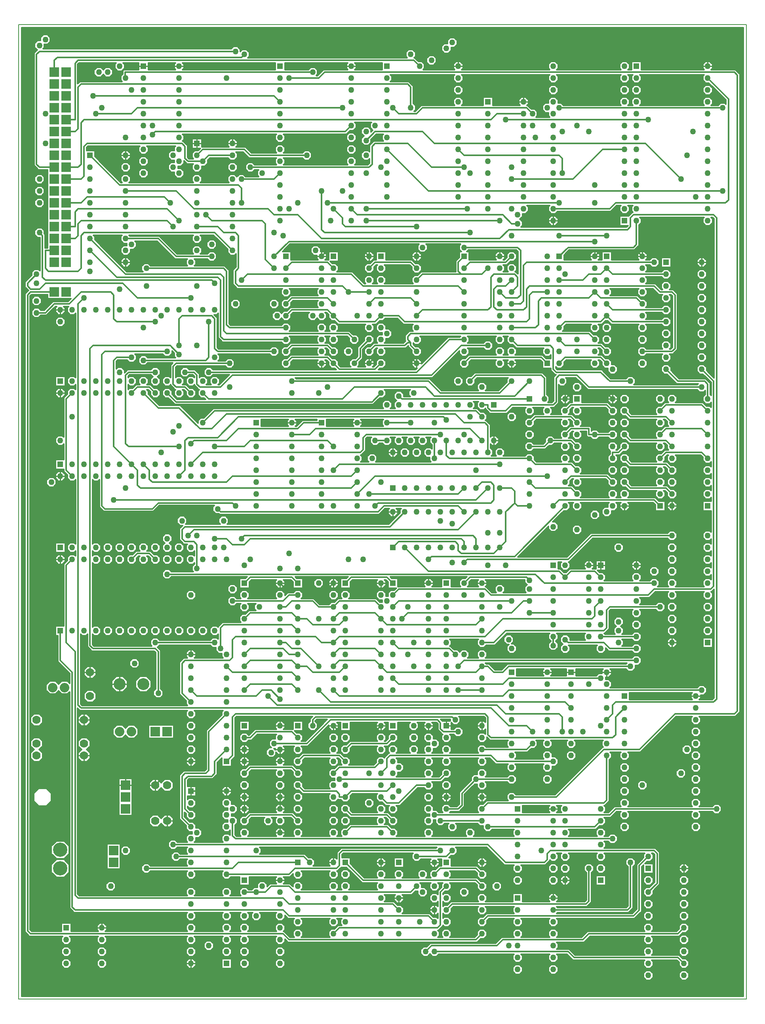
<source format=gbr>
G04 PROTEUS GERBER X2 FILE*
%TF.GenerationSoftware,Labcenter,Proteus,8.6-SP1-Build23413*%
%TF.CreationDate,2017-02-04T10:42:02+00:00*%
%TF.FileFunction,Copper,L1,Top*%
%TF.FilePolarity,Positive*%
%TF.Part,Single*%
%FSLAX45Y45*%
%MOMM*%
G01*
%TA.AperFunction,Conductor*%
%ADD10C,0.304800*%
%TA.AperFunction,ViaPad*%
%ADD11C,1.270000*%
%TA.AperFunction,Conductor*%
%ADD12C,0.254000*%
%TA.AperFunction,ComponentPad*%
%ADD13C,3.048000*%
%ADD14R,2.032000X2.032000*%
%ADD15C,1.778000*%
%ADD16C,2.032000*%
%ADD17C,2.540000*%
%TA.AperFunction,ComponentPad*%
%ADD18R,1.270000X1.270000*%
%ADD19C,1.270000*%
%TA.AperFunction,Profile*%
%ADD70C,0.203200*%
%TD.AperFunction*%
G36*
X+14986001Y-8191501D02*
X-444501Y-8191501D01*
X-444501Y+12509501D01*
X+14986001Y+12509501D01*
X+14986001Y-8191501D01*
G37*
%LPC*%
G36*
X+167639Y+12298636D02*
X+167639Y+12212364D01*
X+106636Y+12151361D01*
X+40639Y+12151361D01*
X+40639Y+12085364D01*
X+12654Y+12057379D01*
X+4036104Y+12057379D01*
X+4084364Y+12105639D01*
X+4170636Y+12105639D01*
X+4231639Y+12044636D01*
X+4231639Y+11998914D01*
X+4274864Y+12042139D01*
X+4361136Y+12042139D01*
X+4422139Y+11981136D01*
X+4422139Y+11894864D01*
X+4394154Y+11866879D01*
X+7797846Y+11866879D01*
X+7769861Y+11894864D01*
X+7769861Y+11981136D01*
X+7830864Y+12042139D01*
X+7917136Y+12042139D01*
X+7978139Y+11981136D01*
X+7978139Y+11894864D01*
X+7950154Y+11866879D01*
X+7960645Y+11866879D01*
X+8039385Y+11788139D01*
X+8107636Y+11788139D01*
X+8168639Y+11727136D01*
X+8168639Y+11640864D01*
X+8140654Y+11612879D01*
X+8813846Y+11612879D01*
X+8785861Y+11640864D01*
X+8785861Y+11727136D01*
X+8846864Y+11788139D01*
X+8933136Y+11788139D01*
X+8994139Y+11727136D01*
X+8994139Y+11640864D01*
X+8966154Y+11612879D01*
X+10845846Y+11612879D01*
X+10817861Y+11640864D01*
X+10817861Y+11727136D01*
X+10878864Y+11788139D01*
X+10965136Y+11788139D01*
X+11026139Y+11727136D01*
X+11026139Y+11640864D01*
X+10998154Y+11612879D01*
X+12369846Y+11612879D01*
X+12341861Y+11640864D01*
X+12341861Y+11727136D01*
X+12402864Y+11788139D01*
X+12489136Y+11788139D01*
X+12550139Y+11727136D01*
X+12550139Y+11640864D01*
X+12522154Y+11612879D01*
X+12595861Y+11612879D01*
X+12595861Y+11788139D01*
X+12804139Y+11788139D01*
X+12804139Y+11612879D01*
X+14147846Y+11612879D01*
X+14119861Y+11640864D01*
X+14119861Y+11727136D01*
X+14180864Y+11788139D01*
X+14267136Y+11788139D01*
X+14328139Y+11727136D01*
X+14328139Y+11640864D01*
X+14300154Y+11612879D01*
X+14818645Y+11612879D01*
X+14914879Y+11516645D01*
X+14914879Y-2118645D01*
X+14818645Y-2214879D01*
X+14046154Y-2214879D01*
X+14074139Y-2242864D01*
X+14074139Y-2329136D01*
X+14013136Y-2390139D01*
X+13926864Y-2390139D01*
X+13865861Y-2329136D01*
X+13865861Y-2242864D01*
X+13893846Y-2214879D01*
X+13548645Y-2214879D01*
X+12786645Y-2976879D01*
X+12522154Y-2976879D01*
X+12550139Y-3004864D01*
X+12550139Y-3091136D01*
X+12489136Y-3152139D01*
X+12402864Y-3152139D01*
X+12341861Y-3091136D01*
X+12341861Y-3004864D01*
X+12369846Y-2976879D01*
X+12141154Y-2976879D01*
X+12169139Y-3004864D01*
X+12169139Y-3091136D01*
X+12120879Y-3139396D01*
X+12120879Y-4023645D01*
X+12024645Y-4119879D01*
X+12014154Y-4119879D01*
X+12042139Y-4147864D01*
X+12042139Y-4234136D01*
X+12014154Y-4262121D01*
X+12105355Y-4262121D01*
X+12232355Y-4135121D01*
X+12369846Y-4135121D01*
X+12341861Y-4107136D01*
X+12341861Y-4020864D01*
X+12402864Y-3959861D01*
X+12489136Y-3959861D01*
X+12550139Y-4020864D01*
X+12550139Y-4107136D01*
X+12522154Y-4135121D01*
X+13893846Y-4135121D01*
X+13865861Y-4107136D01*
X+13865861Y-4020864D01*
X+13926864Y-3959861D01*
X+14013136Y-3959861D01*
X+14074139Y-4020864D01*
X+14074139Y-4107136D01*
X+14046154Y-4135121D01*
X+14323104Y-4135121D01*
X+14371364Y-4086861D01*
X+14457636Y-4086861D01*
X+14518639Y-4147864D01*
X+14518639Y-4234136D01*
X+14457636Y-4295139D01*
X+14371364Y-4295139D01*
X+14323104Y-4246879D01*
X+14046154Y-4246879D01*
X+14074139Y-4274864D01*
X+14074139Y-4361136D01*
X+14013136Y-4422139D01*
X+13926864Y-4422139D01*
X+13865861Y-4361136D01*
X+13865861Y-4274864D01*
X+13893846Y-4246879D01*
X+12522154Y-4246879D01*
X+12550139Y-4274864D01*
X+12550139Y-4361136D01*
X+12489136Y-4422139D01*
X+12402864Y-4422139D01*
X+12341861Y-4361136D01*
X+12341861Y-4274864D01*
X+12369846Y-4246879D01*
X+12278645Y-4246879D01*
X+12151645Y-4373879D01*
X+12014154Y-4373879D01*
X+12042139Y-4401864D01*
X+12042139Y-4488136D01*
X+11981136Y-4549139D01*
X+11912885Y-4549139D01*
X+11834145Y-4627879D01*
X+11252154Y-4627879D01*
X+11280139Y-4655864D01*
X+11280139Y-4742136D01*
X+11252154Y-4770121D01*
X+11861846Y-4770121D01*
X+11833861Y-4742136D01*
X+11833861Y-4655864D01*
X+11894864Y-4594861D01*
X+11981136Y-4594861D01*
X+12042139Y-4655864D01*
X+12042139Y-4742136D01*
X+12014154Y-4770121D01*
X+12100604Y-4770121D01*
X+12148864Y-4721861D01*
X+12235136Y-4721861D01*
X+12296139Y-4782864D01*
X+12296139Y-4869136D01*
X+12235136Y-4930139D01*
X+12148864Y-4930139D01*
X+12100604Y-4881879D01*
X+12014154Y-4881879D01*
X+12042139Y-4909864D01*
X+12042139Y-4996136D01*
X+12014154Y-5024121D01*
X+13104145Y-5024121D01*
X+13200379Y-5120355D01*
X+13200379Y-5801645D01*
X+13058139Y-5943885D01*
X+13058139Y-6012136D01*
X+12997136Y-6073139D01*
X+12910864Y-6073139D01*
X+12849861Y-6012136D01*
X+12849861Y-5925864D01*
X+12910864Y-5864861D01*
X+12979115Y-5864861D01*
X+13088621Y-5755355D01*
X+13088621Y-5166645D01*
X+13057855Y-5135879D01*
X+13030154Y-5135879D01*
X+13058139Y-5163864D01*
X+13058139Y-5250136D01*
X+12997136Y-5311139D01*
X+12928885Y-5311139D01*
X+12883163Y-5356861D01*
X+13058139Y-5356861D01*
X+13058139Y-5565139D01*
X+12849861Y-5565139D01*
X+12849861Y-5390163D01*
X+12814466Y-5425558D01*
X+12814466Y-6378058D01*
X+12659645Y-6532879D01*
X+10998154Y-6532879D01*
X+11026139Y-6560864D01*
X+11026139Y-6647136D01*
X+10965136Y-6708139D01*
X+10878864Y-6708139D01*
X+10817861Y-6647136D01*
X+10817861Y-6560864D01*
X+10845846Y-6532879D01*
X+10236154Y-6532879D01*
X+10264139Y-6560864D01*
X+10264139Y-6647136D01*
X+10203136Y-6708139D01*
X+10116864Y-6708139D01*
X+10055861Y-6647136D01*
X+10055861Y-6560864D01*
X+10083846Y-6532879D01*
X+9548145Y-6532879D01*
X+9502139Y-6578885D01*
X+9502139Y-6647136D01*
X+9441136Y-6708139D01*
X+9354864Y-6708139D01*
X+9293861Y-6647136D01*
X+9293861Y-6560864D01*
X+9354864Y-6499861D01*
X+9423115Y-6499861D01*
X+9501855Y-6421121D01*
X+10083846Y-6421121D01*
X+10055861Y-6393136D01*
X+10055861Y-6306864D01*
X+10083846Y-6278879D01*
X+9474154Y-6278879D01*
X+9502139Y-6306864D01*
X+9502139Y-6393136D01*
X+9441136Y-6454139D01*
X+9354864Y-6454139D01*
X+9293861Y-6393136D01*
X+9293861Y-6306864D01*
X+9321846Y-6278879D01*
X+8786145Y-6278879D01*
X+8740139Y-6324885D01*
X+8740139Y-6393136D01*
X+8679136Y-6454139D01*
X+8592864Y-6454139D01*
X+8564879Y-6426154D01*
X+8564879Y-6527846D01*
X+8592864Y-6499861D01*
X+8679136Y-6499861D01*
X+8740139Y-6560864D01*
X+8740139Y-6647136D01*
X+8679136Y-6708139D01*
X+8592864Y-6708139D01*
X+8564879Y-6680154D01*
X+8564879Y-6690645D01*
X+8468645Y-6786879D01*
X+8458154Y-6786879D01*
X+8486139Y-6814864D01*
X+8486139Y-6901136D01*
X+8458153Y-6929122D01*
X+8559847Y-6929122D01*
X+8531861Y-6901136D01*
X+8531861Y-6814864D01*
X+8592864Y-6753861D01*
X+8679136Y-6753861D01*
X+8740139Y-6814864D01*
X+8740139Y-6901136D01*
X+8712153Y-6929122D01*
X+9247854Y-6929122D01*
X+9293861Y-6883115D01*
X+9293861Y-6814864D01*
X+9354864Y-6753861D01*
X+9441136Y-6753861D01*
X+9502139Y-6814864D01*
X+9502139Y-6901136D01*
X+9441136Y-6962139D01*
X+9372885Y-6962139D01*
X+9294146Y-7040878D01*
X+5247354Y-7040878D01*
X+5184139Y-6977663D01*
X+5184139Y-7028136D01*
X+5123136Y-7089139D01*
X+5036864Y-7089139D01*
X+4975861Y-7028136D01*
X+4975861Y-6941864D01*
X+5003846Y-6913879D01*
X+4394154Y-6913879D01*
X+4422139Y-6941864D01*
X+4422139Y-7028136D01*
X+4361136Y-7089139D01*
X+4274864Y-7089139D01*
X+4213861Y-7028136D01*
X+4213861Y-6941864D01*
X+4241846Y-6913879D01*
X+4013154Y-6913879D01*
X+4041139Y-6941864D01*
X+4041139Y-7028136D01*
X+3980136Y-7089139D01*
X+3893864Y-7089139D01*
X+3832861Y-7028136D01*
X+3832861Y-6941864D01*
X+3860846Y-6913879D01*
X+3251154Y-6913879D01*
X+3279139Y-6941864D01*
X+3279139Y-7028136D01*
X+3218136Y-7089139D01*
X+3131864Y-7089139D01*
X+3070861Y-7028136D01*
X+3070861Y-6941864D01*
X+3098846Y-6913879D01*
X+1346154Y-6913879D01*
X+1374139Y-6941864D01*
X+1374139Y-7028136D01*
X+1313136Y-7089139D01*
X+1226864Y-7089139D01*
X+1165861Y-7028136D01*
X+1165861Y-6941864D01*
X+1193846Y-6913879D01*
X+584154Y-6913879D01*
X+612139Y-6941864D01*
X+612139Y-7028136D01*
X+551136Y-7089139D01*
X+464864Y-7089139D01*
X+403861Y-7028136D01*
X+403861Y-6941864D01*
X+431846Y-6913879D01*
X-277145Y-6913879D01*
X-373379Y-6817645D01*
X-373379Y+6817645D01*
X-301274Y+6889750D01*
X-373379Y+6961855D01*
X-373379Y+7071645D01*
X-231139Y+7213885D01*
X-231139Y+7282136D01*
X-170136Y+7343139D01*
X-83864Y+7343139D01*
X-55879Y+7315154D01*
X-55879Y+8023861D01*
X-106636Y+8023861D01*
X-167639Y+8084864D01*
X-167639Y+8171136D01*
X-106636Y+8232139D01*
X-20364Y+8232139D01*
X+40639Y+8171136D01*
X+40639Y+8102885D01*
X+55879Y+8087645D01*
X+55879Y+7802879D01*
X+111761Y+7802879D01*
X+111761Y+9469121D01*
X-86645Y+9469121D01*
X-182879Y+9565355D01*
X-182879Y+11961145D01*
X-113150Y+12030874D01*
X-167639Y+12085364D01*
X-167639Y+12171636D01*
X-106636Y+12232639D01*
X-40639Y+12232639D01*
X-40639Y+12298636D01*
X+20364Y+12359639D01*
X+106636Y+12359639D01*
X+167639Y+12298636D01*
G37*
G36*
X+4213861Y-7195864D02*
X+4213861Y-7282136D01*
X+4274864Y-7343139D01*
X+4361136Y-7343139D01*
X+4422139Y-7282136D01*
X+4422139Y-7195864D01*
X+4361136Y-7134861D01*
X+4274864Y-7134861D01*
X+4213861Y-7195864D01*
G37*
G36*
X+4213861Y-7449864D02*
X+4213861Y-7536136D01*
X+4274864Y-7597139D01*
X+4361136Y-7597139D01*
X+4422139Y-7536136D01*
X+4422139Y-7449864D01*
X+4361136Y-7388861D01*
X+4274864Y-7388861D01*
X+4213861Y-7449864D01*
G37*
G36*
X+4975861Y-7449864D02*
X+4975861Y-7536136D01*
X+5036864Y-7597139D01*
X+5123136Y-7597139D01*
X+5184139Y-7536136D01*
X+5184139Y-7449864D01*
X+5123136Y-7388861D01*
X+5036864Y-7388861D01*
X+4975861Y-7449864D01*
G37*
G36*
X+4975861Y-7195864D02*
X+4975861Y-7282136D01*
X+5036864Y-7343139D01*
X+5123136Y-7343139D01*
X+5184139Y-7282136D01*
X+5184139Y-7195864D01*
X+5123136Y-7134861D01*
X+5036864Y-7134861D01*
X+4975861Y-7195864D01*
G37*
G36*
X+4041139Y-7597139D02*
X+4041139Y-7388861D01*
X+3832861Y-7388861D01*
X+3832861Y-7597139D01*
X+4041139Y-7597139D01*
G37*
G36*
X+4041139Y-7282136D02*
X+4041139Y-7195864D01*
X+3980136Y-7134861D01*
X+3893864Y-7134861D01*
X+3832861Y-7195864D01*
X+3832861Y-7282136D01*
X+3893864Y-7343139D01*
X+3980136Y-7343139D01*
X+4041139Y-7282136D01*
G37*
G36*
X+3279139Y-7282136D02*
X+3279139Y-7195864D01*
X+3218136Y-7134861D01*
X+3131864Y-7134861D01*
X+3070861Y-7195864D01*
X+3070861Y-7282136D01*
X+3131864Y-7343139D01*
X+3218136Y-7343139D01*
X+3279139Y-7282136D01*
G37*
G36*
X+3279139Y-7536136D02*
X+3279139Y-7449864D01*
X+3218136Y-7388861D01*
X+3131864Y-7388861D01*
X+3070861Y-7449864D01*
X+3070861Y-7536136D01*
X+3131864Y-7597139D01*
X+3218136Y-7597139D01*
X+3279139Y-7536136D01*
G37*
G36*
X+13820139Y-6687864D02*
X+13820139Y-6774136D01*
X+13759136Y-6835139D01*
X+13690885Y-6835139D01*
X+13612145Y-6913879D01*
X+13030154Y-6913879D01*
X+13058139Y-6941864D01*
X+13058139Y-7028136D01*
X+12997136Y-7089139D01*
X+12910864Y-7089139D01*
X+12849861Y-7028136D01*
X+12849861Y-6941864D01*
X+12877846Y-6913879D01*
X+11707145Y-6913879D01*
X+11580145Y-7040879D01*
X+10998154Y-7040879D01*
X+11026139Y-7068864D01*
X+11026139Y-7155136D01*
X+10998154Y-7183121D01*
X+11262645Y-7183121D01*
X+11389645Y-7310121D01*
X+12877846Y-7310121D01*
X+12849861Y-7282136D01*
X+12849861Y-7195864D01*
X+12910864Y-7134861D01*
X+12997136Y-7134861D01*
X+13058139Y-7195864D01*
X+13058139Y-7282136D01*
X+13030154Y-7310121D01*
X+13612145Y-7310121D01*
X+13690885Y-7388861D01*
X+13759136Y-7388861D01*
X+13820139Y-7449864D01*
X+13820139Y-7536136D01*
X+13759136Y-7597139D01*
X+13672864Y-7597139D01*
X+13611861Y-7536136D01*
X+13611861Y-7467885D01*
X+13565855Y-7421879D01*
X+13030154Y-7421879D01*
X+13058139Y-7449864D01*
X+13058139Y-7536136D01*
X+12997136Y-7597139D01*
X+12910864Y-7597139D01*
X+12849861Y-7536136D01*
X+12849861Y-7449864D01*
X+12877846Y-7421879D01*
X+11343355Y-7421879D01*
X+11216355Y-7294879D01*
X+10998154Y-7294879D01*
X+11026139Y-7322864D01*
X+11026139Y-7409136D01*
X+10965136Y-7470139D01*
X+10878864Y-7470139D01*
X+10817861Y-7409136D01*
X+10817861Y-7322864D01*
X+10845846Y-7294879D01*
X+10236154Y-7294879D01*
X+10264139Y-7322864D01*
X+10264139Y-7409136D01*
X+10203136Y-7470139D01*
X+10116864Y-7470139D01*
X+10055861Y-7409136D01*
X+10055861Y-7322864D01*
X+10083846Y-7294879D01*
X+8473396Y-7294879D01*
X+8425136Y-7343139D01*
X+8338864Y-7343139D01*
X+8286750Y-7291025D01*
X+8234636Y-7343139D01*
X+8148364Y-7343139D01*
X+8087361Y-7282136D01*
X+8087361Y-7195864D01*
X+8148364Y-7134861D01*
X+8216615Y-7134861D01*
X+8295355Y-7056121D01*
X+9692355Y-7056121D01*
X+9819355Y-6929121D01*
X+10083846Y-6929121D01*
X+10055861Y-6901136D01*
X+10055861Y-6814864D01*
X+10116864Y-6753861D01*
X+10203136Y-6753861D01*
X+10264139Y-6814864D01*
X+10264139Y-6901136D01*
X+10236154Y-6929121D01*
X+10845846Y-6929121D01*
X+10817861Y-6901136D01*
X+10817861Y-6814864D01*
X+10878864Y-6753861D01*
X+10965136Y-6753861D01*
X+11026139Y-6814864D01*
X+11026139Y-6901136D01*
X+10998154Y-6929121D01*
X+11533855Y-6929121D01*
X+11660855Y-6802121D01*
X+12877846Y-6802121D01*
X+12849861Y-6774136D01*
X+12849861Y-6687864D01*
X+12910864Y-6626861D01*
X+12997136Y-6626861D01*
X+13058139Y-6687864D01*
X+13058139Y-6774136D01*
X+13030154Y-6802121D01*
X+13565855Y-6802121D01*
X+13611861Y-6756115D01*
X+13611861Y-6687864D01*
X+13672864Y-6626861D01*
X+13759136Y-6626861D01*
X+13820139Y-6687864D01*
G37*
G36*
X+10055861Y-7576864D02*
X+10055861Y-7663136D01*
X+10116864Y-7724139D01*
X+10203136Y-7724139D01*
X+10264139Y-7663136D01*
X+10264139Y-7576864D01*
X+10203136Y-7515861D01*
X+10116864Y-7515861D01*
X+10055861Y-7576864D01*
G37*
G36*
X+10817861Y-7576864D02*
X+10817861Y-7663136D01*
X+10878864Y-7724139D01*
X+10965136Y-7724139D01*
X+11026139Y-7663136D01*
X+11026139Y-7576864D01*
X+10965136Y-7515861D01*
X+10878864Y-7515861D01*
X+10817861Y-7576864D01*
G37*
G36*
X+403861Y-7195864D02*
X+403861Y-7282136D01*
X+464864Y-7343139D01*
X+551136Y-7343139D01*
X+612139Y-7282136D01*
X+612139Y-7195864D01*
X+551136Y-7134861D01*
X+464864Y-7134861D01*
X+403861Y-7195864D01*
G37*
G36*
X+403861Y-7449864D02*
X+403861Y-7536136D01*
X+464864Y-7597139D01*
X+551136Y-7597139D01*
X+612139Y-7536136D01*
X+612139Y-7449864D01*
X+551136Y-7388861D01*
X+464864Y-7388861D01*
X+403861Y-7449864D01*
G37*
G36*
X+1165861Y-7449864D02*
X+1165861Y-7536136D01*
X+1226864Y-7597139D01*
X+1313136Y-7597139D01*
X+1374139Y-7536136D01*
X+1374139Y-7449864D01*
X+1313136Y-7388861D01*
X+1226864Y-7388861D01*
X+1165861Y-7449864D01*
G37*
G36*
X+1165861Y-7195864D02*
X+1165861Y-7282136D01*
X+1226864Y-7343139D01*
X+1313136Y-7343139D01*
X+1374139Y-7282136D01*
X+1374139Y-7195864D01*
X+1313136Y-7134861D01*
X+1226864Y-7134861D01*
X+1165861Y-7195864D01*
G37*
G36*
X+12849861Y-5671864D02*
X+12849861Y-5758136D01*
X+12910864Y-5819139D01*
X+12997136Y-5819139D01*
X+13058139Y-5758136D01*
X+13058139Y-5671864D01*
X+12997136Y-5610861D01*
X+12910864Y-5610861D01*
X+12849861Y-5671864D01*
G37*
G36*
X+12849861Y-6179864D02*
X+12849861Y-6266136D01*
X+12910864Y-6327139D01*
X+12997136Y-6327139D01*
X+13058139Y-6266136D01*
X+13058139Y-6179864D01*
X+12997136Y-6118861D01*
X+12910864Y-6118861D01*
X+12849861Y-6179864D01*
G37*
G36*
X+12849861Y-6433864D02*
X+12849861Y-6520136D01*
X+12910864Y-6581139D01*
X+12997136Y-6581139D01*
X+13058139Y-6520136D01*
X+13058139Y-6433864D01*
X+12997136Y-6372861D01*
X+12910864Y-6372861D01*
X+12849861Y-6433864D01*
G37*
G36*
X+12849861Y-7703864D02*
X+12849861Y-7790136D01*
X+12910864Y-7851139D01*
X+12997136Y-7851139D01*
X+13058139Y-7790136D01*
X+13058139Y-7703864D01*
X+12997136Y-7642861D01*
X+12910864Y-7642861D01*
X+12849861Y-7703864D01*
G37*
G36*
X+13611861Y-7703864D02*
X+13611861Y-7790136D01*
X+13672864Y-7851139D01*
X+13759136Y-7851139D01*
X+13820139Y-7790136D01*
X+13820139Y-7703864D01*
X+13759136Y-7642861D01*
X+13672864Y-7642861D01*
X+13611861Y-7703864D01*
G37*
G36*
X+13611861Y-7195864D02*
X+13611861Y-7282136D01*
X+13672864Y-7343139D01*
X+13759136Y-7343139D01*
X+13820139Y-7282136D01*
X+13820139Y-7195864D01*
X+13759136Y-7134861D01*
X+13672864Y-7134861D01*
X+13611861Y-7195864D01*
G37*
G36*
X+13611861Y-6941864D02*
X+13611861Y-7028136D01*
X+13672864Y-7089139D01*
X+13759136Y-7089139D01*
X+13820139Y-7028136D01*
X+13820139Y-6941864D01*
X+13759136Y-6880861D01*
X+13672864Y-6880861D01*
X+13611861Y-6941864D01*
G37*
G36*
X+13611861Y-6433864D02*
X+13611861Y-6520136D01*
X+13672864Y-6581139D01*
X+13759136Y-6581139D01*
X+13820139Y-6520136D01*
X+13820139Y-6433864D01*
X+13759136Y-6372861D01*
X+13672864Y-6372861D01*
X+13611861Y-6433864D01*
G37*
G36*
X+13611861Y-6179864D02*
X+13611861Y-6266136D01*
X+13672864Y-6327139D01*
X+13759136Y-6327139D01*
X+13820139Y-6266136D01*
X+13820139Y-6179864D01*
X+13759136Y-6118861D01*
X+13672864Y-6118861D01*
X+13611861Y-6179864D01*
G37*
G36*
X+13611861Y-5925864D02*
X+13611861Y-6012136D01*
X+13672864Y-6073139D01*
X+13759136Y-6073139D01*
X+13820139Y-6012136D01*
X+13820139Y-5925864D01*
X+13759136Y-5864861D01*
X+13672864Y-5864861D01*
X+13611861Y-5925864D01*
G37*
G36*
X+13611861Y-5671864D02*
X+13611861Y-5758136D01*
X+13672864Y-5819139D01*
X+13759136Y-5819139D01*
X+13820139Y-5758136D01*
X+13820139Y-5671864D01*
X+13759136Y-5610861D01*
X+13672864Y-5610861D01*
X+13611861Y-5671864D01*
G37*
G36*
X+13611861Y-5417864D02*
X+13611861Y-5504136D01*
X+13672864Y-5565139D01*
X+13759136Y-5565139D01*
X+13820139Y-5504136D01*
X+13820139Y-5417864D01*
X+13759136Y-5356861D01*
X+13672864Y-5356861D01*
X+13611861Y-5417864D01*
G37*
G36*
X+12341861Y-3258864D02*
X+12341861Y-3345136D01*
X+12402864Y-3406139D01*
X+12489136Y-3406139D01*
X+12550139Y-3345136D01*
X+12550139Y-3258864D01*
X+12489136Y-3197861D01*
X+12402864Y-3197861D01*
X+12341861Y-3258864D01*
G37*
G36*
X+12341861Y-3512864D02*
X+12341861Y-3599136D01*
X+12402864Y-3660139D01*
X+12489136Y-3660139D01*
X+12550139Y-3599136D01*
X+12550139Y-3512864D01*
X+12489136Y-3451861D01*
X+12402864Y-3451861D01*
X+12341861Y-3512864D01*
G37*
G36*
X+12341861Y-3766864D02*
X+12341861Y-3853136D01*
X+12402864Y-3914139D01*
X+12489136Y-3914139D01*
X+12550139Y-3853136D01*
X+12550139Y-3766864D01*
X+12489136Y-3705861D01*
X+12402864Y-3705861D01*
X+12341861Y-3766864D01*
G37*
G36*
X+12341861Y-4528864D02*
X+12341861Y-4615136D01*
X+12402864Y-4676139D01*
X+12489136Y-4676139D01*
X+12550139Y-4615136D01*
X+12550139Y-4528864D01*
X+12489136Y-4467861D01*
X+12402864Y-4467861D01*
X+12341861Y-4528864D01*
G37*
G36*
X+14074139Y-4615136D02*
X+14074139Y-4528864D01*
X+14013136Y-4467861D01*
X+13926864Y-4467861D01*
X+13865861Y-4528864D01*
X+13865861Y-4615136D01*
X+13926864Y-4676139D01*
X+14013136Y-4676139D01*
X+14074139Y-4615136D01*
G37*
G36*
X+14074139Y-3853136D02*
X+14074139Y-3766864D01*
X+14013136Y-3705861D01*
X+13926864Y-3705861D01*
X+13865861Y-3766864D01*
X+13865861Y-3853136D01*
X+13926864Y-3914139D01*
X+14013136Y-3914139D01*
X+14074139Y-3853136D01*
G37*
G36*
X+14074139Y-3599136D02*
X+14074139Y-3512864D01*
X+14013136Y-3451861D01*
X+13926864Y-3451861D01*
X+13865861Y-3512864D01*
X+13865861Y-3599136D01*
X+13926864Y-3660139D01*
X+14013136Y-3660139D01*
X+14074139Y-3599136D01*
G37*
G36*
X+14074139Y-3345136D02*
X+14074139Y-3258864D01*
X+14013136Y-3197861D01*
X+13926864Y-3197861D01*
X+13865861Y-3258864D01*
X+13865861Y-3345136D01*
X+13926864Y-3406139D01*
X+14013136Y-3406139D01*
X+14074139Y-3345136D01*
G37*
G36*
X+14074139Y-3091136D02*
X+14074139Y-3004864D01*
X+14013136Y-2943861D01*
X+13926864Y-2943861D01*
X+13865861Y-3004864D01*
X+13865861Y-3091136D01*
X+13926864Y-3152139D01*
X+14013136Y-3152139D01*
X+14074139Y-3091136D01*
G37*
G36*
X+14074139Y-2837136D02*
X+14074139Y-2750864D01*
X+14013136Y-2689861D01*
X+13926864Y-2689861D01*
X+13865861Y-2750864D01*
X+13865861Y-2837136D01*
X+13926864Y-2898139D01*
X+14013136Y-2898139D01*
X+14074139Y-2837136D01*
G37*
G36*
X+14074139Y-2583136D02*
X+14074139Y-2496864D01*
X+14013136Y-2435861D01*
X+13926864Y-2435861D01*
X+13865861Y-2496864D01*
X+13865861Y-2583136D01*
X+13926864Y-2644139D01*
X+14013136Y-2644139D01*
X+14074139Y-2583136D01*
G37*
G36*
X+3512864Y-7216139D02*
X+3599136Y-7216139D01*
X+3660139Y-7155136D01*
X+3660139Y-7068864D01*
X+3599136Y-7007861D01*
X+3512864Y-7007861D01*
X+3451861Y-7068864D01*
X+3451861Y-7155136D01*
X+3512864Y-7216139D01*
G37*
G36*
X+13736364Y-3025139D02*
X+13822636Y-3025139D01*
X+13883639Y-2964136D01*
X+13883639Y-2877864D01*
X+13822636Y-2816861D01*
X+13736364Y-2816861D01*
X+13675361Y-2877864D01*
X+13675361Y-2964136D01*
X+13736364Y-3025139D01*
G37*
G36*
X+12783864Y-3787139D02*
X+12870136Y-3787139D01*
X+12931139Y-3726136D01*
X+12931139Y-3639864D01*
X+12870136Y-3578861D01*
X+12783864Y-3578861D01*
X+12722861Y-3639864D01*
X+12722861Y-3726136D01*
X+12783864Y-3787139D01*
G37*
G36*
X-106636Y+8912861D02*
X-20364Y+8912861D01*
X+40639Y+8973864D01*
X+40639Y+9060136D01*
X-20364Y+9121139D01*
X-106636Y+9121139D01*
X-167639Y+9060136D01*
X-167639Y+8973864D01*
X-106636Y+8912861D01*
G37*
G36*
X-106636Y+8658861D02*
X-20364Y+8658861D01*
X+40639Y+8719864D01*
X+40639Y+8806136D01*
X-20364Y+8867139D01*
X-106636Y+8867139D01*
X-167639Y+8806136D01*
X-167639Y+8719864D01*
X-106636Y+8658861D01*
G37*
G36*
X-106636Y+9166861D02*
X-20364Y+9166861D01*
X+40639Y+9227864D01*
X+40639Y+9314136D01*
X-20364Y+9375139D01*
X-106636Y+9375139D01*
X-167639Y+9314136D01*
X-167639Y+9227864D01*
X-106636Y+9166861D01*
G37*
G36*
X+8867139Y+12235136D02*
X+8867139Y+12148864D01*
X+8806136Y+12087861D01*
X+8740139Y+12087861D01*
X+8740139Y+12021864D01*
X+8679136Y+11960861D01*
X+8592864Y+11960861D01*
X+8531861Y+12021864D01*
X+8531861Y+12108136D01*
X+8592864Y+12169139D01*
X+8658861Y+12169139D01*
X+8658861Y+12235136D01*
X+8719864Y+12296139D01*
X+8806136Y+12296139D01*
X+8867139Y+12235136D01*
G37*
G36*
X+8275364Y+11706861D02*
X+8361636Y+11706861D01*
X+8422639Y+11767864D01*
X+8422639Y+11854136D01*
X+8361636Y+11915139D01*
X+8275364Y+11915139D01*
X+8214361Y+11854136D01*
X+8214361Y+11767864D01*
X+8275364Y+11706861D01*
G37*
G36*
X+13609364Y-3533139D02*
X+13695636Y-3533139D01*
X+13756639Y-3472136D01*
X+13756639Y-3385864D01*
X+13695636Y-3324861D01*
X+13609364Y-3324861D01*
X+13548361Y-3385864D01*
X+13548361Y-3472136D01*
X+13609364Y-3533139D01*
G37*
%LPD*%
G36*
X+7261861Y+11612879D02*
X+6680154Y+11612879D01*
X+6708139Y+11640864D01*
X+6708139Y+11727136D01*
X+6680154Y+11755121D01*
X+7261861Y+11755121D01*
X+7261861Y+11612879D01*
G37*
G36*
X+4975861Y+11612879D02*
X+2997154Y+11612879D01*
X+3025139Y+11640864D01*
X+3025139Y+11727136D01*
X+2997154Y+11755121D01*
X+4975861Y+11755121D01*
X+4975861Y+11612879D01*
G37*
G36*
X+2816861Y+11727136D02*
X+2816861Y+11640864D01*
X+2844846Y+11612879D01*
X+2263139Y+11612879D01*
X+2263139Y+11755121D01*
X+2844846Y+11755121D01*
X+2816861Y+11727136D01*
G37*
G36*
X+2054861Y+11612879D02*
X+1746263Y+11612879D01*
X+1713529Y+11580145D01*
X+1713529Y+11512804D01*
X+1673861Y+11473136D01*
X+1673861Y+11386864D01*
X+1701846Y+11358879D01*
X+802355Y+11358879D01*
X+754379Y+11310903D01*
X+754379Y+11724355D01*
X+785145Y+11755121D01*
X+1574846Y+11755121D01*
X+1546861Y+11727136D01*
X+1546861Y+11640864D01*
X+1607864Y+11579861D01*
X+1694136Y+11579861D01*
X+1755139Y+11640864D01*
X+1755139Y+11727136D01*
X+1727154Y+11755121D01*
X+2054861Y+11755121D01*
X+2054861Y+11612879D01*
G37*
%LPC*%
G36*
X+1501139Y+11600136D02*
X+1501139Y+11513864D01*
X+1440136Y+11452861D01*
X+1353864Y+11452861D01*
X+1301750Y+11504975D01*
X+1249636Y+11452861D01*
X+1163364Y+11452861D01*
X+1102361Y+11513864D01*
X+1102361Y+11600136D01*
X+1163364Y+11661139D01*
X+1249636Y+11661139D01*
X+1301750Y+11609025D01*
X+1353864Y+11661139D01*
X+1440136Y+11661139D01*
X+1501139Y+11600136D01*
G37*
%LPD*%
G36*
X+6499861Y+11727136D02*
X+6499861Y+11640864D01*
X+6527846Y+11612879D01*
X+6009355Y+11612879D01*
X+5882355Y+11485879D01*
X+5854654Y+11485879D01*
X+5882639Y+11513864D01*
X+5882639Y+11600136D01*
X+5821636Y+11661139D01*
X+5735364Y+11661139D01*
X+5687104Y+11612879D01*
X+5184139Y+11612879D01*
X+5184139Y+11755121D01*
X+6527846Y+11755121D01*
X+6499861Y+11727136D01*
G37*
G36*
X+14119861Y+11473136D02*
X+14119861Y+11386864D01*
X+14180864Y+11325861D01*
X+14249115Y+11325861D01*
X+14612621Y+10962355D01*
X+14612621Y+10871154D01*
X+14584636Y+10899139D01*
X+14498364Y+10899139D01*
X+14450104Y+10850879D01*
X+14300154Y+10850879D01*
X+14328139Y+10878864D01*
X+14328139Y+10965136D01*
X+14267136Y+11026139D01*
X+14180864Y+11026139D01*
X+14119861Y+10965136D01*
X+14119861Y+10878864D01*
X+14147846Y+10850879D01*
X+12776154Y+10850879D01*
X+12804139Y+10878864D01*
X+12804139Y+10965136D01*
X+12743136Y+11026139D01*
X+12656864Y+11026139D01*
X+12595861Y+10965136D01*
X+12595861Y+10878864D01*
X+12623846Y+10850879D01*
X+12522154Y+10850879D01*
X+12550139Y+10878864D01*
X+12550139Y+10965136D01*
X+12489136Y+11026139D01*
X+12402864Y+11026139D01*
X+12341861Y+10965136D01*
X+12341861Y+10878864D01*
X+12369846Y+10850879D01*
X+11140396Y+10850879D01*
X+11092136Y+10899139D01*
X+11026139Y+10899139D01*
X+11026139Y+10965136D01*
X+10965136Y+11026139D01*
X+10878864Y+11026139D01*
X+10817861Y+10965136D01*
X+10817861Y+10899139D01*
X+10751864Y+10899139D01*
X+10690861Y+10838136D01*
X+10690861Y+10751864D01*
X+10751864Y+10690861D01*
X+10817861Y+10690861D01*
X+10817861Y+10624864D01*
X+10845846Y+10596879D01*
X+10553654Y+10596879D01*
X+10581639Y+10624864D01*
X+10581639Y+10711136D01*
X+10520636Y+10772139D01*
X+10452385Y+10772139D01*
X+10373645Y+10850879D01*
X+10363154Y+10850879D01*
X+10391139Y+10878864D01*
X+10391139Y+10965136D01*
X+10330136Y+11026139D01*
X+10243864Y+11026139D01*
X+10182861Y+10965136D01*
X+10182861Y+10878864D01*
X+10210846Y+10850879D01*
X+9629139Y+10850879D01*
X+9629139Y+11026139D01*
X+9420861Y+11026139D01*
X+9420861Y+10850879D01*
X+8966154Y+10850879D01*
X+8994139Y+10878864D01*
X+8994139Y+10965136D01*
X+8933136Y+11026139D01*
X+8846864Y+11026139D01*
X+8785861Y+10965136D01*
X+8785861Y+10878864D01*
X+8813846Y+10850879D01*
X+8104855Y+10850879D01*
X+7977855Y+10723879D01*
X+7950154Y+10723879D01*
X+7978139Y+10751864D01*
X+7978139Y+10838136D01*
X+7929879Y+10886396D01*
X+7929879Y+11262645D01*
X+7833645Y+11358879D01*
X+7442154Y+11358879D01*
X+7470139Y+11386864D01*
X+7470139Y+11473136D01*
X+7442154Y+11501121D01*
X+8813846Y+11501121D01*
X+8785861Y+11473136D01*
X+8785861Y+11386864D01*
X+8846864Y+11325861D01*
X+8933136Y+11325861D01*
X+8994139Y+11386864D01*
X+8994139Y+11473136D01*
X+8966154Y+11501121D01*
X+10845846Y+11501121D01*
X+10817861Y+11473136D01*
X+10817861Y+11386864D01*
X+10878864Y+11325861D01*
X+10965136Y+11325861D01*
X+11026139Y+11386864D01*
X+11026139Y+11473136D01*
X+10998154Y+11501121D01*
X+12369846Y+11501121D01*
X+12341861Y+11473136D01*
X+12341861Y+11386864D01*
X+12402864Y+11325861D01*
X+12489136Y+11325861D01*
X+12550139Y+11386864D01*
X+12550139Y+11473136D01*
X+12522154Y+11501121D01*
X+12623846Y+11501121D01*
X+12595861Y+11473136D01*
X+12595861Y+11386864D01*
X+12656864Y+11325861D01*
X+12743136Y+11325861D01*
X+12804139Y+11386864D01*
X+12804139Y+11473136D01*
X+12776154Y+11501121D01*
X+14147846Y+11501121D01*
X+14119861Y+11473136D01*
G37*
%LPC*%
G36*
X+8994139Y+11132864D02*
X+8994139Y+11219136D01*
X+8933136Y+11280139D01*
X+8846864Y+11280139D01*
X+8785861Y+11219136D01*
X+8785861Y+11132864D01*
X+8846864Y+11071861D01*
X+8933136Y+11071861D01*
X+8994139Y+11132864D01*
G37*
G36*
X+12550139Y+11132864D02*
X+12550139Y+11219136D01*
X+12489136Y+11280139D01*
X+12402864Y+11280139D01*
X+12341861Y+11219136D01*
X+12341861Y+11132864D01*
X+12402864Y+11071861D01*
X+12489136Y+11071861D01*
X+12550139Y+11132864D01*
G37*
G36*
X+10817861Y+11219136D02*
X+10817861Y+11132864D01*
X+10878864Y+11071861D01*
X+10965136Y+11071861D01*
X+11026139Y+11132864D01*
X+11026139Y+11219136D01*
X+10965136Y+11280139D01*
X+10878864Y+11280139D01*
X+10817861Y+11219136D01*
G37*
G36*
X+12595861Y+11219136D02*
X+12595861Y+11132864D01*
X+12656864Y+11071861D01*
X+12743136Y+11071861D01*
X+12804139Y+11132864D01*
X+12804139Y+11219136D01*
X+12743136Y+11280139D01*
X+12656864Y+11280139D01*
X+12595861Y+11219136D01*
G37*
G36*
X+14328139Y+11132864D02*
X+14328139Y+11219136D01*
X+14267136Y+11280139D01*
X+14180864Y+11280139D01*
X+14119861Y+11219136D01*
X+14119861Y+11132864D01*
X+14180864Y+11071861D01*
X+14267136Y+11071861D01*
X+14328139Y+11132864D01*
G37*
%LPD*%
G36*
X+7007861Y+10457136D02*
X+7007861Y+10370864D01*
X+7062350Y+10316374D01*
X+7025639Y+10279663D01*
X+7025639Y+10330136D01*
X+6964636Y+10391139D01*
X+6878364Y+10391139D01*
X+6817361Y+10330136D01*
X+6817361Y+10243864D01*
X+6869475Y+10191750D01*
X+6817361Y+10139636D01*
X+6817361Y+10053364D01*
X+6878364Y+9992361D01*
X+6964636Y+9992361D01*
X+7025639Y+10053364D01*
X+7025639Y+10121615D01*
X+7135145Y+10231121D01*
X+7289846Y+10231121D01*
X+7261861Y+10203136D01*
X+7261861Y+10116864D01*
X+7289846Y+10088879D01*
X+7088855Y+10088879D01*
X+6992621Y+9992645D01*
X+6992621Y+9855154D01*
X+6964636Y+9883139D01*
X+6878364Y+9883139D01*
X+6817361Y+9822136D01*
X+6817361Y+9735864D01*
X+6878364Y+9674861D01*
X+6964636Y+9674861D01*
X+6992621Y+9702846D01*
X+6992621Y+9611645D01*
X+6961855Y+9580879D01*
X+6680154Y+9580879D01*
X+6708139Y+9608864D01*
X+6708139Y+9695136D01*
X+6647136Y+9756139D01*
X+6560864Y+9756139D01*
X+6499861Y+9695136D01*
X+6499861Y+9608864D01*
X+6527846Y+9580879D01*
X+5156154Y+9580879D01*
X+5184139Y+9608864D01*
X+5184139Y+9695136D01*
X+5156154Y+9723121D01*
X+5560104Y+9723121D01*
X+5608364Y+9674861D01*
X+5694636Y+9674861D01*
X+5755639Y+9735864D01*
X+5755639Y+9822136D01*
X+5694636Y+9883139D01*
X+5608364Y+9883139D01*
X+5560104Y+9834879D01*
X+5156154Y+9834879D01*
X+5184139Y+9862864D01*
X+5184139Y+9949136D01*
X+5123136Y+10010139D01*
X+5036864Y+10010139D01*
X+4975861Y+9949136D01*
X+4975861Y+9862864D01*
X+5003846Y+9834879D01*
X+4468145Y+9834879D01*
X+4341145Y+9961879D01*
X+4140154Y+9961879D01*
X+4168139Y+9989864D01*
X+4168139Y+10076136D01*
X+4107136Y+10137139D01*
X+4020864Y+10137139D01*
X+3959861Y+10076136D01*
X+3959861Y+9989864D01*
X+3987846Y+9961879D01*
X+3406139Y+9961879D01*
X+3406139Y+10137139D01*
X+3197861Y+10137139D01*
X+3197861Y+9928861D01*
X+3372837Y+9928861D01*
X+3327115Y+9883139D01*
X+3258864Y+9883139D01*
X+3197861Y+9822136D01*
X+3197861Y+9735864D01*
X+3225846Y+9707879D01*
X+3134645Y+9707879D01*
X+3103879Y+9738645D01*
X+3103879Y+9992645D01*
X+3007645Y+10088879D01*
X+2997154Y+10088879D01*
X+3025139Y+10116864D01*
X+3025139Y+10203136D01*
X+2997154Y+10231121D01*
X+5003846Y+10231121D01*
X+4975861Y+10203136D01*
X+4975861Y+10116864D01*
X+5036864Y+10055861D01*
X+5123136Y+10055861D01*
X+5184139Y+10116864D01*
X+5184139Y+10203136D01*
X+5156154Y+10231121D01*
X+6500145Y+10231121D01*
X+6578885Y+10309861D01*
X+6647136Y+10309861D01*
X+6708139Y+10370864D01*
X+6708139Y+10457136D01*
X+6680154Y+10485121D01*
X+7035846Y+10485121D01*
X+7007861Y+10457136D01*
G37*
%LPC*%
G36*
X+6708139Y+9862864D02*
X+6708139Y+9949136D01*
X+6647136Y+10010139D01*
X+6560864Y+10010139D01*
X+6499861Y+9949136D01*
X+6499861Y+9862864D01*
X+6560864Y+9801861D01*
X+6647136Y+9801861D01*
X+6708139Y+9862864D01*
G37*
G36*
X+6708139Y+10116864D02*
X+6708139Y+10203136D01*
X+6647136Y+10264139D01*
X+6560864Y+10264139D01*
X+6499861Y+10203136D01*
X+6499861Y+10116864D01*
X+6560864Y+10055861D01*
X+6647136Y+10055861D01*
X+6708139Y+10116864D01*
G37*
%LPD*%
G36*
X+2816861Y+9949136D02*
X+2816861Y+9883139D01*
X+2750864Y+9883139D01*
X+2689861Y+9822136D01*
X+2689861Y+9735864D01*
X+2750864Y+9674861D01*
X+2816861Y+9674861D01*
X+2816861Y+9629139D01*
X+2750864Y+9629139D01*
X+2689861Y+9568136D01*
X+2689861Y+9481864D01*
X+2750864Y+9420861D01*
X+2816861Y+9420861D01*
X+2816861Y+9354864D01*
X+2877864Y+9293861D01*
X+2964136Y+9293861D01*
X+3025139Y+9354864D01*
X+3025139Y+9441136D01*
X+2964136Y+9502139D01*
X+2898139Y+9502139D01*
X+2898139Y+9547861D01*
X+2964136Y+9547861D01*
X+3025139Y+9608864D01*
X+3025139Y+9659337D01*
X+3088355Y+9596121D01*
X+3225846Y+9596121D01*
X+3197861Y+9568136D01*
X+3197861Y+9481864D01*
X+3258864Y+9420861D01*
X+3345136Y+9420861D01*
X+3406139Y+9481864D01*
X+3406139Y+9547861D01*
X+3472136Y+9547861D01*
X+3533139Y+9608864D01*
X+3533139Y+9677115D01*
X+3579147Y+9723123D01*
X+3972604Y+9723121D01*
X+4020864Y+9674861D01*
X+4107136Y+9674861D01*
X+4168139Y+9735864D01*
X+4168139Y+9822136D01*
X+4140154Y+9850121D01*
X+4294855Y+9850121D01*
X+4421855Y+9723121D01*
X+5003846Y+9723121D01*
X+4975861Y+9695136D01*
X+4975861Y+9608864D01*
X+5003846Y+9580879D01*
X+4536396Y+9580879D01*
X+4488136Y+9629139D01*
X+4401864Y+9629139D01*
X+4340861Y+9568136D01*
X+4340861Y+9481864D01*
X+4401864Y+9420861D01*
X+4488136Y+9420861D01*
X+4536396Y+9469121D01*
X+4622846Y+9469121D01*
X+4594861Y+9441136D01*
X+4594861Y+9354864D01*
X+4622846Y+9326879D01*
X+4345896Y+9326879D01*
X+4297636Y+9375139D01*
X+4211364Y+9375139D01*
X+4159250Y+9323025D01*
X+4107136Y+9375139D01*
X+4020864Y+9375139D01*
X+3959861Y+9314136D01*
X+3959861Y+9227864D01*
X+3987846Y+9199879D01*
X+3378154Y+9199879D01*
X+3406139Y+9227864D01*
X+3406139Y+9314136D01*
X+3345136Y+9375139D01*
X+3258864Y+9375139D01*
X+3197861Y+9314136D01*
X+3197861Y+9227864D01*
X+3225846Y+9199879D01*
X+1854154Y+9199879D01*
X+1882139Y+9227864D01*
X+1882139Y+9314136D01*
X+1821136Y+9375139D01*
X+1734864Y+9375139D01*
X+1673861Y+9314136D01*
X+1673861Y+9227864D01*
X+1701846Y+9199879D01*
X+1674145Y+9199879D01*
X+1120139Y+9753885D01*
X+1120139Y+9883139D01*
X+944879Y+9883139D01*
X+944879Y+9946355D01*
X+975645Y+9977121D01*
X+2082846Y+9977121D01*
X+2054861Y+9949136D01*
X+2054861Y+9862864D01*
X+2115864Y+9801861D01*
X+2202136Y+9801861D01*
X+2263139Y+9862864D01*
X+2263139Y+9949136D01*
X+2235154Y+9977121D01*
X+2844846Y+9977121D01*
X+2816861Y+9949136D01*
G37*
%LPC*%
G36*
X+1673861Y+9568136D02*
X+1673861Y+9481864D01*
X+1734864Y+9420861D01*
X+1821136Y+9420861D01*
X+1882139Y+9481864D01*
X+1882139Y+9568136D01*
X+1821136Y+9629139D01*
X+1734864Y+9629139D01*
X+1673861Y+9568136D01*
G37*
G36*
X+1673861Y+9822136D02*
X+1673861Y+9735864D01*
X+1734864Y+9674861D01*
X+1821136Y+9674861D01*
X+1882139Y+9735864D01*
X+1882139Y+9822136D01*
X+1821136Y+9883139D01*
X+1734864Y+9883139D01*
X+1673861Y+9822136D01*
G37*
G36*
X+2054861Y+9695136D02*
X+2054861Y+9608864D01*
X+2115864Y+9547861D01*
X+2202136Y+9547861D01*
X+2263139Y+9608864D01*
X+2263139Y+9695136D01*
X+2202136Y+9756139D01*
X+2115864Y+9756139D01*
X+2054861Y+9695136D01*
G37*
G36*
X+2054861Y+9441136D02*
X+2054861Y+9354864D01*
X+2115864Y+9293861D01*
X+2202136Y+9293861D01*
X+2263139Y+9354864D01*
X+2263139Y+9441136D01*
X+2202136Y+9502139D01*
X+2115864Y+9502139D01*
X+2054861Y+9441136D01*
G37*
G36*
X+3959861Y+9568136D02*
X+3959861Y+9481864D01*
X+4020864Y+9420861D01*
X+4107136Y+9420861D01*
X+4168139Y+9481864D01*
X+4168139Y+9568136D01*
X+4107136Y+9629139D01*
X+4020864Y+9629139D01*
X+3959861Y+9568136D01*
G37*
%LPD*%
G36*
X+12595861Y+8679136D02*
X+12595861Y+8592864D01*
X+12623846Y+8564879D01*
X+12613355Y+8564879D01*
X+12534615Y+8486139D01*
X+12341861Y+8486139D01*
X+12341861Y+8277861D01*
X+12516837Y+8277861D01*
X+12486355Y+8247379D01*
X+10236154Y+8247379D01*
X+10264139Y+8275364D01*
X+10264139Y+8361636D01*
X+10212025Y+8413750D01*
X+10264139Y+8465864D01*
X+10264139Y+8531861D01*
X+10330136Y+8531861D01*
X+10391139Y+8592864D01*
X+10391139Y+8679136D01*
X+10363154Y+8707121D01*
X+10845846Y+8707121D01*
X+10817861Y+8679136D01*
X+10817861Y+8592864D01*
X+10878864Y+8531861D01*
X+10965136Y+8531861D01*
X+11013396Y+8580121D01*
X+12151645Y+8580121D01*
X+12278645Y+8707121D01*
X+12369846Y+8707121D01*
X+12341861Y+8679136D01*
X+12341861Y+8592864D01*
X+12402864Y+8531861D01*
X+12489136Y+8531861D01*
X+12550139Y+8592864D01*
X+12550139Y+8679136D01*
X+12522154Y+8707121D01*
X+12623846Y+8707121D01*
X+12595861Y+8679136D01*
G37*
%LPC*%
G36*
X+11026139Y+8338864D02*
X+11026139Y+8425136D01*
X+10965136Y+8486139D01*
X+10878864Y+8486139D01*
X+10817861Y+8425136D01*
X+10817861Y+8338864D01*
X+10878864Y+8277861D01*
X+10965136Y+8277861D01*
X+11026139Y+8338864D01*
G37*
%LPD*%
G36*
X+14358622Y+8422354D02*
X+14358622Y+5024402D01*
X+14201139Y+5181885D01*
X+14201139Y+5250136D01*
X+14140136Y+5311139D01*
X+14053864Y+5311139D01*
X+13992861Y+5250136D01*
X+13992861Y+5163864D01*
X+14053864Y+5102861D01*
X+14122115Y+5102861D01*
X+14295121Y+4929855D01*
X+14295121Y+4648154D01*
X+14279879Y+4663396D01*
X+14279879Y+4912645D01*
X+14183645Y+5008879D01*
X+13612145Y+5008879D01*
X+13439139Y+5181885D01*
X+13439139Y+5250136D01*
X+13378136Y+5311139D01*
X+13291864Y+5311139D01*
X+13230861Y+5250136D01*
X+13230861Y+5163864D01*
X+13291864Y+5102861D01*
X+13360115Y+5102861D01*
X+13565855Y+4897121D01*
X+14020846Y+4897121D01*
X+14005604Y+4881879D01*
X+12649154Y+4881879D01*
X+12677139Y+4909864D01*
X+12677139Y+4996136D01*
X+12616136Y+5057139D01*
X+12529864Y+5057139D01*
X+12481604Y+5008879D01*
X+12151645Y+5008879D01*
X+11961145Y+5199379D01*
X+11008645Y+5199379D01*
X+10977879Y+5230145D01*
X+10977879Y+5257846D01*
X+11005864Y+5229861D01*
X+11092136Y+5229861D01*
X+11153139Y+5290864D01*
X+11153139Y+5359115D01*
X+11199145Y+5405121D01*
X+11734846Y+5405121D01*
X+11706861Y+5377136D01*
X+11706861Y+5290864D01*
X+11767864Y+5229861D01*
X+11854136Y+5229861D01*
X+11915139Y+5290864D01*
X+11915139Y+5377136D01*
X+11887154Y+5405121D01*
X+11914855Y+5405121D01*
X+11960861Y+5359115D01*
X+11960861Y+5290864D01*
X+12021864Y+5229861D01*
X+12087861Y+5229861D01*
X+12087861Y+5163864D01*
X+12148864Y+5102861D01*
X+12235136Y+5102861D01*
X+12296139Y+5163864D01*
X+12296139Y+5250136D01*
X+12235136Y+5311139D01*
X+12169139Y+5311139D01*
X+12169139Y+5377136D01*
X+12108136Y+5438139D01*
X+12039885Y+5438139D01*
X+11961145Y+5516879D01*
X+11887154Y+5516879D01*
X+11915139Y+5544864D01*
X+11915139Y+5631136D01*
X+11887154Y+5659121D01*
X+11914855Y+5659121D01*
X+11960861Y+5613115D01*
X+11960861Y+5544864D01*
X+12021864Y+5483861D01*
X+12108136Y+5483861D01*
X+12169139Y+5544864D01*
X+12169139Y+5631136D01*
X+12108136Y+5692139D01*
X+12039885Y+5692139D01*
X+11961145Y+5770879D01*
X+11887154Y+5770879D01*
X+11915139Y+5798864D01*
X+11915139Y+5885136D01*
X+11854136Y+5946139D01*
X+11785885Y+5946139D01*
X+11707145Y+6024879D01*
X+11125154Y+6024879D01*
X+11153139Y+6052864D01*
X+11153139Y+6121115D01*
X+11199145Y+6167121D01*
X+11734846Y+6167121D01*
X+11706861Y+6139136D01*
X+11706861Y+6052864D01*
X+11767864Y+5991861D01*
X+11854136Y+5991861D01*
X+11915139Y+6052864D01*
X+11915139Y+6139136D01*
X+11887154Y+6167121D01*
X+11961145Y+6167121D01*
X+12039885Y+6245861D01*
X+12090115Y+6245861D01*
X+12168855Y+6167121D01*
X+12750846Y+6167121D01*
X+12722861Y+6139136D01*
X+12722861Y+6052864D01*
X+12783864Y+5991861D01*
X+12870136Y+5991861D01*
X+12931139Y+6052864D01*
X+12931139Y+6139136D01*
X+12903154Y+6167121D01*
X+13243604Y+6167121D01*
X+13291864Y+6118861D01*
X+13378136Y+6118861D01*
X+13439139Y+6179864D01*
X+13439139Y+6266136D01*
X+13378136Y+6327139D01*
X+13291864Y+6327139D01*
X+13243604Y+6278879D01*
X+12903154Y+6278879D01*
X+12931139Y+6306864D01*
X+12931139Y+6393136D01*
X+12903154Y+6421121D01*
X+13243604Y+6421121D01*
X+13291864Y+6372861D01*
X+13378136Y+6372861D01*
X+13439139Y+6433864D01*
X+13439139Y+6520136D01*
X+13378136Y+6581139D01*
X+13291864Y+6581139D01*
X+13243604Y+6532879D01*
X+12903154Y+6532879D01*
X+12931139Y+6560864D01*
X+12931139Y+6647136D01*
X+12870136Y+6708139D01*
X+12801885Y+6708139D01*
X+12723145Y+6786879D01*
X+12141154Y+6786879D01*
X+12169139Y+6814864D01*
X+12169139Y+6901136D01*
X+12141154Y+6929121D01*
X+12750846Y+6929121D01*
X+12722861Y+6901136D01*
X+12722861Y+6814864D01*
X+12783864Y+6753861D01*
X+12870136Y+6753861D01*
X+12931139Y+6814864D01*
X+12931139Y+6901136D01*
X+12903154Y+6929121D01*
X+13057855Y+6929121D01*
X+13184855Y+6802121D01*
X+13258846Y+6802121D01*
X+13230861Y+6774136D01*
X+13230861Y+6687864D01*
X+13291864Y+6626861D01*
X+13378136Y+6626861D01*
X+13439139Y+6687864D01*
X+13439139Y+6774136D01*
X+13411154Y+6802121D01*
X+13438855Y+6802121D01*
X+13469621Y+6771355D01*
X+13469621Y+5674645D01*
X+13438855Y+5643879D01*
X+13411154Y+5643879D01*
X+13439139Y+5671864D01*
X+13439139Y+5758136D01*
X+13378136Y+5819139D01*
X+13291864Y+5819139D01*
X+13230861Y+5758136D01*
X+13230861Y+5671864D01*
X+13258846Y+5643879D01*
X+12918396Y+5643879D01*
X+12870136Y+5692139D01*
X+12783864Y+5692139D01*
X+12722861Y+5631136D01*
X+12722861Y+5544864D01*
X+12783864Y+5483861D01*
X+12870136Y+5483861D01*
X+12918396Y+5532121D01*
X+13258846Y+5532121D01*
X+13230861Y+5504136D01*
X+13230861Y+5417864D01*
X+13291864Y+5356861D01*
X+13378136Y+5356861D01*
X+13439139Y+5417864D01*
X+13439139Y+5504136D01*
X+13411154Y+5532121D01*
X+13485145Y+5532121D01*
X+13581379Y+5628355D01*
X+13581379Y+6817645D01*
X+13485145Y+6913879D01*
X+13411154Y+6913879D01*
X+13439139Y+6941864D01*
X+13439139Y+7028136D01*
X+13378136Y+7089139D01*
X+13291864Y+7089139D01*
X+13230861Y+7028136D01*
X+13230861Y+6941864D01*
X+13258846Y+6913879D01*
X+13231145Y+6913879D01*
X+13104145Y+7040879D01*
X+12903154Y+7040879D01*
X+12931139Y+7068864D01*
X+12931139Y+7155136D01*
X+12903154Y+7183121D01*
X+13243604Y+7183121D01*
X+13291864Y+7134861D01*
X+13378136Y+7134861D01*
X+13439139Y+7195864D01*
X+13439139Y+7282136D01*
X+13378136Y+7343139D01*
X+13291864Y+7343139D01*
X+13243604Y+7294879D01*
X+12903154Y+7294879D01*
X+12931139Y+7322864D01*
X+12931139Y+7409136D01*
X+12903154Y+7437121D01*
X+12989604Y+7437121D01*
X+13037864Y+7388861D01*
X+13124136Y+7388861D01*
X+13185139Y+7449864D01*
X+13185139Y+7536136D01*
X+13124136Y+7597139D01*
X+13037864Y+7597139D01*
X+12989604Y+7548879D01*
X+12903154Y+7548879D01*
X+12931139Y+7576864D01*
X+12931139Y+7663136D01*
X+12870136Y+7724139D01*
X+12783864Y+7724139D01*
X+12722861Y+7663136D01*
X+12722861Y+7576864D01*
X+12750846Y+7548879D01*
X+12169139Y+7548879D01*
X+12169139Y+7724139D01*
X+11960861Y+7724139D01*
X+11960861Y+7548879D01*
X+11887154Y+7548879D01*
X+11915139Y+7576864D01*
X+11915139Y+7663136D01*
X+11854136Y+7724139D01*
X+11767864Y+7724139D01*
X+11706861Y+7663136D01*
X+11706861Y+7576864D01*
X+11734846Y+7548879D01*
X+11153139Y+7548879D01*
X+11153139Y+7645115D01*
X+11262645Y+7754621D01*
X+12659645Y+7754621D01*
X+12755879Y+7850855D01*
X+12755879Y+8290604D01*
X+12804139Y+8338864D01*
X+12804139Y+8425136D01*
X+12776154Y+8453121D01*
X+14147846Y+8453121D01*
X+14119861Y+8425136D01*
X+14119861Y+8338864D01*
X+14180864Y+8277861D01*
X+14267136Y+8277861D01*
X+14328139Y+8338864D01*
X+14328139Y+8425136D01*
X+14300154Y+8453121D01*
X+14327855Y+8453121D01*
X+14358622Y+8422354D01*
G37*
%LPC*%
G36*
X+11960861Y+6139136D02*
X+11960861Y+6052864D01*
X+12021864Y+5991861D01*
X+12108136Y+5991861D01*
X+12169139Y+6052864D01*
X+12169139Y+6139136D01*
X+12108136Y+6200139D01*
X+12021864Y+6200139D01*
X+11960861Y+6139136D01*
G37*
G36*
X+11960861Y+5885136D02*
X+11960861Y+5798864D01*
X+12021864Y+5737861D01*
X+12108136Y+5737861D01*
X+12169139Y+5798864D01*
X+12169139Y+5885136D01*
X+12108136Y+5946139D01*
X+12021864Y+5946139D01*
X+11960861Y+5885136D01*
G37*
G36*
X+12722861Y+5377136D02*
X+12722861Y+5290864D01*
X+12783864Y+5229861D01*
X+12870136Y+5229861D01*
X+12931139Y+5290864D01*
X+12931139Y+5377136D01*
X+12870136Y+5438139D01*
X+12783864Y+5438139D01*
X+12722861Y+5377136D01*
G37*
G36*
X+12722861Y+5885136D02*
X+12722861Y+5798864D01*
X+12783864Y+5737861D01*
X+12870136Y+5737861D01*
X+12931139Y+5798864D01*
X+12931139Y+5885136D01*
X+12870136Y+5946139D01*
X+12783864Y+5946139D01*
X+12722861Y+5885136D01*
G37*
G36*
X+13230861Y+7597139D02*
X+13230861Y+7388861D01*
X+13439139Y+7388861D01*
X+13439139Y+7597139D01*
X+13230861Y+7597139D01*
G37*
G36*
X+13230861Y+6012136D02*
X+13230861Y+5925864D01*
X+13291864Y+5864861D01*
X+13378136Y+5864861D01*
X+13439139Y+5925864D01*
X+13439139Y+6012136D01*
X+13378136Y+6073139D01*
X+13291864Y+6073139D01*
X+13230861Y+6012136D01*
G37*
G36*
X+13992861Y+5504136D02*
X+13992861Y+5417864D01*
X+14053864Y+5356861D01*
X+14140136Y+5356861D01*
X+14201139Y+5417864D01*
X+14201139Y+5504136D01*
X+14140136Y+5565139D01*
X+14053864Y+5565139D01*
X+13992861Y+5504136D01*
G37*
G36*
X+13992861Y+5758136D02*
X+13992861Y+5671864D01*
X+14053864Y+5610861D01*
X+14140136Y+5610861D01*
X+14201139Y+5671864D01*
X+14201139Y+5758136D01*
X+14140136Y+5819139D01*
X+14053864Y+5819139D01*
X+13992861Y+5758136D01*
G37*
G36*
X+13992861Y+6012136D02*
X+13992861Y+5925864D01*
X+14053864Y+5864861D01*
X+14140136Y+5864861D01*
X+14201139Y+5925864D01*
X+14201139Y+6012136D01*
X+14140136Y+6073139D01*
X+14053864Y+6073139D01*
X+13992861Y+6012136D01*
G37*
G36*
X+13992861Y+6266136D02*
X+13992861Y+6179864D01*
X+14053864Y+6118861D01*
X+14140136Y+6118861D01*
X+14201139Y+6179864D01*
X+14201139Y+6266136D01*
X+14140136Y+6327139D01*
X+14053864Y+6327139D01*
X+13992861Y+6266136D01*
G37*
G36*
X+13992861Y+6520136D02*
X+13992861Y+6433864D01*
X+14053864Y+6372861D01*
X+14140136Y+6372861D01*
X+14201139Y+6433864D01*
X+14201139Y+6520136D01*
X+14140136Y+6581139D01*
X+14053864Y+6581139D01*
X+13992861Y+6520136D01*
G37*
G36*
X+13992861Y+6774136D02*
X+13992861Y+6687864D01*
X+14053864Y+6626861D01*
X+14140136Y+6626861D01*
X+14201139Y+6687864D01*
X+14201139Y+6774136D01*
X+14140136Y+6835139D01*
X+14053864Y+6835139D01*
X+13992861Y+6774136D01*
G37*
G36*
X+13992861Y+7028136D02*
X+13992861Y+6941864D01*
X+14053864Y+6880861D01*
X+14140136Y+6880861D01*
X+14201139Y+6941864D01*
X+14201139Y+7028136D01*
X+14140136Y+7089139D01*
X+14053864Y+7089139D01*
X+13992861Y+7028136D01*
G37*
G36*
X+13992861Y+7282136D02*
X+13992861Y+7195864D01*
X+14053864Y+7134861D01*
X+14140136Y+7134861D01*
X+14201139Y+7195864D01*
X+14201139Y+7282136D01*
X+14140136Y+7343139D01*
X+14053864Y+7343139D01*
X+13992861Y+7282136D01*
G37*
G36*
X+13992861Y+7536136D02*
X+13992861Y+7449864D01*
X+14053864Y+7388861D01*
X+14140136Y+7388861D01*
X+14201139Y+7449864D01*
X+14201139Y+7536136D01*
X+14140136Y+7597139D01*
X+14053864Y+7597139D01*
X+13992861Y+7536136D01*
G37*
%LPD*%
G36*
X+3959861Y+7772115D02*
X+3959861Y+7703864D01*
X+4020864Y+7642861D01*
X+4107136Y+7642861D01*
X+4135121Y+7670846D01*
X+4135121Y+7389145D01*
X+4071621Y+7325645D01*
X+4071621Y+7025355D01*
X+4167855Y+6929121D01*
X+5130846Y+6929121D01*
X+5102861Y+6901136D01*
X+5102861Y+6814864D01*
X+5163864Y+6753861D01*
X+5250136Y+6753861D01*
X+5311139Y+6814864D01*
X+5311139Y+6901136D01*
X+5283154Y+6929121D01*
X+5892846Y+6929121D01*
X+5864861Y+6901136D01*
X+5864861Y+6814864D01*
X+5892846Y+6786879D01*
X+5310855Y+6786879D01*
X+5232115Y+6708139D01*
X+5163864Y+6708139D01*
X+5102861Y+6647136D01*
X+5102861Y+6560864D01*
X+5163864Y+6499861D01*
X+5250136Y+6499861D01*
X+5311139Y+6560864D01*
X+5311139Y+6629115D01*
X+5357145Y+6675121D01*
X+5892846Y+6675121D01*
X+5864861Y+6647136D01*
X+5864861Y+6560864D01*
X+5892846Y+6532879D01*
X+5310855Y+6532879D01*
X+5232115Y+6454139D01*
X+5163864Y+6454139D01*
X+5111750Y+6402025D01*
X+5059636Y+6454139D01*
X+4973364Y+6454139D01*
X+4912361Y+6393136D01*
X+4912361Y+6306864D01*
X+4973364Y+6245861D01*
X+5059636Y+6245861D01*
X+5111750Y+6297975D01*
X+5163864Y+6245861D01*
X+5250136Y+6245861D01*
X+5311139Y+6306864D01*
X+5311139Y+6375115D01*
X+5357145Y+6421121D01*
X+5702346Y+6421121D01*
X+5674361Y+6393136D01*
X+5674361Y+6306864D01*
X+5735364Y+6245861D01*
X+5821636Y+6245861D01*
X+5873750Y+6297975D01*
X+5925864Y+6245861D01*
X+6012136Y+6245861D01*
X+6073139Y+6306864D01*
X+6073139Y+6393136D01*
X+6045154Y+6421121D01*
X+6072855Y+6421121D01*
X+6118861Y+6375115D01*
X+6118861Y+6306864D01*
X+6179864Y+6245861D01*
X+6248115Y+6245861D01*
X+6326855Y+6167121D01*
X+6908846Y+6167121D01*
X+6880861Y+6139136D01*
X+6880861Y+6052864D01*
X+6941864Y+5991861D01*
X+7028136Y+5991861D01*
X+7089139Y+6052864D01*
X+7089139Y+6139136D01*
X+7061154Y+6167121D01*
X+7135145Y+6167121D01*
X+7213885Y+6245861D01*
X+7282136Y+6245861D01*
X+7330396Y+6294121D01*
X+7596855Y+6294121D01*
X+7723854Y+6167122D01*
X+7924847Y+6167122D01*
X+7896861Y+6139136D01*
X+7896861Y+6052864D01*
X+7924846Y+6024879D01*
X+7850855Y+6024879D01*
X+7754621Y+5928645D01*
X+7754621Y+5818855D01*
X+7763226Y+5810250D01*
X+7723855Y+5770879D01*
X+7315154Y+5770879D01*
X+7343139Y+5798864D01*
X+7343139Y+5864861D01*
X+7409136Y+5864861D01*
X+7470139Y+5925864D01*
X+7470139Y+6012136D01*
X+7409136Y+6073139D01*
X+7343139Y+6073139D01*
X+7343139Y+6139136D01*
X+7282136Y+6200139D01*
X+7195864Y+6200139D01*
X+7134861Y+6139136D01*
X+7134861Y+6052864D01*
X+7195864Y+5991861D01*
X+7261861Y+5991861D01*
X+7261861Y+5946139D01*
X+7195864Y+5946139D01*
X+7134861Y+5885136D01*
X+7134861Y+5798864D01*
X+7162846Y+5770879D01*
X+7088855Y+5770879D01*
X+7010115Y+5692139D01*
X+6941864Y+5692139D01*
X+6880861Y+5631136D01*
X+6880861Y+5544864D01*
X+6941864Y+5483861D01*
X+7028136Y+5483861D01*
X+7089139Y+5544864D01*
X+7089139Y+5613115D01*
X+7135145Y+5659121D01*
X+7162846Y+5659121D01*
X+7134861Y+5631136D01*
X+7134861Y+5544864D01*
X+7195864Y+5483861D01*
X+7282136Y+5483861D01*
X+7343139Y+5544864D01*
X+7343139Y+5631136D01*
X+7315154Y+5659121D01*
X+7770145Y+5659121D01*
X+7818121Y+5707097D01*
X+7818121Y+5691855D01*
X+7896861Y+5613115D01*
X+7896861Y+5544864D01*
X+7957864Y+5483861D01*
X+8044136Y+5483861D01*
X+8105139Y+5544864D01*
X+8105139Y+5631136D01*
X+8044136Y+5692139D01*
X+7975885Y+5692139D01*
X+7929879Y+5738145D01*
X+7929879Y+5765846D01*
X+7957864Y+5737861D01*
X+8044136Y+5737861D01*
X+8105139Y+5798864D01*
X+8105139Y+5885136D01*
X+8077154Y+5913121D01*
X+8940846Y+5913121D01*
X+8925604Y+5897879D01*
X+8676355Y+5897879D01*
X+8105139Y+5326663D01*
X+8105139Y+5377136D01*
X+8044136Y+5438139D01*
X+7957864Y+5438139D01*
X+7896861Y+5377136D01*
X+7896861Y+5290864D01*
X+7957864Y+5229861D01*
X+8008337Y+5229861D01*
X+7977855Y+5199379D01*
X+7183403Y+5199379D01*
X+7213885Y+5229861D01*
X+7282136Y+5229861D01*
X+7343139Y+5290864D01*
X+7343139Y+5377136D01*
X+7282136Y+5438139D01*
X+7195864Y+5438139D01*
X+7134861Y+5377136D01*
X+7134861Y+5308885D01*
X+7088855Y+5262879D01*
X+7061154Y+5262879D01*
X+7089139Y+5290864D01*
X+7089139Y+5377136D01*
X+7028136Y+5438139D01*
X+6941864Y+5438139D01*
X+6880861Y+5377136D01*
X+6880861Y+5290864D01*
X+6908846Y+5262879D01*
X+6743654Y+5262879D01*
X+6771639Y+5290864D01*
X+6771639Y+5359115D01*
X+6850379Y+5437855D01*
X+6850379Y+5628355D01*
X+6959885Y+5737861D01*
X+7028136Y+5737861D01*
X+7089139Y+5798864D01*
X+7089139Y+5885136D01*
X+7028136Y+5946139D01*
X+6941864Y+5946139D01*
X+6880861Y+5885136D01*
X+6880861Y+5816885D01*
X+6738621Y+5674645D01*
X+6738621Y+5484145D01*
X+6692615Y+5438139D01*
X+6624364Y+5438139D01*
X+6563361Y+5377136D01*
X+6563361Y+5290864D01*
X+6591346Y+5262879D01*
X+6373145Y+5262879D01*
X+6327139Y+5308885D01*
X+6327139Y+5377136D01*
X+6266136Y+5438139D01*
X+6197885Y+5438139D01*
X+6119145Y+5516879D01*
X+6045154Y+5516879D01*
X+6073139Y+5544864D01*
X+6073139Y+5631136D01*
X+6045154Y+5659121D01*
X+6072855Y+5659121D01*
X+6118861Y+5613115D01*
X+6118861Y+5544864D01*
X+6179864Y+5483861D01*
X+6266136Y+5483861D01*
X+6327139Y+5544864D01*
X+6327139Y+5631136D01*
X+6266136Y+5692139D01*
X+6197885Y+5692139D01*
X+6119145Y+5770879D01*
X+6045154Y+5770879D01*
X+6073139Y+5798864D01*
X+6073139Y+5885136D01*
X+6045153Y+5913122D01*
X+6146847Y+5913122D01*
X+6118861Y+5885136D01*
X+6118861Y+5798864D01*
X+6179864Y+5737861D01*
X+6266136Y+5737861D01*
X+6327139Y+5798864D01*
X+6327139Y+5885136D01*
X+6299153Y+5913122D01*
X+6517354Y+5913122D01*
X+6563361Y+5867115D01*
X+6563361Y+5798864D01*
X+6624364Y+5737861D01*
X+6710636Y+5737861D01*
X+6771639Y+5798864D01*
X+6771639Y+5885136D01*
X+6710636Y+5946139D01*
X+6642385Y+5946139D01*
X+6563646Y+6024878D01*
X+6299153Y+6024878D01*
X+6327139Y+6052864D01*
X+6327139Y+6139136D01*
X+6266136Y+6200139D01*
X+6179864Y+6200139D01*
X+6118861Y+6139136D01*
X+6118861Y+6052864D01*
X+6146847Y+6024878D01*
X+6045153Y+6024878D01*
X+6073139Y+6052864D01*
X+6073139Y+6139136D01*
X+6012136Y+6200139D01*
X+5925864Y+6200139D01*
X+5864861Y+6139136D01*
X+5864861Y+6052864D01*
X+5892847Y+6024878D01*
X+5283153Y+6024878D01*
X+5311139Y+6052864D01*
X+5311139Y+6139136D01*
X+5250136Y+6200139D01*
X+5163864Y+6200139D01*
X+5115604Y+6151879D01*
X+4023645Y+6151879D01*
X+3992879Y+6182645D01*
X+3992879Y+7325645D01*
X+3896645Y+7421879D01*
X+3251154Y+7421879D01*
X+3279139Y+7449864D01*
X+3279139Y+7536136D01*
X+3251154Y+7564121D01*
X+3528104Y+7564121D01*
X+3576364Y+7515861D01*
X+3662636Y+7515861D01*
X+3723639Y+7576864D01*
X+3723639Y+7663136D01*
X+3662636Y+7724139D01*
X+3576364Y+7724139D01*
X+3528104Y+7675879D01*
X+3378154Y+7675879D01*
X+3406139Y+7703864D01*
X+3406139Y+7790136D01*
X+3345136Y+7851139D01*
X+3258864Y+7851139D01*
X+3197861Y+7790136D01*
X+3197861Y+7703864D01*
X+3225846Y+7675879D01*
X+2880645Y+7675879D01*
X+2499645Y+8056879D01*
X+1869396Y+8056879D01*
X+1854154Y+8072121D01*
X+3225846Y+8072121D01*
X+3197861Y+8044136D01*
X+3197861Y+7957864D01*
X+3258864Y+7896861D01*
X+3345136Y+7896861D01*
X+3406139Y+7957864D01*
X+3406139Y+8044136D01*
X+3378154Y+8072121D01*
X+3659855Y+8072121D01*
X+3959861Y+7772115D01*
G37*
%LPC*%
G36*
X+3576364Y+7769861D02*
X+3662636Y+7769861D01*
X+3723639Y+7830864D01*
X+3723639Y+7917136D01*
X+3662636Y+7978139D01*
X+3576364Y+7978139D01*
X+3515361Y+7917136D01*
X+3515361Y+7830864D01*
X+3576364Y+7769861D01*
G37*
G36*
X+6497364Y+5483861D02*
X+6583636Y+5483861D01*
X+6644639Y+5544864D01*
X+6644639Y+5631136D01*
X+6583636Y+5692139D01*
X+6497364Y+5692139D01*
X+6436361Y+5631136D01*
X+6436361Y+5544864D01*
X+6497364Y+5483861D01*
G37*
G36*
X+4909864Y+6499861D02*
X+4996136Y+6499861D01*
X+5057139Y+6560864D01*
X+5057139Y+6647136D01*
X+4996136Y+6708139D01*
X+4909864Y+6708139D01*
X+4848861Y+6647136D01*
X+4848861Y+6560864D01*
X+4909864Y+6499861D01*
G37*
G36*
X+4084364Y+6499861D02*
X+4170636Y+6499861D01*
X+4231639Y+6560864D01*
X+4231639Y+6647136D01*
X+4170636Y+6708139D01*
X+4084364Y+6708139D01*
X+4023361Y+6647136D01*
X+4023361Y+6560864D01*
X+4084364Y+6499861D01*
G37*
%LPD*%
G36*
X+8912861Y+7853636D02*
X+8912861Y+7767364D01*
X+8956086Y+7724139D01*
X+8912861Y+7724139D01*
X+8912861Y+7594885D01*
X+8834121Y+7516145D01*
X+8834121Y+7294879D01*
X+8104855Y+7294879D01*
X+8026115Y+7216139D01*
X+7957864Y+7216139D01*
X+7896861Y+7155136D01*
X+7896861Y+7068864D01*
X+7924846Y+7040879D01*
X+7315154Y+7040879D01*
X+7343139Y+7068864D01*
X+7343139Y+7155136D01*
X+7282136Y+7216139D01*
X+7195864Y+7216139D01*
X+7134861Y+7155136D01*
X+7134861Y+7068864D01*
X+7162846Y+7040879D01*
X+7061154Y+7040879D01*
X+7089139Y+7068864D01*
X+7089139Y+7155136D01*
X+7028136Y+7216139D01*
X+6941864Y+7216139D01*
X+6880861Y+7155136D01*
X+6880861Y+7068864D01*
X+6908846Y+7040879D01*
X+6881145Y+7040879D01*
X+6627145Y+7294879D01*
X+6299154Y+7294879D01*
X+6327139Y+7322864D01*
X+6327139Y+7409136D01*
X+6266136Y+7470139D01*
X+6197885Y+7470139D01*
X+6152163Y+7515861D01*
X+6327139Y+7515861D01*
X+6327139Y+7724139D01*
X+6118861Y+7724139D01*
X+6118861Y+7548879D01*
X+6045154Y+7548879D01*
X+6073139Y+7576864D01*
X+6073139Y+7663136D01*
X+6012136Y+7724139D01*
X+5946139Y+7724139D01*
X+5946139Y+7790136D01*
X+5885136Y+7851139D01*
X+5798864Y+7851139D01*
X+5737861Y+7790136D01*
X+5737861Y+7703864D01*
X+5798864Y+7642861D01*
X+5864861Y+7642861D01*
X+5864861Y+7576864D01*
X+5892846Y+7548879D01*
X+5311139Y+7548879D01*
X+5311139Y+7724139D01*
X+5136163Y+7724139D01*
X+5293645Y+7881621D01*
X+8051846Y+7881621D01*
X+8023861Y+7853636D01*
X+8023861Y+7767364D01*
X+8084864Y+7706361D01*
X+8171136Y+7706361D01*
X+8232139Y+7767364D01*
X+8232139Y+7853636D01*
X+8204154Y+7881621D01*
X+8940846Y+7881621D01*
X+8912861Y+7853636D01*
G37*
%LPC*%
G36*
X+7343139Y+7548879D02*
X+7897145Y+7548879D01*
X+7975885Y+7470139D01*
X+8044136Y+7470139D01*
X+8105139Y+7409136D01*
X+8105139Y+7322864D01*
X+8044136Y+7261861D01*
X+7957864Y+7261861D01*
X+7896861Y+7322864D01*
X+7896861Y+7391115D01*
X+7850855Y+7437121D01*
X+7315154Y+7437121D01*
X+7343139Y+7409136D01*
X+7343139Y+7322864D01*
X+7282136Y+7261861D01*
X+7195864Y+7261861D01*
X+7134861Y+7322864D01*
X+7134861Y+7409136D01*
X+7162846Y+7437121D01*
X+7135145Y+7437121D01*
X+7089139Y+7391115D01*
X+7089139Y+7322864D01*
X+7028136Y+7261861D01*
X+6941864Y+7261861D01*
X+6880861Y+7322864D01*
X+6880861Y+7409136D01*
X+6941864Y+7470139D01*
X+7010115Y+7470139D01*
X+7088855Y+7548879D01*
X+7134861Y+7548879D01*
X+7134861Y+7724139D01*
X+7343139Y+7724139D01*
X+7343139Y+7548879D01*
G37*
G36*
X+6880861Y+7663136D02*
X+6880861Y+7576864D01*
X+6941864Y+7515861D01*
X+7028136Y+7515861D01*
X+7089139Y+7576864D01*
X+7089139Y+7663136D01*
X+7028136Y+7724139D01*
X+6941864Y+7724139D01*
X+6880861Y+7663136D01*
G37*
G36*
X+7896861Y+7663136D02*
X+7896861Y+7576864D01*
X+7957864Y+7515861D01*
X+8044136Y+7515861D01*
X+8105139Y+7576864D01*
X+8105139Y+7663136D01*
X+8044136Y+7724139D01*
X+7957864Y+7724139D01*
X+7896861Y+7663136D01*
G37*
%LPD*%
G36*
X+1673861Y+8044136D02*
X+1673861Y+7957864D01*
X+1734864Y+7896861D01*
X+1800861Y+7896861D01*
X+1800861Y+7851139D01*
X+1734864Y+7851139D01*
X+1673861Y+7790136D01*
X+1673861Y+7703864D01*
X+1734864Y+7642861D01*
X+1821136Y+7642861D01*
X+1882139Y+7703864D01*
X+1882139Y+7769861D01*
X+1948136Y+7769861D01*
X+2009139Y+7830864D01*
X+2009139Y+7917136D01*
X+1981154Y+7945121D01*
X+2453355Y+7945121D01*
X+2834355Y+7564121D01*
X+3098846Y+7564121D01*
X+3070861Y+7536136D01*
X+3070861Y+7449864D01*
X+3098846Y+7421879D01*
X+2313896Y+7421879D01*
X+2265636Y+7470139D01*
X+2179364Y+7470139D01*
X+2118361Y+7409136D01*
X+2118361Y+7322864D01*
X+2146346Y+7294879D01*
X+1801145Y+7294879D01*
X+1120139Y+7975885D01*
X+1120139Y+8044136D01*
X+1092154Y+8072121D01*
X+1701846Y+8072121D01*
X+1673861Y+8044136D01*
G37*
%LPC*%
G36*
X+1673861Y+7536136D02*
X+1673861Y+7449864D01*
X+1734864Y+7388861D01*
X+1821136Y+7388861D01*
X+1882139Y+7449864D01*
X+1882139Y+7536136D01*
X+1821136Y+7597139D01*
X+1734864Y+7597139D01*
X+1673861Y+7536136D01*
G37*
%LPD*%
G36*
X+10167621Y+7723855D02*
X+10167621Y+7246903D01*
X+10119645Y+7294879D01*
X+10109154Y+7294879D01*
X+10137139Y+7322864D01*
X+10137139Y+7409136D01*
X+10076136Y+7470139D01*
X+9989864Y+7470139D01*
X+9928861Y+7409136D01*
X+9928861Y+7322864D01*
X+9956846Y+7294879D01*
X+9855154Y+7294879D01*
X+9883139Y+7322864D01*
X+9883139Y+7409136D01*
X+9855154Y+7437121D01*
X+9929145Y+7437121D01*
X+10007885Y+7515861D01*
X+10076136Y+7515861D01*
X+10137139Y+7576864D01*
X+10137139Y+7663136D01*
X+10076136Y+7724139D01*
X+9989864Y+7724139D01*
X+9928861Y+7663136D01*
X+9928861Y+7594885D01*
X+9882855Y+7548879D01*
X+9855154Y+7548879D01*
X+9883139Y+7576864D01*
X+9883139Y+7663136D01*
X+9822136Y+7724139D01*
X+9735864Y+7724139D01*
X+9674861Y+7663136D01*
X+9674861Y+7576864D01*
X+9702846Y+7548879D01*
X+9121139Y+7548879D01*
X+9121139Y+7724139D01*
X+9077914Y+7724139D01*
X+9108396Y+7754621D01*
X+10136855Y+7754621D01*
X+10167621Y+7723855D01*
G37*
G36*
X+9928861Y+5885136D02*
X+9928861Y+5798864D01*
X+9989864Y+5737861D01*
X+10058115Y+5737861D01*
X+10136855Y+5659121D01*
X+10718846Y+5659121D01*
X+10690861Y+5631136D01*
X+10690861Y+5544864D01*
X+10751864Y+5483861D01*
X+10838136Y+5483861D01*
X+10866121Y+5511846D01*
X+10866121Y+5438139D01*
X+10769885Y+5438139D01*
X+10691145Y+5516879D01*
X+10109154Y+5516879D01*
X+10137139Y+5544864D01*
X+10137139Y+5631136D01*
X+10076136Y+5692139D01*
X+9989864Y+5692139D01*
X+9928861Y+5631136D01*
X+9928861Y+5544864D01*
X+9956846Y+5516879D01*
X+9855154Y+5516879D01*
X+9883139Y+5544864D01*
X+9883139Y+5631136D01*
X+9822136Y+5692139D01*
X+9735864Y+5692139D01*
X+9674861Y+5631136D01*
X+9674861Y+5544864D01*
X+9702846Y+5516879D01*
X+9120855Y+5516879D01*
X+9042115Y+5438139D01*
X+8973864Y+5438139D01*
X+8912861Y+5377136D01*
X+8912861Y+5290864D01*
X+8973864Y+5229861D01*
X+9060136Y+5229861D01*
X+9121139Y+5290864D01*
X+9121139Y+5359115D01*
X+9167145Y+5405121D01*
X+9702846Y+5405121D01*
X+9674861Y+5377136D01*
X+9674861Y+5290864D01*
X+9735864Y+5229861D01*
X+9822136Y+5229861D01*
X+9883139Y+5290864D01*
X+9883139Y+5377136D01*
X+9855154Y+5405121D01*
X+9956846Y+5405121D01*
X+9928861Y+5377136D01*
X+9928861Y+5290864D01*
X+9989864Y+5229861D01*
X+10076136Y+5229861D01*
X+10137139Y+5290864D01*
X+10137139Y+5377136D01*
X+10109154Y+5405121D01*
X+10644855Y+5405121D01*
X+10690861Y+5359115D01*
X+10690861Y+5229861D01*
X+10866121Y+5229861D01*
X+10866121Y+5183855D01*
X+10962355Y+5087621D01*
X+10977597Y+5087621D01*
X+10929621Y+5039645D01*
X+10929621Y+4531645D01*
X+10898855Y+4500879D01*
X+10807654Y+4500879D01*
X+10835639Y+4528864D01*
X+10835639Y+4615136D01*
X+10787379Y+4663396D01*
X+10787379Y+5039645D01*
X+10691145Y+5135879D01*
X+9247855Y+5135879D01*
X+9169115Y+5057139D01*
X+9100864Y+5057139D01*
X+9039861Y+4996136D01*
X+9039861Y+4909864D01*
X+9100864Y+4848861D01*
X+9187136Y+4848861D01*
X+9248139Y+4909864D01*
X+9248139Y+4978115D01*
X+9294145Y+5024121D01*
X+9956846Y+5024121D01*
X+9928861Y+4996136D01*
X+9928861Y+4927885D01*
X+9755855Y+4754879D01*
X+9474154Y+4754879D01*
X+9502139Y+4782864D01*
X+9502139Y+4869136D01*
X+9441136Y+4930139D01*
X+9354864Y+4930139D01*
X+9293861Y+4869136D01*
X+9293861Y+4782864D01*
X+9321846Y+4754879D01*
X+8532145Y+4754879D01*
X+8278145Y+5008879D01*
X+5425396Y+5008879D01*
X+5410154Y+5024121D01*
X+8341645Y+5024121D01*
X+8912861Y+5595337D01*
X+8912861Y+5544864D01*
X+8973864Y+5483861D01*
X+9060136Y+5483861D01*
X+9121139Y+5544864D01*
X+9121139Y+5631136D01*
X+9093154Y+5659121D01*
X+9433604Y+5659121D01*
X+9481864Y+5610861D01*
X+9568136Y+5610861D01*
X+9629139Y+5671864D01*
X+9629139Y+5758136D01*
X+9568136Y+5819139D01*
X+9481864Y+5819139D01*
X+9433604Y+5770879D01*
X+9093154Y+5770879D01*
X+9121139Y+5798864D01*
X+9121139Y+5885136D01*
X+9093154Y+5913121D01*
X+9702846Y+5913121D01*
X+9674861Y+5885136D01*
X+9674861Y+5798864D01*
X+9735864Y+5737861D01*
X+9822136Y+5737861D01*
X+9883139Y+5798864D01*
X+9883139Y+5885136D01*
X+9855154Y+5913121D01*
X+9956846Y+5913121D01*
X+9928861Y+5885136D01*
G37*
%LPC*%
G36*
X+8846864Y+4848861D02*
X+8933136Y+4848861D01*
X+8994139Y+4909864D01*
X+8994139Y+4996136D01*
X+8933136Y+5057139D01*
X+8846864Y+5057139D01*
X+8785861Y+4996136D01*
X+8785861Y+4909864D01*
X+8846864Y+4848861D01*
G37*
G36*
X+9508166Y+5229860D02*
X+9541834Y+5229860D01*
X+9565640Y+5253666D01*
X+9565640Y+5287334D01*
X+9541834Y+5311140D01*
X+9508166Y+5311140D01*
X+9484360Y+5287334D01*
X+9484360Y+5253666D01*
X+9508166Y+5229860D01*
G37*
%LPD*%
G36*
X+3754121Y+5882355D02*
X+3850355Y+5786121D01*
X+5115604Y+5786121D01*
X+5163864Y+5737861D01*
X+5250136Y+5737861D01*
X+5311139Y+5798864D01*
X+5311139Y+5885136D01*
X+5283153Y+5913122D01*
X+5892847Y+5913122D01*
X+5864861Y+5885136D01*
X+5864861Y+5798864D01*
X+5892846Y+5770879D01*
X+5310855Y+5770879D01*
X+5232115Y+5692139D01*
X+5163864Y+5692139D01*
X+5102861Y+5631136D01*
X+5102861Y+5544864D01*
X+5163864Y+5483861D01*
X+5250136Y+5483861D01*
X+5311139Y+5544864D01*
X+5311139Y+5613115D01*
X+5357145Y+5659121D01*
X+5892846Y+5659121D01*
X+5864861Y+5631136D01*
X+5864861Y+5544864D01*
X+5892846Y+5516879D01*
X+5310855Y+5516879D01*
X+5232115Y+5438139D01*
X+5163864Y+5438139D01*
X+5102861Y+5377136D01*
X+5102861Y+5290864D01*
X+5163864Y+5229861D01*
X+5250136Y+5229861D01*
X+5311139Y+5290864D01*
X+5311139Y+5359115D01*
X+5357145Y+5405121D01*
X+5892846Y+5405121D01*
X+5864861Y+5377136D01*
X+5864861Y+5290864D01*
X+5925864Y+5229861D01*
X+6012136Y+5229861D01*
X+6073139Y+5290864D01*
X+6073139Y+5377136D01*
X+6045154Y+5405121D01*
X+6072855Y+5405121D01*
X+6118861Y+5359115D01*
X+6118861Y+5290864D01*
X+6179864Y+5229861D01*
X+6248115Y+5229861D01*
X+6278597Y+5199379D01*
X+3647396Y+5199379D01*
X+3599136Y+5247639D01*
X+3512864Y+5247639D01*
X+3451861Y+5186636D01*
X+3451861Y+5100364D01*
X+3512864Y+5039361D01*
X+3599136Y+5039361D01*
X+3647396Y+5087621D01*
X+3992597Y+5087621D01*
X+3786855Y+4881879D01*
X+3759154Y+4881879D01*
X+3787139Y+4909864D01*
X+3787139Y+4996136D01*
X+3726136Y+5057139D01*
X+3639864Y+5057139D01*
X+3578861Y+4996136D01*
X+3578861Y+4909864D01*
X+3606846Y+4881879D01*
X+3505154Y+4881879D01*
X+3533139Y+4909864D01*
X+3533139Y+4996136D01*
X+3472136Y+5057139D01*
X+3385864Y+5057139D01*
X+3357879Y+5029154D01*
X+3357879Y+5103145D01*
X+3261645Y+5199379D01*
X+3139396Y+5199379D01*
X+3091136Y+5247639D01*
X+3004864Y+5247639D01*
X+2943861Y+5186636D01*
X+2943861Y+5100364D01*
X+3004864Y+5039361D01*
X+3091136Y+5039361D01*
X+3139396Y+5087621D01*
X+3215355Y+5087621D01*
X+3246121Y+5056855D01*
X+3246121Y+5029154D01*
X+3218136Y+5057139D01*
X+3131864Y+5057139D01*
X+3070861Y+4996136D01*
X+3070861Y+4909864D01*
X+3131864Y+4848861D01*
X+3218136Y+4848861D01*
X+3246121Y+4876846D01*
X+3246121Y+4866355D01*
X+3342355Y+4770121D01*
X+3352846Y+4770121D01*
X+3324861Y+4742136D01*
X+3324861Y+4655864D01*
X+3385864Y+4594861D01*
X+3454115Y+4594861D01*
X+3484597Y+4564379D01*
X+2880645Y+4564379D01*
X+2771139Y+4673885D01*
X+2771139Y+4742136D01*
X+2710136Y+4803139D01*
X+2623864Y+4803139D01*
X+2562861Y+4742136D01*
X+2562861Y+4655864D01*
X+2623864Y+4594861D01*
X+2692115Y+4594861D01*
X+2834355Y+4452621D01*
X+7071645Y+4452621D01*
X+7213885Y+4594861D01*
X+7282136Y+4594861D01*
X+7343139Y+4655864D01*
X+7343139Y+4742136D01*
X+7315154Y+4770121D01*
X+7861346Y+4770121D01*
X+7833361Y+4742136D01*
X+7833361Y+4655864D01*
X+7861346Y+4627879D01*
X+7724139Y+4627879D01*
X+7724139Y+4678636D01*
X+7663136Y+4739639D01*
X+7576864Y+4739639D01*
X+7515861Y+4678636D01*
X+7515861Y+4592364D01*
X+7567975Y+4540250D01*
X+7515861Y+4488136D01*
X+7515861Y+4401864D01*
X+7543846Y+4373879D01*
X+7442154Y+4373879D01*
X+7470139Y+4401864D01*
X+7470139Y+4488136D01*
X+7409136Y+4549139D01*
X+7322864Y+4549139D01*
X+7261861Y+4488136D01*
X+7261861Y+4401864D01*
X+7289846Y+4373879D01*
X+3659855Y+4373879D01*
X+3454115Y+4168139D01*
X+3385864Y+4168139D01*
X+3324861Y+4107136D01*
X+3324861Y+4056663D01*
X+2944145Y+4437379D01*
X+2499645Y+4437379D01*
X+2263139Y+4673885D01*
X+2263139Y+4742136D01*
X+2235154Y+4770121D01*
X+2262855Y+4770121D01*
X+2308861Y+4724115D01*
X+2308861Y+4655864D01*
X+2369864Y+4594861D01*
X+2456136Y+4594861D01*
X+2517139Y+4655864D01*
X+2517139Y+4742136D01*
X+2456136Y+4803139D01*
X+2387885Y+4803139D01*
X+2309145Y+4881879D01*
X+2235154Y+4881879D01*
X+2263139Y+4909864D01*
X+2263139Y+4996136D01*
X+2202136Y+5057139D01*
X+2115864Y+5057139D01*
X+2054861Y+4996136D01*
X+2054861Y+4909864D01*
X+2082846Y+4881879D01*
X+2008855Y+4881879D01*
X+1930115Y+4803139D01*
X+1861864Y+4803139D01*
X+1833879Y+4775154D01*
X+1833879Y+4876846D01*
X+1861864Y+4848861D01*
X+1948136Y+4848861D01*
X+2009139Y+4909864D01*
X+2009139Y+4996136D01*
X+1948136Y+5057139D01*
X+1861864Y+5057139D01*
X+1833879Y+5029154D01*
X+1833879Y+5056855D01*
X+1864645Y+5087621D01*
X+2321604Y+5087621D01*
X+2360975Y+5048250D01*
X+2308861Y+4996136D01*
X+2308861Y+4909864D01*
X+2369864Y+4848861D01*
X+2456136Y+4848861D01*
X+2517139Y+4909864D01*
X+2517139Y+4996136D01*
X+2465025Y+5048250D01*
X+2517139Y+5100364D01*
X+2517139Y+5186636D01*
X+2456136Y+5247639D01*
X+2369864Y+5247639D01*
X+2321604Y+5199379D01*
X+1818355Y+5199379D01*
X+1755139Y+5136163D01*
X+1755139Y+5186636D01*
X+1694136Y+5247639D01*
X+1607864Y+5247639D01*
X+1579879Y+5219654D01*
X+1579879Y+5374355D01*
X+1610645Y+5405121D01*
X+1813604Y+5405121D01*
X+1861864Y+5356861D01*
X+1948136Y+5356861D01*
X+2009139Y+5417864D01*
X+2009139Y+5504136D01*
X+1981154Y+5532121D01*
X+2575604Y+5532121D01*
X+2623864Y+5483861D01*
X+2710136Y+5483861D01*
X+2771139Y+5544864D01*
X+2771139Y+5595337D01*
X+2816861Y+5549615D01*
X+2816861Y+5481364D01*
X+2844846Y+5453379D01*
X+2250396Y+5453379D01*
X+2202136Y+5501639D01*
X+2115864Y+5501639D01*
X+2054861Y+5440636D01*
X+2054861Y+5354364D01*
X+2115864Y+5293361D01*
X+2202136Y+5293361D01*
X+2250396Y+5341621D01*
X+2786097Y+5341621D01*
X+2738121Y+5293645D01*
X+2738121Y+5029154D01*
X+2710136Y+5057139D01*
X+2623864Y+5057139D01*
X+2562861Y+4996136D01*
X+2562861Y+4909864D01*
X+2623864Y+4848861D01*
X+2710136Y+4848861D01*
X+2738121Y+4876846D01*
X+2738121Y+4866355D01*
X+2834355Y+4770121D01*
X+2844846Y+4770121D01*
X+2816861Y+4742136D01*
X+2816861Y+4655864D01*
X+2877864Y+4594861D01*
X+2964136Y+4594861D01*
X+3025139Y+4655864D01*
X+3025139Y+4742136D01*
X+2997154Y+4770121D01*
X+3024855Y+4770121D01*
X+3070861Y+4724115D01*
X+3070861Y+4655864D01*
X+3131864Y+4594861D01*
X+3218136Y+4594861D01*
X+3279139Y+4655864D01*
X+3279139Y+4742136D01*
X+3218136Y+4803139D01*
X+3149885Y+4803139D01*
X+3071145Y+4881879D01*
X+2997154Y+4881879D01*
X+3025139Y+4909864D01*
X+3025139Y+4996136D01*
X+2964136Y+5057139D01*
X+2877864Y+5057139D01*
X+2849879Y+5029154D01*
X+2849879Y+5247355D01*
X+2880645Y+5278121D01*
X+3909104Y+5278121D01*
X+3957364Y+5229861D01*
X+4043636Y+5229861D01*
X+4104639Y+5290864D01*
X+4104639Y+5377136D01*
X+4043636Y+5438139D01*
X+3957364Y+5438139D01*
X+3909104Y+5389879D01*
X+3759154Y+5389879D01*
X+3787139Y+5417864D01*
X+3787139Y+5504136D01*
X+3759154Y+5532121D01*
X+4861604Y+5532121D01*
X+4909864Y+5483861D01*
X+4996136Y+5483861D01*
X+5057139Y+5544864D01*
X+5057139Y+5631136D01*
X+4996136Y+5692139D01*
X+4909864Y+5692139D01*
X+4861604Y+5643879D01*
X+3769645Y+5643879D01*
X+3738879Y+5674645D01*
X+3738879Y+6309645D01*
X+3675663Y+6372861D01*
X+3726136Y+6372861D01*
X+3754121Y+6400846D01*
X+3754121Y+5882355D01*
G37*
G36*
X+111761Y+6715761D02*
X+604237Y+6715761D01*
X+548355Y+6659879D01*
X+230855Y+6659879D01*
X+40355Y+6469379D01*
X-35604Y+6469379D01*
X-83864Y+6517639D01*
X-170136Y+6517639D01*
X-231139Y+6456636D01*
X-231139Y+6370364D01*
X-170136Y+6309361D01*
X-83864Y+6309361D01*
X-35604Y+6357621D01*
X+86645Y+6357621D01*
X+277145Y+6548121D01*
X+304846Y+6548121D01*
X+276861Y+6520136D01*
X+276861Y+6433864D01*
X+337864Y+6372861D01*
X+424136Y+6372861D01*
X+485139Y+6433864D01*
X+485139Y+6520136D01*
X+457154Y+6548121D01*
X+558846Y+6548121D01*
X+530861Y+6520136D01*
X+530861Y+6433864D01*
X+591864Y+6372861D01*
X+678136Y+6372861D01*
X+706121Y+6400846D01*
X+706121Y+5029154D01*
X+678136Y+5057139D01*
X+591864Y+5057139D01*
X+530861Y+4996136D01*
X+530861Y+4909864D01*
X+591864Y+4848861D01*
X+678136Y+4848861D01*
X+706121Y+4876846D01*
X+706121Y+4775154D01*
X+678136Y+4803139D01*
X+591864Y+4803139D01*
X+530861Y+4742136D01*
X+530861Y+4673885D01*
X+452121Y+4595145D01*
X+452121Y+3759154D01*
X+424136Y+3787139D01*
X+337864Y+3787139D01*
X+276861Y+3726136D01*
X+276861Y+3639864D01*
X+337864Y+3578861D01*
X+424136Y+3578861D01*
X+452121Y+3606846D01*
X+452121Y+3279139D01*
X+276861Y+3279139D01*
X+276861Y+3070861D01*
X+452121Y+3070861D01*
X+452121Y+3024855D01*
X+530861Y+2946115D01*
X+530861Y+2877864D01*
X+591864Y+2816861D01*
X+678136Y+2816861D01*
X+706121Y+2844846D01*
X+706121Y+1473154D01*
X+678136Y+1501139D01*
X+591864Y+1501139D01*
X+530861Y+1440136D01*
X+530861Y+1353864D01*
X+591864Y+1292861D01*
X+678136Y+1292861D01*
X+706121Y+1320846D01*
X+706121Y+1219154D01*
X+678136Y+1247139D01*
X+591864Y+1247139D01*
X+530861Y+1186136D01*
X+530861Y+1117885D01*
X+452121Y+1039145D01*
X+452121Y-276861D01*
X+276861Y-276861D01*
X+276861Y-485139D01*
X+325121Y-485139D01*
X+325121Y-1039145D01*
X+579121Y-1293145D01*
X+579121Y-1500965D01*
X+530917Y-1452761D01*
X+413083Y-1452761D01*
X+345000Y-1520844D01*
X+276917Y-1452761D01*
X+159083Y-1452761D01*
X+75761Y-1536083D01*
X+75761Y-1653917D01*
X+159083Y-1737239D01*
X+276917Y-1737239D01*
X+345000Y-1669156D01*
X+413083Y-1737239D01*
X+530917Y-1737239D01*
X+579121Y-1689035D01*
X+579121Y-6309645D01*
X+675355Y-6405879D01*
X+3098846Y-6405879D01*
X+3070861Y-6433864D01*
X+3070861Y-6520136D01*
X+3131864Y-6581139D01*
X+3218136Y-6581139D01*
X+3279139Y-6520136D01*
X+3279139Y-6433864D01*
X+3251154Y-6405879D01*
X+3860846Y-6405879D01*
X+3832861Y-6433864D01*
X+3832861Y-6520136D01*
X+3893864Y-6581139D01*
X+3980136Y-6581139D01*
X+4041139Y-6520136D01*
X+4041139Y-6433864D01*
X+4013154Y-6405879D01*
X+4241846Y-6405879D01*
X+4213861Y-6433864D01*
X+4213861Y-6520136D01*
X+4274864Y-6581139D01*
X+4361136Y-6581139D01*
X+4422139Y-6520136D01*
X+4422139Y-6433864D01*
X+4394154Y-6405879D01*
X+4495846Y-6405879D01*
X+4467861Y-6433864D01*
X+4467861Y-6520136D01*
X+4528864Y-6581139D01*
X+4615136Y-6581139D01*
X+4676139Y-6520136D01*
X+4676139Y-6433864D01*
X+4648154Y-6405879D01*
X+5003846Y-6405879D01*
X+4975861Y-6433864D01*
X+4975861Y-6520136D01*
X+5036864Y-6581139D01*
X+5123136Y-6581139D01*
X+5184139Y-6520136D01*
X+5184139Y-6469663D01*
X+5247355Y-6532879D01*
X+5384846Y-6532879D01*
X+5356861Y-6560864D01*
X+5356861Y-6647136D01*
X+5417864Y-6708139D01*
X+5504136Y-6708139D01*
X+5565139Y-6647136D01*
X+5565139Y-6560864D01*
X+5537154Y-6532879D01*
X+6146846Y-6532879D01*
X+6118861Y-6560864D01*
X+6118861Y-6647136D01*
X+6179864Y-6708139D01*
X+6266136Y-6708139D01*
X+6327139Y-6647136D01*
X+6327139Y-6560864D01*
X+6299154Y-6532879D01*
X+6400846Y-6532879D01*
X+6372861Y-6560864D01*
X+6372861Y-6647136D01*
X+6400846Y-6675121D01*
X+6326855Y-6675121D01*
X+6248115Y-6753861D01*
X+6179864Y-6753861D01*
X+6118861Y-6814864D01*
X+6118861Y-6901136D01*
X+6146847Y-6929122D01*
X+5537153Y-6929122D01*
X+5565139Y-6901136D01*
X+5565139Y-6814864D01*
X+5504136Y-6753861D01*
X+5417864Y-6753861D01*
X+5356861Y-6814864D01*
X+5356861Y-6901136D01*
X+5384847Y-6929122D01*
X+5293646Y-6929122D01*
X+5166645Y-6802121D01*
X+5156154Y-6802121D01*
X+5184139Y-6774136D01*
X+5184139Y-6687864D01*
X+5123136Y-6626861D01*
X+5036864Y-6626861D01*
X+4975861Y-6687864D01*
X+4975861Y-6774136D01*
X+5003846Y-6802121D01*
X+4394154Y-6802121D01*
X+4422139Y-6774136D01*
X+4422139Y-6687864D01*
X+4361136Y-6626861D01*
X+4274864Y-6626861D01*
X+4213861Y-6687864D01*
X+4213861Y-6774136D01*
X+4241846Y-6802121D01*
X+4013154Y-6802121D01*
X+4041139Y-6774136D01*
X+4041139Y-6687864D01*
X+3980136Y-6626861D01*
X+3893864Y-6626861D01*
X+3832861Y-6687864D01*
X+3832861Y-6774136D01*
X+3860846Y-6802121D01*
X+3251154Y-6802121D01*
X+3279139Y-6774136D01*
X+3279139Y-6687864D01*
X+3218136Y-6626861D01*
X+3131864Y-6626861D01*
X+3070861Y-6687864D01*
X+3070861Y-6774136D01*
X+3098846Y-6802121D01*
X+1346154Y-6802121D01*
X+1374139Y-6774136D01*
X+1374139Y-6687864D01*
X+1313136Y-6626861D01*
X+1226864Y-6626861D01*
X+1165861Y-6687864D01*
X+1165861Y-6774136D01*
X+1193846Y-6802121D01*
X+612139Y-6802121D01*
X+612139Y-6626861D01*
X+403861Y-6626861D01*
X+403861Y-6802121D01*
X-230855Y-6802121D01*
X-261621Y-6771355D01*
X-261621Y+6771355D01*
X-230855Y+6802121D01*
X+111761Y+6802121D01*
X+111761Y+6715761D01*
G37*
%LPC*%
G36*
X+574039Y-5540959D02*
X+574039Y-5381041D01*
X+460959Y-5267961D01*
X+301041Y-5267961D01*
X+187961Y-5381041D01*
X+187961Y-5540959D01*
X+301041Y-5654039D01*
X+460959Y-5654039D01*
X+574039Y-5540959D01*
G37*
G36*
X+574039Y-5144719D02*
X+574039Y-4984801D01*
X+460959Y-4871721D01*
X+301041Y-4871721D01*
X+187961Y-4984801D01*
X+187961Y-5144719D01*
X+301041Y-5257799D01*
X+460959Y-5257799D01*
X+574039Y-5144719D01*
G37*
G36*
X+190639Y-4015965D02*
X+190639Y-3858035D01*
X+78965Y-3746361D01*
X-78965Y-3746361D01*
X-190639Y-3858035D01*
X-190639Y-4015965D01*
X-78965Y-4127639D01*
X+78965Y-4127639D01*
X+190639Y-4015965D01*
G37*
G36*
X+2539Y-2740343D02*
X+2539Y-2847657D01*
X-70804Y-2921000D01*
X+2539Y-2994343D01*
X+2539Y-3101657D01*
X-73343Y-3177539D01*
X-180657Y-3177539D01*
X-256539Y-3101657D01*
X-256539Y-2994343D01*
X-183196Y-2921000D01*
X-256539Y-2847657D01*
X-256539Y-2740343D01*
X-180657Y-2664461D01*
X-73343Y-2664461D01*
X+2539Y-2740343D01*
G37*
G36*
X-180657Y-2415539D02*
X-73343Y-2415539D01*
X+2539Y-2339657D01*
X+2539Y-2232343D01*
X-73343Y-2156461D01*
X-180657Y-2156461D01*
X-256539Y-2232343D01*
X-256539Y-2339657D01*
X-180657Y-2415539D01*
G37*
G36*
X+276861Y+4848861D02*
X+485139Y+4848861D01*
X+485139Y+5057139D01*
X+276861Y+5057139D01*
X+276861Y+4848861D01*
G37*
G36*
X+337864Y+4594861D02*
X+424136Y+4594861D01*
X+485139Y+4655864D01*
X+485139Y+4742136D01*
X+424136Y+4803139D01*
X+337864Y+4803139D01*
X+276861Y+4742136D01*
X+276861Y+4655864D01*
X+337864Y+4594861D01*
G37*
G36*
X+276861Y+1292861D02*
X+485139Y+1292861D01*
X+485139Y+1501139D01*
X+276861Y+1501139D01*
X+276861Y+1292861D01*
G37*
G36*
X+337864Y+2816861D02*
X+424136Y+2816861D01*
X+485139Y+2877864D01*
X+485139Y+2964136D01*
X+424136Y+3025139D01*
X+337864Y+3025139D01*
X+276861Y+2964136D01*
X+276861Y+2877864D01*
X+337864Y+2816861D01*
G37*
G36*
X+337864Y+1038861D02*
X+424136Y+1038861D01*
X+485139Y+1099864D01*
X+485139Y+1186136D01*
X+424136Y+1247139D01*
X+337864Y+1247139D01*
X+276861Y+1186136D01*
X+276861Y+1099864D01*
X+337864Y+1038861D01*
G37*
G36*
X+147364Y+2689861D02*
X+233636Y+2689861D01*
X+294639Y+2750864D01*
X+294639Y+2837136D01*
X+233636Y+2898139D01*
X+147364Y+2898139D01*
X+86361Y+2837136D01*
X+86361Y+2750864D01*
X+147364Y+2689861D01*
G37*
G36*
X+337864Y+6118861D02*
X+424136Y+6118861D01*
X+485139Y+6179864D01*
X+485139Y+6266136D01*
X+424136Y+6327139D01*
X+337864Y+6327139D01*
X+276861Y+6266136D01*
X+276861Y+6179864D01*
X+337864Y+6118861D01*
G37*
G36*
X-170136Y+6563361D02*
X-83864Y+6563361D01*
X-22861Y+6624364D01*
X-22861Y+6710636D01*
X-83864Y+6771639D01*
X-170136Y+6771639D01*
X-231139Y+6710636D01*
X-231139Y+6624364D01*
X-170136Y+6563361D01*
G37*
G36*
X+364166Y+5991860D02*
X+397834Y+5991860D01*
X+421640Y+6015666D01*
X+421640Y+6049334D01*
X+397834Y+6073140D01*
X+364166Y+6073140D01*
X+340360Y+6049334D01*
X+340360Y+6015666D01*
X+364166Y+5991860D01*
G37*
%LPD*%
G36*
X+11644488Y+4786488D02*
X+11660855Y+4770121D01*
X+14005604Y+4770121D01*
X+14053864Y+4721861D01*
X+14140136Y+4721861D01*
X+14168121Y+4749846D01*
X+14168121Y+4663396D01*
X+14119861Y+4615136D01*
X+14119861Y+4528864D01*
X+14180864Y+4467861D01*
X+14267136Y+4467861D01*
X+14295121Y+4495846D01*
X+14295121Y+4394154D01*
X+14267136Y+4422139D01*
X+14198885Y+4422139D01*
X+14120145Y+4500879D01*
X+13538154Y+4500879D01*
X+13566139Y+4528864D01*
X+13566139Y+4615136D01*
X+13505136Y+4676139D01*
X+13418864Y+4676139D01*
X+13357861Y+4615136D01*
X+13357861Y+4528864D01*
X+13385846Y+4500879D01*
X+13311855Y+4500879D01*
X+13233115Y+4422139D01*
X+13164864Y+4422139D01*
X+13103861Y+4361136D01*
X+13103861Y+4274864D01*
X+13131846Y+4246879D01*
X+12596145Y+4246879D01*
X+12550139Y+4292885D01*
X+12550139Y+4361136D01*
X+12489136Y+4422139D01*
X+12402864Y+4422139D01*
X+12341861Y+4361136D01*
X+12341861Y+4274864D01*
X+12402864Y+4213861D01*
X+12471115Y+4213861D01*
X+12549855Y+4135121D01*
X+13131846Y+4135121D01*
X+13103861Y+4107136D01*
X+13103861Y+4020864D01*
X+13164864Y+3959861D01*
X+13251136Y+3959861D01*
X+13312139Y+4020864D01*
X+13312139Y+4107136D01*
X+13284154Y+4135121D01*
X+13311855Y+4135121D01*
X+13357861Y+4089115D01*
X+13357861Y+4020864D01*
X+13385846Y+3992879D01*
X+13311855Y+3992879D01*
X+13233115Y+3914139D01*
X+13164864Y+3914139D01*
X+13103861Y+3853136D01*
X+13103861Y+3766864D01*
X+13131846Y+3738879D01*
X+12596145Y+3738879D01*
X+12550139Y+3784885D01*
X+12550139Y+3853136D01*
X+12489136Y+3914139D01*
X+12402864Y+3914139D01*
X+12341861Y+3853136D01*
X+12341861Y+3766864D01*
X+12402864Y+3705861D01*
X+12471115Y+3705861D01*
X+12549855Y+3627121D01*
X+13131846Y+3627121D01*
X+13103861Y+3599136D01*
X+13103861Y+3512864D01*
X+13164864Y+3451861D01*
X+13251136Y+3451861D01*
X+13312139Y+3512864D01*
X+13312139Y+3599136D01*
X+13284154Y+3627121D01*
X+13311855Y+3627121D01*
X+13357861Y+3581115D01*
X+13357861Y+3512864D01*
X+13385846Y+3484879D01*
X+13311855Y+3484879D01*
X+13233115Y+3406139D01*
X+13164864Y+3406139D01*
X+13103861Y+3345136D01*
X+13103861Y+3258864D01*
X+13131846Y+3230879D01*
X+12596145Y+3230879D01*
X+12550139Y+3276885D01*
X+12550139Y+3345136D01*
X+12489136Y+3406139D01*
X+12402864Y+3406139D01*
X+12341861Y+3345136D01*
X+12341861Y+3258864D01*
X+12402864Y+3197861D01*
X+12471115Y+3197861D01*
X+12549855Y+3119121D01*
X+13131846Y+3119121D01*
X+13103861Y+3091136D01*
X+13103861Y+3004864D01*
X+13164864Y+2943861D01*
X+13251136Y+2943861D01*
X+13312139Y+3004864D01*
X+13312139Y+3091136D01*
X+13284154Y+3119121D01*
X+13311855Y+3119121D01*
X+13357861Y+3073115D01*
X+13357861Y+3004864D01*
X+13418864Y+2943861D01*
X+13505136Y+2943861D01*
X+13566139Y+3004864D01*
X+13566139Y+3091136D01*
X+13505136Y+3152139D01*
X+13436885Y+3152139D01*
X+13358145Y+3230879D01*
X+13284154Y+3230879D01*
X+13312139Y+3258864D01*
X+13312139Y+3327115D01*
X+13358145Y+3373121D01*
X+13385846Y+3373121D01*
X+13357861Y+3345136D01*
X+13357861Y+3258864D01*
X+13418864Y+3197861D01*
X+13505136Y+3197861D01*
X+13566139Y+3258864D01*
X+13566139Y+3345136D01*
X+13538154Y+3373121D01*
X+14073855Y+3373121D01*
X+14119861Y+3327115D01*
X+14119861Y+3258864D01*
X+14180864Y+3197861D01*
X+14267136Y+3197861D01*
X+14295121Y+3225846D01*
X+14295121Y+3124154D01*
X+14267136Y+3152139D01*
X+14180864Y+3152139D01*
X+14119861Y+3091136D01*
X+14119861Y+3004864D01*
X+14180864Y+2943861D01*
X+14267136Y+2943861D01*
X+14295121Y+2971846D01*
X+14295121Y+2870154D01*
X+14267136Y+2898139D01*
X+14180864Y+2898139D01*
X+14119861Y+2837136D01*
X+14119861Y+2750864D01*
X+14180864Y+2689861D01*
X+14267136Y+2689861D01*
X+14295121Y+2717846D01*
X+14295121Y+2616154D01*
X+14267136Y+2644139D01*
X+14180864Y+2644139D01*
X+14119861Y+2583136D01*
X+14119861Y+2496864D01*
X+14180864Y+2435861D01*
X+14267136Y+2435861D01*
X+14295121Y+2463846D01*
X+14295121Y+2390139D01*
X+14119861Y+2390139D01*
X+14119861Y+2181861D01*
X+14295121Y+2181861D01*
X+14295121Y+1727154D01*
X+14267136Y+1755139D01*
X+14180864Y+1755139D01*
X+14119861Y+1694136D01*
X+14119861Y+1607864D01*
X+14180864Y+1546861D01*
X+14267136Y+1546861D01*
X+14295121Y+1574846D01*
X+14295121Y+1473154D01*
X+14267136Y+1501139D01*
X+14180864Y+1501139D01*
X+14119861Y+1440136D01*
X+14119861Y+1353864D01*
X+14180864Y+1292861D01*
X+14267136Y+1292861D01*
X+14295121Y+1320846D01*
X+14295121Y+1219154D01*
X+14267136Y+1247139D01*
X+14180864Y+1247139D01*
X+14119861Y+1186136D01*
X+14119861Y+1099864D01*
X+14180864Y+1038861D01*
X+14267136Y+1038861D01*
X+14295121Y+1066846D01*
X+14295121Y+965154D01*
X+14267136Y+993139D01*
X+14180864Y+993139D01*
X+14119861Y+932136D01*
X+14119861Y+845864D01*
X+14180864Y+784861D01*
X+14267136Y+784861D01*
X+14295121Y+812846D01*
X+14295121Y+711154D01*
X+14267136Y+739139D01*
X+14180864Y+739139D01*
X+14119861Y+678136D01*
X+14119861Y+591864D01*
X+14147846Y+563879D01*
X+13538154Y+563879D01*
X+13566139Y+591864D01*
X+13566139Y+678136D01*
X+13505136Y+739139D01*
X+13418864Y+739139D01*
X+13357861Y+678136D01*
X+13357861Y+591864D01*
X+13385846Y+563879D01*
X+13157154Y+563879D01*
X+13185139Y+591864D01*
X+13185139Y+678136D01*
X+13124136Y+739139D01*
X+13037864Y+739139D01*
X+12989604Y+690879D01*
X+12776154Y+690879D01*
X+12804139Y+718864D01*
X+12804139Y+805136D01*
X+12743136Y+866139D01*
X+12656864Y+866139D01*
X+12595861Y+805136D01*
X+12595861Y+718864D01*
X+12623846Y+690879D01*
X+12014154Y+690879D01*
X+12042139Y+718864D01*
X+12042139Y+805136D01*
X+11981136Y+866139D01*
X+11912885Y+866139D01*
X+11867163Y+911861D01*
X+12042139Y+911861D01*
X+12042139Y+1120139D01*
X+11833861Y+1120139D01*
X+11833861Y+944879D01*
X+11760154Y+944879D01*
X+11788139Y+972864D01*
X+11788139Y+1059136D01*
X+11727136Y+1120139D01*
X+11640864Y+1120139D01*
X+11579861Y+1059136D01*
X+11579861Y+972864D01*
X+11607846Y+944879D01*
X+11279855Y+944879D01*
X+11201115Y+866139D01*
X+11150885Y+866139D01*
X+11072145Y+944879D01*
X+11026139Y+944879D01*
X+11026139Y+1087121D01*
X+11099846Y+1087121D01*
X+11071861Y+1059136D01*
X+11071861Y+972864D01*
X+11132864Y+911861D01*
X+11219136Y+911861D01*
X+11280139Y+972864D01*
X+11280139Y+1059136D01*
X+11252154Y+1087121D01*
X+11262645Y+1087121D01*
X+11770645Y+1595121D01*
X+13370604Y+1595121D01*
X+13418864Y+1546861D01*
X+13505136Y+1546861D01*
X+13566139Y+1607864D01*
X+13566139Y+1694136D01*
X+13505136Y+1755139D01*
X+13418864Y+1755139D01*
X+13370604Y+1706879D01*
X+11724355Y+1706879D01*
X+11216355Y+1198879D01*
X+10167903Y+1198879D01*
X+10817861Y+1848837D01*
X+10817861Y+1798364D01*
X+10878864Y+1737361D01*
X+10965136Y+1737361D01*
X+11026139Y+1798364D01*
X+11026139Y+1884636D01*
X+10965136Y+1945639D01*
X+10914663Y+1945639D01*
X+11150885Y+2181861D01*
X+11219136Y+2181861D01*
X+11280139Y+2242864D01*
X+11280139Y+2329136D01*
X+11252154Y+2357121D01*
X+11353846Y+2357121D01*
X+11325861Y+2329136D01*
X+11325861Y+2242864D01*
X+11386864Y+2181861D01*
X+11473136Y+2181861D01*
X+11534139Y+2242864D01*
X+11534139Y+2329136D01*
X+11506154Y+2357121D01*
X+12115846Y+2357121D01*
X+12087861Y+2329136D01*
X+12087861Y+2263139D01*
X+12021864Y+2263139D01*
X+11960861Y+2202136D01*
X+11960861Y+2115864D01*
X+12021864Y+2054861D01*
X+12108136Y+2054861D01*
X+12169139Y+2115864D01*
X+12169139Y+2181861D01*
X+12235136Y+2181861D01*
X+12296139Y+2242864D01*
X+12296139Y+2329136D01*
X+12268154Y+2357121D01*
X+12369846Y+2357121D01*
X+12341861Y+2329136D01*
X+12341861Y+2242864D01*
X+12402864Y+2181861D01*
X+12489136Y+2181861D01*
X+12550139Y+2242864D01*
X+12550139Y+2329136D01*
X+12522154Y+2357121D01*
X+13057855Y+2357121D01*
X+13103861Y+2311115D01*
X+13103861Y+2181861D01*
X+13312139Y+2181861D01*
X+13312139Y+2390139D01*
X+13182885Y+2390139D01*
X+13104145Y+2468879D01*
X+12522154Y+2468879D01*
X+12550139Y+2496864D01*
X+12550139Y+2583136D01*
X+12489136Y+2644139D01*
X+12402864Y+2644139D01*
X+12341861Y+2583136D01*
X+12341861Y+2496864D01*
X+12369846Y+2468879D01*
X+12268154Y+2468879D01*
X+12296139Y+2496864D01*
X+12296139Y+2583136D01*
X+12235136Y+2644139D01*
X+12148864Y+2644139D01*
X+12087861Y+2583136D01*
X+12087861Y+2496864D01*
X+12115846Y+2468879D01*
X+11506154Y+2468879D01*
X+11534139Y+2496864D01*
X+11534139Y+2583136D01*
X+11473136Y+2644139D01*
X+11404885Y+2644139D01*
X+11326145Y+2722879D01*
X+11252154Y+2722879D01*
X+11280139Y+2750864D01*
X+11280139Y+2819115D01*
X+11326145Y+2865121D01*
X+11353846Y+2865121D01*
X+11325861Y+2837136D01*
X+11325861Y+2750864D01*
X+11386864Y+2689861D01*
X+11473136Y+2689861D01*
X+11534139Y+2750864D01*
X+11534139Y+2837136D01*
X+11506154Y+2865121D01*
X+12041855Y+2865121D01*
X+12087861Y+2819115D01*
X+12087861Y+2750864D01*
X+12148864Y+2689861D01*
X+12235136Y+2689861D01*
X+12296139Y+2750864D01*
X+12296139Y+2837136D01*
X+12235136Y+2898139D01*
X+12166885Y+2898139D01*
X+12088145Y+2976879D01*
X+11506154Y+2976879D01*
X+11534139Y+3004864D01*
X+11534139Y+3091136D01*
X+11473136Y+3152139D01*
X+11404885Y+3152139D01*
X+11326145Y+3230879D01*
X+11252154Y+3230879D01*
X+11280139Y+3258864D01*
X+11280139Y+3345136D01*
X+11219136Y+3406139D01*
X+11132864Y+3406139D01*
X+11071861Y+3345136D01*
X+11071861Y+3258864D01*
X+11099846Y+3230879D01*
X+10564145Y+3230879D01*
X+10518139Y+3276885D01*
X+10518139Y+3345136D01*
X+10457136Y+3406139D01*
X+10370864Y+3406139D01*
X+10322604Y+3357879D01*
X+9855154Y+3357879D01*
X+9883139Y+3385864D01*
X+9883139Y+3472136D01*
X+9822136Y+3533139D01*
X+9735864Y+3533139D01*
X+9674861Y+3472136D01*
X+9674861Y+3385864D01*
X+9702846Y+3357879D01*
X+9601154Y+3357879D01*
X+9629139Y+3385864D01*
X+9629139Y+3472136D01*
X+9580879Y+3520396D01*
X+9580879Y+3606846D01*
X+9608864Y+3578861D01*
X+9695136Y+3578861D01*
X+9756139Y+3639864D01*
X+9756139Y+3726136D01*
X+9695136Y+3787139D01*
X+9608864Y+3787139D01*
X+9580879Y+3759154D01*
X+9580879Y+4023645D01*
X+9484645Y+4119879D01*
X+9474154Y+4119879D01*
X+9502139Y+4147864D01*
X+9502139Y+4234136D01*
X+9441136Y+4295139D01*
X+9372885Y+4295139D01*
X+9294145Y+4373879D01*
X+9220154Y+4373879D01*
X+9248139Y+4401864D01*
X+9248139Y+4488136D01*
X+9220154Y+4516121D01*
X+9321846Y+4516121D01*
X+9293861Y+4488136D01*
X+9293861Y+4401864D01*
X+9354864Y+4340861D01*
X+9441136Y+4340861D01*
X+9469121Y+4368846D01*
X+9469121Y+4358355D01*
X+9565355Y+4262121D01*
X+9929145Y+4262121D01*
X+10056145Y+4389121D01*
X+10337846Y+4389121D01*
X+10309861Y+4361136D01*
X+10309861Y+4274864D01*
X+10370864Y+4213861D01*
X+10457136Y+4213861D01*
X+10518139Y+4274864D01*
X+10518139Y+4361136D01*
X+10490154Y+4389121D01*
X+10718846Y+4389121D01*
X+10690861Y+4361136D01*
X+10690861Y+4274864D01*
X+10718846Y+4246879D01*
X+10517855Y+4246879D01*
X+10439115Y+4168139D01*
X+10370864Y+4168139D01*
X+10309861Y+4107136D01*
X+10309861Y+4020864D01*
X+10370864Y+3959861D01*
X+10457136Y+3959861D01*
X+10518139Y+4020864D01*
X+10518139Y+4089115D01*
X+10564145Y+4135121D01*
X+11099846Y+4135121D01*
X+11071861Y+4107136D01*
X+11071861Y+4020864D01*
X+11132864Y+3959861D01*
X+11219136Y+3959861D01*
X+11280139Y+4020864D01*
X+11280139Y+4107136D01*
X+11252154Y+4135121D01*
X+11279855Y+4135121D01*
X+11325861Y+4089115D01*
X+11325861Y+4020864D01*
X+11353846Y+3992879D01*
X+11279855Y+3992879D01*
X+11201115Y+3914139D01*
X+11132864Y+3914139D01*
X+11071861Y+3853136D01*
X+11071861Y+3766864D01*
X+11099846Y+3738879D01*
X+10949896Y+3738879D01*
X+10901636Y+3787139D01*
X+10815364Y+3787139D01*
X+10754361Y+3726136D01*
X+10754361Y+3657885D01*
X+10708355Y+3611879D01*
X+10505396Y+3611879D01*
X+10457136Y+3660139D01*
X+10370864Y+3660139D01*
X+10309861Y+3599136D01*
X+10309861Y+3512864D01*
X+10370864Y+3451861D01*
X+10457136Y+3451861D01*
X+10505396Y+3500121D01*
X+10754645Y+3500121D01*
X+10833385Y+3578861D01*
X+10901636Y+3578861D01*
X+10949896Y+3627121D01*
X+11099846Y+3627121D01*
X+11071861Y+3599136D01*
X+11071861Y+3512864D01*
X+11132864Y+3451861D01*
X+11219136Y+3451861D01*
X+11280139Y+3512864D01*
X+11280139Y+3599136D01*
X+11252154Y+3627121D01*
X+11279855Y+3627121D01*
X+11325861Y+3581115D01*
X+11325861Y+3512864D01*
X+11386864Y+3451861D01*
X+11473136Y+3451861D01*
X+11534139Y+3512864D01*
X+11534139Y+3599136D01*
X+11473136Y+3660139D01*
X+11404885Y+3660139D01*
X+11326145Y+3738879D01*
X+11252154Y+3738879D01*
X+11280139Y+3766864D01*
X+11280139Y+3835115D01*
X+11326145Y+3881121D01*
X+11353846Y+3881121D01*
X+11325861Y+3853136D01*
X+11325861Y+3766864D01*
X+11386864Y+3705861D01*
X+11473136Y+3705861D01*
X+11534139Y+3766864D01*
X+11534139Y+3853136D01*
X+11506154Y+3881121D01*
X+11628121Y+3881121D01*
X+11628121Y+3786855D01*
X+11660855Y+3754121D01*
X+11719604Y+3754121D01*
X+11767864Y+3705861D01*
X+11854136Y+3705861D01*
X+11902396Y+3754121D01*
X+12100604Y+3754121D01*
X+12148864Y+3705861D01*
X+12235136Y+3705861D01*
X+12296139Y+3766864D01*
X+12296139Y+3853136D01*
X+12235136Y+3914139D01*
X+12148864Y+3914139D01*
X+12100604Y+3865879D01*
X+11902396Y+3865879D01*
X+11854136Y+3914139D01*
X+11767864Y+3914139D01*
X+11739879Y+3886154D01*
X+11739879Y+3960146D01*
X+11707146Y+3992879D01*
X+11506154Y+3992879D01*
X+11534139Y+4020864D01*
X+11534139Y+4107136D01*
X+11473136Y+4168139D01*
X+11404885Y+4168139D01*
X+11326145Y+4246879D01*
X+11252154Y+4246879D01*
X+11280139Y+4274864D01*
X+11280139Y+4343115D01*
X+11326145Y+4389121D01*
X+11353846Y+4389121D01*
X+11325861Y+4361136D01*
X+11325861Y+4274864D01*
X+11386864Y+4213861D01*
X+11473136Y+4213861D01*
X+11534139Y+4274864D01*
X+11534139Y+4361136D01*
X+11506154Y+4389121D01*
X+12041855Y+4389121D01*
X+12087861Y+4343115D01*
X+12087861Y+4274864D01*
X+12148864Y+4213861D01*
X+12235136Y+4213861D01*
X+12296139Y+4274864D01*
X+12296139Y+4361136D01*
X+12235136Y+4422139D01*
X+12166885Y+4422139D01*
X+12088145Y+4500879D01*
X+11534139Y+4500879D01*
X+11534139Y+4676139D01*
X+11325861Y+4676139D01*
X+11325861Y+4500879D01*
X+11279855Y+4500879D01*
X+11201115Y+4422139D01*
X+11132864Y+4422139D01*
X+11071861Y+4361136D01*
X+11071861Y+4274864D01*
X+11099846Y+4246879D01*
X+10871154Y+4246879D01*
X+10899139Y+4274864D01*
X+10899139Y+4361136D01*
X+10871154Y+4389121D01*
X+10945145Y+4389121D01*
X+11041379Y+4485355D01*
X+11041379Y+4876846D01*
X+11069364Y+4848861D01*
X+11155636Y+4848861D01*
X+11216639Y+4909864D01*
X+11216639Y+4996136D01*
X+11188654Y+5024121D01*
X+11406855Y+5024121D01*
X+11644488Y+4786488D01*
G37*
%LPC*%
G36*
X+10309861Y+3853136D02*
X+10309861Y+3766864D01*
X+10370864Y+3705861D01*
X+10457136Y+3705861D01*
X+10518139Y+3766864D01*
X+10518139Y+3853136D01*
X+10457136Y+3914139D01*
X+10370864Y+3914139D01*
X+10309861Y+3853136D01*
G37*
G36*
X+11071861Y+4615136D02*
X+11071861Y+4528864D01*
X+11132864Y+4467861D01*
X+11219136Y+4467861D01*
X+11280139Y+4528864D01*
X+11280139Y+4615136D01*
X+11219136Y+4676139D01*
X+11132864Y+4676139D01*
X+11071861Y+4615136D01*
G37*
G36*
X+11325861Y+3345136D02*
X+11325861Y+3258864D01*
X+11386864Y+3197861D01*
X+11473136Y+3197861D01*
X+11534139Y+3258864D01*
X+11534139Y+3345136D01*
X+11473136Y+3406139D01*
X+11386864Y+3406139D01*
X+11325861Y+3345136D01*
G37*
G36*
X+12087861Y+3091136D02*
X+12087861Y+3004864D01*
X+12148864Y+2943861D01*
X+12235136Y+2943861D01*
X+12296139Y+3004864D01*
X+12296139Y+3091136D01*
X+12235136Y+3152139D01*
X+12148864Y+3152139D01*
X+12087861Y+3091136D01*
G37*
G36*
X+12550139Y+3599136D02*
X+12550139Y+3512864D01*
X+12489136Y+3451861D01*
X+12420885Y+3451861D01*
X+12342145Y+3373121D01*
X+12268154Y+3373121D01*
X+12296139Y+3345136D01*
X+12296139Y+3258864D01*
X+12235136Y+3197861D01*
X+12148864Y+3197861D01*
X+12087861Y+3258864D01*
X+12087861Y+3345136D01*
X+12136121Y+3393396D01*
X+12136121Y+3452145D01*
X+12142350Y+3458374D01*
X+12087861Y+3512864D01*
X+12087861Y+3599136D01*
X+12148864Y+3660139D01*
X+12235136Y+3660139D01*
X+12296139Y+3599136D01*
X+12296139Y+3512864D01*
X+12268154Y+3484879D01*
X+12295855Y+3484879D01*
X+12341861Y+3530885D01*
X+12341861Y+3599136D01*
X+12402864Y+3660139D01*
X+12489136Y+3660139D01*
X+12550139Y+3599136D01*
G37*
G36*
X+12087861Y+4107136D02*
X+12087861Y+4020864D01*
X+12148864Y+3959861D01*
X+12235136Y+3959861D01*
X+12296139Y+4020864D01*
X+12296139Y+4107136D01*
X+12235136Y+4168139D01*
X+12148864Y+4168139D01*
X+12087861Y+4107136D01*
G37*
G36*
X+12087861Y+4615136D02*
X+12087861Y+4528864D01*
X+12148864Y+4467861D01*
X+12235136Y+4467861D01*
X+12296139Y+4528864D01*
X+12296139Y+4615136D01*
X+12235136Y+4676139D01*
X+12148864Y+4676139D01*
X+12087861Y+4615136D01*
G37*
G36*
X+13312139Y+2837136D02*
X+13312139Y+2750864D01*
X+13284154Y+2722879D01*
X+13358145Y+2722879D01*
X+13436885Y+2644139D01*
X+13505136Y+2644139D01*
X+13566139Y+2583136D01*
X+13566139Y+2496864D01*
X+13505136Y+2435861D01*
X+13418864Y+2435861D01*
X+13357861Y+2496864D01*
X+13357861Y+2565115D01*
X+13311855Y+2611121D01*
X+13284154Y+2611121D01*
X+13312139Y+2583136D01*
X+13312139Y+2496864D01*
X+13251136Y+2435861D01*
X+13164864Y+2435861D01*
X+13103861Y+2496864D01*
X+13103861Y+2583136D01*
X+13131846Y+2611121D01*
X+12549855Y+2611121D01*
X+12471115Y+2689861D01*
X+12402864Y+2689861D01*
X+12341861Y+2750864D01*
X+12341861Y+2837136D01*
X+12402864Y+2898139D01*
X+12489136Y+2898139D01*
X+12550139Y+2837136D01*
X+12550139Y+2768885D01*
X+12596145Y+2722879D01*
X+13131846Y+2722879D01*
X+13103861Y+2750864D01*
X+13103861Y+2837136D01*
X+13164864Y+2898139D01*
X+13251136Y+2898139D01*
X+13312139Y+2837136D01*
G37*
G36*
X+13312139Y+4528864D02*
X+13312139Y+4615136D01*
X+13251136Y+4676139D01*
X+13164864Y+4676139D01*
X+13103861Y+4615136D01*
X+13103861Y+4528864D01*
X+13164864Y+4467861D01*
X+13251136Y+4467861D01*
X+13312139Y+4528864D01*
G37*
G36*
X+12550139Y+4528864D02*
X+12550139Y+4615136D01*
X+12489136Y+4676139D01*
X+12402864Y+4676139D01*
X+12341861Y+4615136D01*
X+12341861Y+4528864D01*
X+12402864Y+4467861D01*
X+12489136Y+4467861D01*
X+12550139Y+4528864D01*
G37*
G36*
X+12550139Y+4020864D02*
X+12550139Y+4107136D01*
X+12489136Y+4168139D01*
X+12402864Y+4168139D01*
X+12341861Y+4107136D01*
X+12341861Y+4020864D01*
X+12402864Y+3959861D01*
X+12489136Y+3959861D01*
X+12550139Y+4020864D01*
G37*
G36*
X+12550139Y+3004864D02*
X+12550139Y+3091136D01*
X+12489136Y+3152139D01*
X+12402864Y+3152139D01*
X+12341861Y+3091136D01*
X+12341861Y+3004864D01*
X+12402864Y+2943861D01*
X+12489136Y+2943861D01*
X+12550139Y+3004864D01*
G37*
G36*
X+13566139Y+2750864D02*
X+13566139Y+2837136D01*
X+13505136Y+2898139D01*
X+13418864Y+2898139D01*
X+13357861Y+2837136D01*
X+13357861Y+2750864D01*
X+13418864Y+2689861D01*
X+13505136Y+2689861D01*
X+13566139Y+2750864D01*
G37*
G36*
X+13566139Y+2242864D02*
X+13566139Y+2329136D01*
X+13505136Y+2390139D01*
X+13418864Y+2390139D01*
X+13357861Y+2329136D01*
X+13357861Y+2242864D01*
X+13418864Y+2181861D01*
X+13505136Y+2181861D01*
X+13566139Y+2242864D01*
G37*
G36*
X+13566139Y+1353864D02*
X+13566139Y+1440136D01*
X+13505136Y+1501139D01*
X+13418864Y+1501139D01*
X+13357861Y+1440136D01*
X+13357861Y+1353864D01*
X+13418864Y+1292861D01*
X+13505136Y+1292861D01*
X+13566139Y+1353864D01*
G37*
G36*
X+13566139Y+1099864D02*
X+13566139Y+1186136D01*
X+13505136Y+1247139D01*
X+13418864Y+1247139D01*
X+13357861Y+1186136D01*
X+13357861Y+1099864D01*
X+13418864Y+1038861D01*
X+13505136Y+1038861D01*
X+13566139Y+1099864D01*
G37*
G36*
X+13566139Y+845864D02*
X+13566139Y+932136D01*
X+13505136Y+993139D01*
X+13418864Y+993139D01*
X+13357861Y+932136D01*
X+13357861Y+845864D01*
X+13418864Y+784861D01*
X+13505136Y+784861D01*
X+13566139Y+845864D01*
G37*
G36*
X+12595861Y+1059136D02*
X+12595861Y+972864D01*
X+12656864Y+911861D01*
X+12743136Y+911861D01*
X+12804139Y+972864D01*
X+12804139Y+1059136D01*
X+12743136Y+1120139D01*
X+12656864Y+1120139D01*
X+12595861Y+1059136D01*
G37*
G36*
X+13037864Y+784861D02*
X+13124136Y+784861D01*
X+13185139Y+845864D01*
X+13185139Y+932136D01*
X+13124136Y+993139D01*
X+13037864Y+993139D01*
X+12976861Y+932136D01*
X+12976861Y+845864D01*
X+13037864Y+784861D01*
G37*
G36*
X+9989864Y+4086861D02*
X+10076136Y+4086861D01*
X+10137139Y+4147864D01*
X+10137139Y+4234136D01*
X+10076136Y+4295139D01*
X+9989864Y+4295139D01*
X+9928861Y+4234136D01*
X+9928861Y+4147864D01*
X+9989864Y+4086861D01*
G37*
G36*
X+12275864Y+1292861D02*
X+12362136Y+1292861D01*
X+12423139Y+1353864D01*
X+12423139Y+1440136D01*
X+12362136Y+1501139D01*
X+12275864Y+1501139D01*
X+12214861Y+1440136D01*
X+12214861Y+1353864D01*
X+12275864Y+1292861D01*
G37*
G36*
X+11767864Y+1991361D02*
X+11854136Y+1991361D01*
X+11915139Y+2052364D01*
X+11915139Y+2138636D01*
X+11854136Y+2199639D01*
X+11767864Y+2199639D01*
X+11706861Y+2138636D01*
X+11706861Y+2052364D01*
X+11767864Y+1991361D01*
G37*
G36*
X+11386864Y+1673861D02*
X+11473136Y+1673861D01*
X+11534139Y+1734864D01*
X+11534139Y+1821136D01*
X+11473136Y+1882139D01*
X+11386864Y+1882139D01*
X+11325861Y+1821136D01*
X+11325861Y+1734864D01*
X+11386864Y+1673861D01*
G37*
G36*
X+11386864Y+4721861D02*
X+11473136Y+4721861D01*
X+11534139Y+4782864D01*
X+11534139Y+4869136D01*
X+11473136Y+4930139D01*
X+11386864Y+4930139D01*
X+11325861Y+4869136D01*
X+11325861Y+4782864D01*
X+11386864Y+4721861D01*
G37*
%LPD*%
G36*
X+7261861Y+4107136D02*
X+7261861Y+4020864D01*
X+7289846Y+3992879D01*
X+6807154Y+3992879D01*
X+6835139Y+4020864D01*
X+6835139Y+4107136D01*
X+6807154Y+4135121D01*
X+7289846Y+4135121D01*
X+7261861Y+4107136D01*
G37*
%LPC*%
G36*
X+6968166Y+4023360D02*
X+7001834Y+4023360D01*
X+7025640Y+4047166D01*
X+7025640Y+4080834D01*
X+7001834Y+4104640D01*
X+6968166Y+4104640D01*
X+6944360Y+4080834D01*
X+6944360Y+4047166D01*
X+6968166Y+4023360D01*
G37*
%LPD*%
G36*
X+6626861Y+4107136D02*
X+6626861Y+4020864D01*
X+6654846Y+3992879D01*
X+6073139Y+3992879D01*
X+6073139Y+4135121D01*
X+6654846Y+4135121D01*
X+6626861Y+4107136D01*
G37*
G36*
X+5864861Y+4119879D02*
X+5564855Y+4119879D01*
X+5437855Y+3992879D01*
X+5410154Y+3992879D01*
X+5438139Y+4020864D01*
X+5438139Y+4107136D01*
X+5410154Y+4135121D01*
X+5864861Y+4135121D01*
X+5864861Y+4119879D01*
G37*
G36*
X+5229861Y+4107136D02*
X+5229861Y+4020864D01*
X+5257846Y+3992879D01*
X+4676139Y+3992879D01*
X+4676139Y+4135121D01*
X+5257846Y+4135121D01*
X+5229861Y+4107136D01*
G37*
G36*
X+8277861Y+3726136D02*
X+8277861Y+3639864D01*
X+8326121Y+3591604D01*
X+8326121Y+3505154D01*
X+8298136Y+3533139D01*
X+8211864Y+3533139D01*
X+8150861Y+3472136D01*
X+8150861Y+3385864D01*
X+8211864Y+3324861D01*
X+8277861Y+3324861D01*
X+8277861Y+3258864D01*
X+8305846Y+3230879D01*
X+7124654Y+3230879D01*
X+7152639Y+3258864D01*
X+7152639Y+3345136D01*
X+7091636Y+3406139D01*
X+7005364Y+3406139D01*
X+6944361Y+3345136D01*
X+6944361Y+3258864D01*
X+6972346Y+3230879D01*
X+6807154Y+3230879D01*
X+6835139Y+3258864D01*
X+6835139Y+3345136D01*
X+6807154Y+3373121D01*
X+6817645Y+3373121D01*
X+6913879Y+3469355D01*
X+6913879Y+3723355D01*
X+6944645Y+3754121D01*
X+7035846Y+3754121D01*
X+7007861Y+3726136D01*
X+7007861Y+3639864D01*
X+7068864Y+3578861D01*
X+7155136Y+3578861D01*
X+7203396Y+3627121D01*
X+7274604Y+3627121D01*
X+7322864Y+3578861D01*
X+7409136Y+3578861D01*
X+7470139Y+3639864D01*
X+7470139Y+3726136D01*
X+7442154Y+3754121D01*
X+7543846Y+3754121D01*
X+7515861Y+3726136D01*
X+7515861Y+3639864D01*
X+7576864Y+3578861D01*
X+7663136Y+3578861D01*
X+7724139Y+3639864D01*
X+7724139Y+3726136D01*
X+7696154Y+3754121D01*
X+7797846Y+3754121D01*
X+7769861Y+3726136D01*
X+7769861Y+3639864D01*
X+7830864Y+3578861D01*
X+7917136Y+3578861D01*
X+7978139Y+3639864D01*
X+7978139Y+3726136D01*
X+7950154Y+3754121D01*
X+8051846Y+3754121D01*
X+8023861Y+3726136D01*
X+8023861Y+3639864D01*
X+8084864Y+3578861D01*
X+8171136Y+3578861D01*
X+8232139Y+3639864D01*
X+8232139Y+3726136D01*
X+8204154Y+3754121D01*
X+8305846Y+3754121D01*
X+8277861Y+3726136D01*
G37*
%LPC*%
G36*
X+7957864Y+3324861D02*
X+8044136Y+3324861D01*
X+8105139Y+3385864D01*
X+8105139Y+3472136D01*
X+8044136Y+3533139D01*
X+7957864Y+3533139D01*
X+7896861Y+3472136D01*
X+7896861Y+3385864D01*
X+7957864Y+3324861D01*
G37*
G36*
X+7703864Y+3324861D02*
X+7790136Y+3324861D01*
X+7851139Y+3385864D01*
X+7851139Y+3472136D01*
X+7790136Y+3533139D01*
X+7703864Y+3533139D01*
X+7642861Y+3472136D01*
X+7642861Y+3385864D01*
X+7703864Y+3324861D01*
G37*
G36*
X+7449864Y+3324861D02*
X+7536136Y+3324861D01*
X+7597139Y+3385864D01*
X+7597139Y+3472136D01*
X+7536136Y+3533139D01*
X+7449864Y+3533139D01*
X+7388861Y+3472136D01*
X+7388861Y+3385864D01*
X+7449864Y+3324861D01*
G37*
%LPD*%
G36*
X+1214121Y+2286000D02*
X+1214121Y+2262855D01*
X+1310355Y+2166621D01*
X+2372645Y+2166621D01*
X+2499645Y+2293621D01*
X+3670346Y+2293621D01*
X+3642361Y+2265636D01*
X+3642361Y+2179364D01*
X+3703364Y+2118361D01*
X+3771615Y+2118361D01*
X+3786855Y+2103121D01*
X+7198645Y+2103121D01*
X+7325645Y+2230121D01*
X+7416846Y+2230121D01*
X+7388861Y+2202136D01*
X+7388861Y+2115864D01*
X+7449864Y+2054861D01*
X+7536136Y+2054861D01*
X+7597139Y+2115864D01*
X+7597139Y+2202136D01*
X+7569154Y+2230121D01*
X+7670846Y+2230121D01*
X+7642861Y+2202136D01*
X+7642861Y+2133885D01*
X+7406355Y+1897379D01*
X+3949654Y+1897379D01*
X+3977639Y+1925364D01*
X+3977639Y+2011636D01*
X+3916636Y+2072639D01*
X+3830364Y+2072639D01*
X+3769361Y+2011636D01*
X+3769361Y+1925364D01*
X+3797346Y+1897379D01*
X+3060654Y+1897379D01*
X+3088639Y+1925364D01*
X+3088639Y+2011636D01*
X+3027636Y+2072639D01*
X+2941364Y+2072639D01*
X+2880361Y+2011636D01*
X+2880361Y+1925364D01*
X+2941364Y+1864361D01*
X+2991837Y+1864361D01*
X+2928621Y+1801145D01*
X+2928621Y+1564355D01*
X+3024855Y+1468121D01*
X+3098846Y+1468121D01*
X+3070861Y+1440136D01*
X+3070861Y+1353864D01*
X+3131864Y+1292861D01*
X+3218136Y+1292861D01*
X+3246121Y+1320846D01*
X+3246121Y+1219154D01*
X+3218136Y+1247139D01*
X+3131864Y+1247139D01*
X+3070861Y+1186136D01*
X+3070861Y+1099864D01*
X+3131864Y+1038861D01*
X+3218136Y+1038861D01*
X+3246121Y+1066846D01*
X+3246121Y+1043896D01*
X+3197861Y+995636D01*
X+3197861Y+909364D01*
X+3225846Y+881379D01*
X+2758396Y+881379D01*
X+2710136Y+929639D01*
X+2623864Y+929639D01*
X+2562861Y+868636D01*
X+2562861Y+782364D01*
X+2623864Y+721361D01*
X+2710136Y+721361D01*
X+2758396Y+769621D01*
X+4373597Y+769621D01*
X+4343115Y+739139D01*
X+4213861Y+739139D01*
X+4213861Y+530861D01*
X+4422139Y+530861D01*
X+4422139Y+660115D01*
X+4468145Y+706121D01*
X+5003846Y+706121D01*
X+4975861Y+678136D01*
X+4975861Y+591864D01*
X+5036864Y+530861D01*
X+5123136Y+530861D01*
X+5184139Y+591864D01*
X+5184139Y+678136D01*
X+5156154Y+706121D01*
X+5310855Y+706121D01*
X+5356861Y+660115D01*
X+5356861Y+530861D01*
X+5565139Y+530861D01*
X+5565139Y+739139D01*
X+5435885Y+739139D01*
X+5405403Y+769621D01*
X+6532597Y+769621D01*
X+6502115Y+739139D01*
X+6372861Y+739139D01*
X+6372861Y+530861D01*
X+6581139Y+530861D01*
X+6581139Y+660115D01*
X+6627145Y+706121D01*
X+7162846Y+706121D01*
X+7134861Y+678136D01*
X+7134861Y+591864D01*
X+7195864Y+530861D01*
X+7282136Y+530861D01*
X+7343139Y+591864D01*
X+7343139Y+678136D01*
X+7315154Y+706121D01*
X+7342855Y+706121D01*
X+7388861Y+660115D01*
X+7388861Y+530861D01*
X+7563837Y+530861D01*
X+7518115Y+485139D01*
X+7449864Y+485139D01*
X+7388861Y+424136D01*
X+7388861Y+358139D01*
X+7343139Y+358139D01*
X+7343139Y+424136D01*
X+7282136Y+485139D01*
X+7195864Y+485139D01*
X+7134861Y+424136D01*
X+7134861Y+337864D01*
X+7195864Y+276861D01*
X+7261861Y+276861D01*
X+7261861Y+231139D01*
X+7213885Y+231139D01*
X+7135145Y+309879D01*
X+6553154Y+309879D01*
X+6581139Y+337864D01*
X+6581139Y+424136D01*
X+6520136Y+485139D01*
X+6433864Y+485139D01*
X+6372861Y+424136D01*
X+6372861Y+337864D01*
X+6400846Y+309879D01*
X+6326855Y+309879D01*
X+6248115Y+231139D01*
X+6179864Y+231139D01*
X+6131604Y+182879D01*
X+5928645Y+182879D01*
X+5801645Y+309879D01*
X+5537154Y+309879D01*
X+5565139Y+337864D01*
X+5565139Y+424136D01*
X+5504136Y+485139D01*
X+5417864Y+485139D01*
X+5369604Y+436879D01*
X+5247355Y+436879D01*
X+5184139Y+373663D01*
X+5184139Y+424136D01*
X+5123136Y+485139D01*
X+5036864Y+485139D01*
X+4975861Y+424136D01*
X+4975861Y+337864D01*
X+5003846Y+309879D01*
X+4394154Y+309879D01*
X+4422139Y+337864D01*
X+4422139Y+424136D01*
X+4361136Y+485139D01*
X+4274864Y+485139D01*
X+4213861Y+424136D01*
X+4213861Y+337864D01*
X+4241846Y+309879D01*
X+4155396Y+309879D01*
X+4107136Y+358139D01*
X+4020864Y+358139D01*
X+3959861Y+297136D01*
X+3959861Y+210864D01*
X+4020864Y+149861D01*
X+4107136Y+149861D01*
X+4155396Y+198121D01*
X+4241846Y+198121D01*
X+4213861Y+170136D01*
X+4213861Y+83864D01*
X+4274864Y+22861D01*
X+4361136Y+22861D01*
X+4422139Y+83864D01*
X+4422139Y+170136D01*
X+4394154Y+198121D01*
X+4559346Y+198121D01*
X+4531361Y+170136D01*
X+4531361Y+83864D01*
X+4559346Y+55879D01*
X+4421855Y+55879D01*
X+4343115Y-22861D01*
X+4274864Y-22861D01*
X+4213861Y-83864D01*
X+4213861Y-170136D01*
X+4241846Y-198121D01*
X+3850355Y-198121D01*
X+3754121Y-294355D01*
X+3754121Y-304846D01*
X+3726136Y-276861D01*
X+3639864Y-276861D01*
X+3578861Y-337864D01*
X+3578861Y-424136D01*
X+3639864Y-485139D01*
X+3726136Y-485139D01*
X+3754121Y-457154D01*
X+3754121Y-558846D01*
X+3726136Y-530861D01*
X+3639864Y-530861D01*
X+3591604Y-579121D01*
X+2504396Y-579121D01*
X+2456136Y-530861D01*
X+2369864Y-530861D01*
X+2308861Y-591864D01*
X+2308861Y-678136D01*
X+2336846Y-706121D01*
X+1102645Y-706121D01*
X+1071879Y-675355D01*
X+1071879Y-457154D01*
X+1099864Y-485139D01*
X+1186136Y-485139D01*
X+1247139Y-424136D01*
X+1247139Y-337864D01*
X+1186136Y-276861D01*
X+1099864Y-276861D01*
X+1071879Y-304846D01*
X+1071879Y+1066846D01*
X+1099864Y+1038861D01*
X+1186136Y+1038861D01*
X+1247139Y+1099864D01*
X+1247139Y+1186136D01*
X+1186136Y+1247139D01*
X+1099864Y+1247139D01*
X+1071879Y+1219154D01*
X+1071879Y+1320846D01*
X+1099864Y+1292861D01*
X+1186136Y+1292861D01*
X+1247139Y+1353864D01*
X+1247139Y+1440136D01*
X+1186136Y+1501139D01*
X+1099864Y+1501139D01*
X+1071879Y+1473154D01*
X+1071879Y+2844846D01*
X+1099864Y+2816861D01*
X+1186136Y+2816861D01*
X+1214121Y+2844846D01*
X+1214121Y+2286000D01*
G37*
%LPC*%
G36*
X+1353864Y+1292861D02*
X+1440136Y+1292861D01*
X+1501139Y+1353864D01*
X+1501139Y+1440136D01*
X+1440136Y+1501139D01*
X+1353864Y+1501139D01*
X+1292861Y+1440136D01*
X+1292861Y+1353864D01*
X+1353864Y+1292861D01*
G37*
G36*
X+1607864Y+1292861D02*
X+1694136Y+1292861D01*
X+1755139Y+1353864D01*
X+1755139Y+1440136D01*
X+1694136Y+1501139D01*
X+1607864Y+1501139D01*
X+1546861Y+1440136D01*
X+1546861Y+1353864D01*
X+1607864Y+1292861D01*
G37*
G36*
X+1861864Y+1292861D02*
X+1948136Y+1292861D01*
X+2009139Y+1353864D01*
X+2009139Y+1440136D01*
X+1948136Y+1501139D01*
X+1861864Y+1501139D01*
X+1800861Y+1440136D01*
X+1800861Y+1353864D01*
X+1861864Y+1292861D01*
G37*
G36*
X+2263139Y+1440136D02*
X+2263139Y+1353864D01*
X+2235154Y+1325879D01*
X+2309145Y+1325879D01*
X+2387885Y+1247139D01*
X+2456136Y+1247139D01*
X+2517139Y+1186136D01*
X+2517139Y+1099864D01*
X+2456136Y+1038861D01*
X+2369864Y+1038861D01*
X+2308861Y+1099864D01*
X+2308861Y+1168115D01*
X+2262855Y+1214121D01*
X+2235154Y+1214121D01*
X+2263139Y+1186136D01*
X+2263139Y+1099864D01*
X+2202136Y+1038861D01*
X+2115864Y+1038861D01*
X+2054861Y+1099864D01*
X+2054861Y+1186136D01*
X+2082846Y+1214121D01*
X+2055145Y+1214121D01*
X+2009139Y+1168115D01*
X+2009139Y+1099864D01*
X+1948136Y+1038861D01*
X+1861864Y+1038861D01*
X+1800861Y+1099864D01*
X+1800861Y+1186136D01*
X+1861864Y+1247139D01*
X+1930115Y+1247139D01*
X+2008855Y+1325879D01*
X+2082846Y+1325879D01*
X+2054861Y+1353864D01*
X+2054861Y+1440136D01*
X+2115864Y+1501139D01*
X+2202136Y+1501139D01*
X+2263139Y+1440136D01*
G37*
G36*
X+2369864Y+1292861D02*
X+2456136Y+1292861D01*
X+2517139Y+1353864D01*
X+2517139Y+1440136D01*
X+2456136Y+1501139D01*
X+2369864Y+1501139D01*
X+2308861Y+1440136D01*
X+2308861Y+1353864D01*
X+2369864Y+1292861D01*
G37*
G36*
X+2771139Y+1630636D02*
X+2771139Y+1544364D01*
X+2719025Y+1492250D01*
X+2771139Y+1440136D01*
X+2771139Y+1353864D01*
X+2710136Y+1292861D01*
X+2623864Y+1292861D01*
X+2562861Y+1353864D01*
X+2562861Y+1440136D01*
X+2614975Y+1492250D01*
X+2562861Y+1544364D01*
X+2562861Y+1630636D01*
X+2623864Y+1691639D01*
X+2710136Y+1691639D01*
X+2771139Y+1630636D01*
G37*
G36*
X+2877864Y+1292861D02*
X+2964136Y+1292861D01*
X+3025139Y+1353864D01*
X+3025139Y+1440136D01*
X+2964136Y+1501139D01*
X+2877864Y+1501139D01*
X+2816861Y+1440136D01*
X+2816861Y+1353864D01*
X+2877864Y+1292861D01*
G37*
G36*
X+1353864Y-485139D02*
X+1440136Y-485139D01*
X+1501139Y-424136D01*
X+1501139Y-337864D01*
X+1440136Y-276861D01*
X+1353864Y-276861D01*
X+1292861Y-337864D01*
X+1292861Y-424136D01*
X+1353864Y-485139D01*
G37*
G36*
X+1607864Y-485139D02*
X+1694136Y-485139D01*
X+1755139Y-424136D01*
X+1755139Y-337864D01*
X+1694136Y-276861D01*
X+1607864Y-276861D01*
X+1546861Y-337864D01*
X+1546861Y-424136D01*
X+1607864Y-485139D01*
G37*
G36*
X+1861864Y-485139D02*
X+1948136Y-485139D01*
X+2009139Y-424136D01*
X+2009139Y-337864D01*
X+1948136Y-276861D01*
X+1861864Y-276861D01*
X+1800861Y-337864D01*
X+1800861Y-424136D01*
X+1861864Y-485139D01*
G37*
G36*
X+2115864Y-485139D02*
X+2202136Y-485139D01*
X+2263139Y-424136D01*
X+2263139Y-337864D01*
X+2202136Y-276861D01*
X+2115864Y-276861D01*
X+2054861Y-337864D01*
X+2054861Y-424136D01*
X+2115864Y-485139D01*
G37*
G36*
X+2369864Y-485139D02*
X+2456136Y-485139D01*
X+2517139Y-424136D01*
X+2517139Y-337864D01*
X+2456136Y-276861D01*
X+2369864Y-276861D01*
X+2308861Y-337864D01*
X+2308861Y-424136D01*
X+2369864Y-485139D01*
G37*
G36*
X+2623864Y-485139D02*
X+2710136Y-485139D01*
X+2771139Y-424136D01*
X+2771139Y-337864D01*
X+2710136Y-276861D01*
X+2623864Y-276861D01*
X+2562861Y-337864D01*
X+2562861Y-424136D01*
X+2623864Y-485139D01*
G37*
G36*
X+2877864Y-485139D02*
X+2964136Y-485139D01*
X+3025139Y-424136D01*
X+3025139Y-337864D01*
X+2964136Y-276861D01*
X+2877864Y-276861D01*
X+2816861Y-337864D01*
X+2816861Y-424136D01*
X+2877864Y-485139D01*
G37*
G36*
X+3131864Y-485139D02*
X+3218136Y-485139D01*
X+3279139Y-424136D01*
X+3279139Y-337864D01*
X+3218136Y-276861D01*
X+3131864Y-276861D01*
X+3070861Y-337864D01*
X+3070861Y-424136D01*
X+3131864Y-485139D01*
G37*
G36*
X+3385864Y-485139D02*
X+3472136Y-485139D01*
X+3533139Y-424136D01*
X+3533139Y-337864D01*
X+3472136Y-276861D01*
X+3385864Y-276861D01*
X+3324861Y-337864D01*
X+3324861Y-424136D01*
X+3385864Y-485139D01*
G37*
G36*
X+2964136Y+1247139D02*
X+2877864Y+1247139D01*
X+2816861Y+1186136D01*
X+2816861Y+1099864D01*
X+2877864Y+1038861D01*
X+2964136Y+1038861D01*
X+3025139Y+1099864D01*
X+3025139Y+1186136D01*
X+2964136Y+1247139D01*
G37*
G36*
X+2710136Y+1247139D02*
X+2623864Y+1247139D01*
X+2562861Y+1186136D01*
X+2562861Y+1099864D01*
X+2623864Y+1038861D01*
X+2710136Y+1038861D01*
X+2771139Y+1099864D01*
X+2771139Y+1186136D01*
X+2710136Y+1247139D01*
G37*
G36*
X+1694136Y+1247139D02*
X+1607864Y+1247139D01*
X+1546861Y+1186136D01*
X+1546861Y+1099864D01*
X+1607864Y+1038861D01*
X+1694136Y+1038861D01*
X+1755139Y+1099864D01*
X+1755139Y+1186136D01*
X+1694136Y+1247139D01*
G37*
G36*
X+1440136Y+1247139D02*
X+1353864Y+1247139D01*
X+1292861Y+1186136D01*
X+1292861Y+1099864D01*
X+1353864Y+1038861D01*
X+1440136Y+1038861D01*
X+1501139Y+1099864D01*
X+1501139Y+1186136D01*
X+1440136Y+1247139D01*
G37*
G36*
X+6118861Y+424136D02*
X+6118861Y+337864D01*
X+6179864Y+276861D01*
X+6266136Y+276861D01*
X+6327139Y+337864D01*
X+6327139Y+424136D01*
X+6266136Y+485139D01*
X+6179864Y+485139D01*
X+6118861Y+424136D01*
G37*
G36*
X+6118861Y+678136D02*
X+6118861Y+591864D01*
X+6179864Y+530861D01*
X+6266136Y+530861D01*
X+6327139Y+591864D01*
X+6327139Y+678136D01*
X+6266136Y+739139D01*
X+6179864Y+739139D01*
X+6118861Y+678136D01*
G37*
G36*
X+3131864Y+276861D02*
X+3218136Y+276861D01*
X+3279139Y+337864D01*
X+3279139Y+424136D01*
X+3218136Y+485139D01*
X+3131864Y+485139D01*
X+3070861Y+424136D01*
X+3070861Y+337864D01*
X+3131864Y+276861D01*
G37*
G36*
X+5862364Y+530861D02*
X+5948636Y+530861D01*
X+6009639Y+591864D01*
X+6009639Y+678136D01*
X+5948636Y+739139D01*
X+5862364Y+739139D01*
X+5801361Y+678136D01*
X+5801361Y+591864D01*
X+5862364Y+530861D01*
G37*
G36*
X+4020864Y+403861D02*
X+4107136Y+403861D01*
X+4168139Y+464864D01*
X+4168139Y+551136D01*
X+4107136Y+612139D01*
X+4020864Y+612139D01*
X+3959861Y+551136D01*
X+3959861Y+464864D01*
X+4020864Y+403861D01*
G37*
%LPD*%
G36*
X+9293861Y+678136D02*
X+9293861Y+591864D01*
X+9321846Y+563879D01*
X+9093154Y+563879D01*
X+9121139Y+591864D01*
X+9121139Y+660115D01*
X+9167145Y+706121D01*
X+9321846Y+706121D01*
X+9293861Y+678136D01*
G37*
G36*
X+9042115Y+739139D02*
X+8973864Y+739139D01*
X+8912861Y+678136D01*
X+8912861Y+591864D01*
X+8940846Y+563879D01*
X+8740139Y+563879D01*
X+8740139Y+739139D01*
X+8531861Y+739139D01*
X+8531861Y+563879D01*
X+8331154Y+563879D01*
X+8359139Y+591864D01*
X+8359139Y+678136D01*
X+8298136Y+739139D01*
X+8211864Y+739139D01*
X+8150861Y+678136D01*
X+8150861Y+591864D01*
X+8178846Y+563879D01*
X+7597139Y+563879D01*
X+7597139Y+739139D01*
X+7467885Y+739139D01*
X+7437402Y+769622D01*
X+9072598Y+769622D01*
X+9042115Y+739139D01*
G37*
G36*
X+10309861Y+655364D02*
X+10361975Y+603250D01*
X+10309861Y+551136D01*
X+10309861Y+464864D01*
X+10337846Y+436879D01*
X+9855154Y+436879D01*
X+9883139Y+464864D01*
X+9883139Y+551136D01*
X+9822136Y+612139D01*
X+9735864Y+612139D01*
X+9674861Y+551136D01*
X+9674861Y+464864D01*
X+9702846Y+436879D01*
X+9611645Y+436879D01*
X+9484645Y+563879D01*
X+9474154Y+563879D01*
X+9502139Y+591864D01*
X+9502139Y+678136D01*
X+9474154Y+706121D01*
X+10309861Y+706121D01*
X+10309861Y+655364D01*
G37*
G36*
X+14358622Y-1818354D02*
X+14327855Y-1849121D01*
X+14046154Y-1849121D01*
X+14074139Y-1821136D01*
X+14074139Y-1755139D01*
X+14140136Y-1755139D01*
X+14201139Y-1694136D01*
X+14201139Y-1607864D01*
X+14140136Y-1546861D01*
X+14053864Y-1546861D01*
X+14005604Y-1595121D01*
X+12141154Y-1595121D01*
X+12169139Y-1567136D01*
X+12169139Y-1480864D01*
X+12108136Y-1419861D01*
X+12042139Y-1419861D01*
X+12042139Y-1374139D01*
X+12108136Y-1374139D01*
X+12169139Y-1313136D01*
X+12169139Y-1226864D01*
X+12141154Y-1198879D01*
X+12481604Y-1198879D01*
X+12529864Y-1247139D01*
X+12616136Y-1247139D01*
X+12677139Y-1186136D01*
X+12677139Y-1120139D01*
X+12743136Y-1120139D01*
X+12804139Y-1059136D01*
X+12804139Y-972864D01*
X+12743136Y-911861D01*
X+12656864Y-911861D01*
X+12608604Y-960121D01*
X+9474154Y-960121D01*
X+9502139Y-932136D01*
X+9502139Y-845864D01*
X+9441136Y-784861D01*
X+9354864Y-784861D01*
X+9293861Y-845864D01*
X+9293861Y-932136D01*
X+9321846Y-960121D01*
X+9093154Y-960121D01*
X+9121139Y-932136D01*
X+9121139Y-845864D01*
X+9060136Y-784861D01*
X+8973864Y-784861D01*
X+8921750Y-836975D01*
X+8869636Y-784861D01*
X+8801385Y-784861D01*
X+8722645Y-706121D01*
X+8712154Y-706121D01*
X+8740139Y-678136D01*
X+8740139Y-591864D01*
X+8712154Y-563879D01*
X+9321846Y-563879D01*
X+9293861Y-591864D01*
X+9293861Y-678136D01*
X+9354864Y-739139D01*
X+9441136Y-739139D01*
X+9489396Y-690879D01*
X+9675145Y-690879D01*
X+9929145Y-436879D01*
X+10845846Y-436879D01*
X+10817861Y-464864D01*
X+10817861Y-551136D01*
X+10866121Y-599396D01*
X+10866121Y-607104D01*
X+10817861Y-655364D01*
X+10817861Y-741636D01*
X+10878864Y-802639D01*
X+10965136Y-802639D01*
X+11026139Y-741636D01*
X+11026139Y-655364D01*
X+10977879Y-607104D01*
X+10977879Y-599396D01*
X+11026139Y-551136D01*
X+11026139Y-464864D01*
X+10998154Y-436879D01*
X+11607846Y-436879D01*
X+11579861Y-464864D01*
X+11579861Y-551136D01*
X+11607846Y-579121D01*
X+11280139Y-579121D01*
X+11280139Y-528364D01*
X+11219136Y-467361D01*
X+11132864Y-467361D01*
X+11071861Y-528364D01*
X+11071861Y-614636D01*
X+11123975Y-666750D01*
X+11071861Y-718864D01*
X+11071861Y-805136D01*
X+11132864Y-866139D01*
X+11219136Y-866139D01*
X+11280139Y-805136D01*
X+11280139Y-718864D01*
X+11252154Y-690879D01*
X+11861846Y-690879D01*
X+11833861Y-718864D01*
X+11833861Y-805136D01*
X+11894864Y-866139D01*
X+11981136Y-866139D01*
X+12042139Y-805136D01*
X+12042139Y-754663D01*
X+12105355Y-817879D01*
X+12608604Y-817879D01*
X+12656864Y-866139D01*
X+12743136Y-866139D01*
X+12804139Y-805136D01*
X+12804139Y-718864D01*
X+12743136Y-657861D01*
X+12656864Y-657861D01*
X+12608604Y-706121D01*
X+12395154Y-706121D01*
X+12423139Y-678136D01*
X+12423139Y-591864D01*
X+12395154Y-563879D01*
X+12608604Y-563879D01*
X+12656864Y-612139D01*
X+12743136Y-612139D01*
X+12804139Y-551136D01*
X+12804139Y-464864D01*
X+12743136Y-403861D01*
X+12656864Y-403861D01*
X+12608604Y-452121D01*
X+12395154Y-452121D01*
X+12423139Y-424136D01*
X+12423139Y-337864D01*
X+12371025Y-285750D01*
X+12423139Y-233636D01*
X+12423139Y-147364D01*
X+12362136Y-86361D01*
X+12275864Y-86361D01*
X+12214861Y-147364D01*
X+12214861Y-233636D01*
X+12266975Y-285750D01*
X+12214861Y-337864D01*
X+12214861Y-424136D01*
X+12242846Y-452121D01*
X+12029396Y-452121D01*
X+12014154Y-436879D01*
X+12024645Y-436879D01*
X+12120879Y-340645D01*
X+12120879Y+40355D01*
X+12151645Y+71121D01*
X+12623846Y+71121D01*
X+12595861Y+43136D01*
X+12595861Y-43136D01*
X+12656864Y-104139D01*
X+12743136Y-104139D01*
X+12804139Y-43136D01*
X+12804139Y+43136D01*
X+12776154Y+71121D01*
X+13116604Y+71121D01*
X+13164864Y+22861D01*
X+13251136Y+22861D01*
X+13312139Y+83864D01*
X+13312139Y+170136D01*
X+13251136Y+231139D01*
X+13164864Y+231139D01*
X+13116604Y+182879D01*
X+12776154Y+182879D01*
X+12804139Y+210864D01*
X+12804139Y+297136D01*
X+12776154Y+325121D01*
X+12977145Y+325121D01*
X+13104145Y+452121D01*
X+13385846Y+452121D01*
X+13357861Y+424136D01*
X+13357861Y+337864D01*
X+13418864Y+276861D01*
X+13505136Y+276861D01*
X+13566139Y+337864D01*
X+13566139Y+424136D01*
X+13538154Y+452121D01*
X+14147846Y+452121D01*
X+14119861Y+424136D01*
X+14119861Y+337864D01*
X+14180864Y+276861D01*
X+14267136Y+276861D01*
X+14328139Y+337864D01*
X+14328139Y+424136D01*
X+14300154Y+452121D01*
X+14310645Y+452121D01*
X+14358622Y+500098D01*
X+14358622Y-1818354D01*
G37*
%LPC*%
G36*
X+14328139Y-739139D02*
X+14328139Y-530861D01*
X+14119861Y-530861D01*
X+14119861Y-739139D01*
X+14328139Y-739139D01*
G37*
G36*
X+14328139Y-424136D02*
X+14328139Y-337864D01*
X+14267136Y-276861D01*
X+14180864Y-276861D01*
X+14119861Y-337864D01*
X+14119861Y-424136D01*
X+14180864Y-485139D01*
X+14267136Y-485139D01*
X+14328139Y-424136D01*
G37*
G36*
X+14328139Y-170136D02*
X+14328139Y-83864D01*
X+14267136Y-22861D01*
X+14180864Y-22861D01*
X+14119861Y-83864D01*
X+14119861Y-170136D01*
X+14180864Y-231139D01*
X+14267136Y-231139D01*
X+14328139Y-170136D01*
G37*
G36*
X+14328139Y+83864D02*
X+14328139Y+170136D01*
X+14267136Y+231139D01*
X+14180864Y+231139D01*
X+14119861Y+170136D01*
X+14119861Y+83864D01*
X+14180864Y+22861D01*
X+14267136Y+22861D01*
X+14328139Y+83864D01*
G37*
G36*
X+13566139Y+83864D02*
X+13566139Y+170136D01*
X+13505136Y+231139D01*
X+13418864Y+231139D01*
X+13357861Y+170136D01*
X+13357861Y+83864D01*
X+13418864Y+22861D01*
X+13505136Y+22861D01*
X+13566139Y+83864D01*
G37*
G36*
X+13566139Y-170136D02*
X+13566139Y-83864D01*
X+13505136Y-22861D01*
X+13418864Y-22861D01*
X+13357861Y-83864D01*
X+13357861Y-170136D01*
X+13418864Y-231139D01*
X+13505136Y-231139D01*
X+13566139Y-170136D01*
G37*
G36*
X+13566139Y-424136D02*
X+13566139Y-337864D01*
X+13505136Y-276861D01*
X+13418864Y-276861D01*
X+13357861Y-337864D01*
X+13357861Y-424136D01*
X+13418864Y-485139D01*
X+13505136Y-485139D01*
X+13566139Y-424136D01*
G37*
G36*
X+13566139Y-678136D02*
X+13566139Y-591864D01*
X+13505136Y-530861D01*
X+13418864Y-530861D01*
X+13357861Y-591864D01*
X+13357861Y-678136D01*
X+13418864Y-739139D01*
X+13505136Y-739139D01*
X+13566139Y-678136D01*
G37*
G36*
X+12595861Y-210864D02*
X+12595861Y-297136D01*
X+12656864Y-358139D01*
X+12743136Y-358139D01*
X+12804139Y-297136D01*
X+12804139Y-210864D01*
X+12743136Y-149861D01*
X+12656864Y-149861D01*
X+12595861Y-210864D01*
G37*
G36*
X+10073639Y-528364D02*
X+10073639Y-614636D01*
X+10030414Y-657861D01*
X+10076136Y-657861D01*
X+10137139Y-718864D01*
X+10137139Y-805136D01*
X+10076136Y-866139D01*
X+9989864Y-866139D01*
X+9928861Y-805136D01*
X+9928861Y-718864D01*
X+9972086Y-675639D01*
X+9926364Y-675639D01*
X+9865361Y-614636D01*
X+9865361Y-528364D01*
X+9926364Y-467361D01*
X+10012636Y-467361D01*
X+10073639Y-528364D01*
G37*
G36*
X+13445166Y-1310640D02*
X+13478834Y-1310640D01*
X+13502640Y-1286834D01*
X+13502640Y-1253166D01*
X+13478834Y-1229360D01*
X+13445166Y-1229360D01*
X+13421360Y-1253166D01*
X+13421360Y-1286834D01*
X+13445166Y-1310640D01*
G37*
%LPD*%
G36*
X+960121Y-698500D02*
X+960121Y-721645D01*
X+1056355Y-817879D01*
X+2389855Y-817879D01*
X+2420621Y-848645D01*
X+2420621Y-1623104D01*
X+2372361Y-1671364D01*
X+2372361Y-1757636D01*
X+2433364Y-1818639D01*
X+2519636Y-1818639D01*
X+2580639Y-1757636D01*
X+2580639Y-1671364D01*
X+2532379Y-1623104D01*
X+2532379Y-802355D01*
X+2462650Y-732626D01*
X+2504396Y-690879D01*
X+3591604Y-690879D01*
X+3639864Y-739139D01*
X+3705861Y-739139D01*
X+3705861Y-805136D01*
X+3766864Y-866139D01*
X+3832861Y-866139D01*
X+3832861Y-932136D01*
X+3860846Y-960121D01*
X+3251154Y-960121D01*
X+3279139Y-932136D01*
X+3279139Y-845864D01*
X+3218136Y-784861D01*
X+3131864Y-784861D01*
X+3070861Y-845864D01*
X+3070861Y-932136D01*
X+3098846Y-960121D01*
X+3024855Y-960121D01*
X+2928621Y-1056355D01*
X+2928621Y-1737645D01*
X+3070861Y-1879885D01*
X+3070861Y-1948136D01*
X+3098846Y-1976121D01*
X+848645Y-1976121D01*
X+817879Y-1945355D01*
X+817879Y-457154D01*
X+845864Y-485139D01*
X+932136Y-485139D01*
X+960121Y-457154D01*
X+960121Y-698500D01*
G37*
%LPC*%
G36*
X+1581562Y-1691639D02*
X+1720438Y-1691639D01*
X+1818639Y-1593438D01*
X+1818639Y-1454562D01*
X+1720438Y-1356361D01*
X+1581562Y-1356361D01*
X+1483361Y-1454562D01*
X+1483361Y-1593438D01*
X+1581562Y-1691639D01*
G37*
G36*
X+2089562Y-1691639D02*
X+2228438Y-1691639D01*
X+2326639Y-1593438D01*
X+2326639Y-1454562D01*
X+2228438Y-1356361D01*
X+2089562Y-1356361D01*
X+1991361Y-1454562D01*
X+1991361Y-1593438D01*
X+2089562Y-1691639D01*
G37*
G36*
X+886461Y-1216343D02*
X+886461Y-1323657D01*
X+962343Y-1399539D01*
X+1069657Y-1399539D01*
X+1145539Y-1323657D01*
X+1145539Y-1216343D01*
X+1069657Y-1140461D01*
X+962343Y-1140461D01*
X+886461Y-1216343D01*
G37*
G36*
X+886461Y-1724343D02*
X+886461Y-1831657D01*
X+962343Y-1907539D01*
X+1069657Y-1907539D01*
X+1145539Y-1831657D01*
X+1145539Y-1724343D01*
X+1069657Y-1648461D01*
X+962343Y-1648461D01*
X+886461Y-1724343D01*
G37*
G36*
X+1925364Y-1183639D02*
X+2011636Y-1183639D01*
X+2072639Y-1122636D01*
X+2072639Y-1036364D01*
X+2011636Y-975361D01*
X+1925364Y-975361D01*
X+1864361Y-1036364D01*
X+1864361Y-1122636D01*
X+1925364Y-1183639D01*
G37*
G36*
X+1189666Y-1564640D02*
X+1223334Y-1564640D01*
X+1247140Y-1540834D01*
X+1247140Y-1507166D01*
X+1223334Y-1483360D01*
X+1189666Y-1483360D01*
X+1165860Y-1507166D01*
X+1165860Y-1540834D01*
X+1189666Y-1564640D01*
G37*
%LPD*%
G36*
X+12481604Y-1087121D02*
X+9946354Y-1087122D01*
X+9819355Y-1214121D01*
X+9675145Y-1214121D01*
X+9548145Y-1087121D01*
X+9489396Y-1087121D01*
X+9474154Y-1071879D01*
X+12496846Y-1071879D01*
X+12481604Y-1087121D01*
G37*
%LPC*%
G36*
X+9762166Y-1183640D02*
X+9795834Y-1183640D01*
X+9819640Y-1159834D01*
X+9819640Y-1126166D01*
X+9795834Y-1102360D01*
X+9762166Y-1102360D01*
X+9738360Y-1126166D01*
X+9738360Y-1159834D01*
X+9762166Y-1183640D01*
G37*
%LPD*%
G36*
X+11988846Y-1198879D02*
X+11960861Y-1226864D01*
X+11960861Y-1292861D01*
X+11894864Y-1292861D01*
X+11846604Y-1341121D01*
X+11407139Y-1341121D01*
X+11407139Y-1198879D01*
X+11988846Y-1198879D01*
G37*
G36*
X+11198861Y-1198878D02*
X+11198861Y-1341121D01*
X+10871153Y-1341122D01*
X+10899139Y-1313136D01*
X+10899139Y-1226864D01*
X+10871153Y-1198878D01*
X+11198861Y-1198878D01*
G37*
G36*
X+10718847Y-1198878D02*
X+10690861Y-1226864D01*
X+10690861Y-1313136D01*
X+10718847Y-1341122D01*
X+10137139Y-1341122D01*
X+10137139Y-1198878D01*
X+10718847Y-1198878D01*
G37*
G36*
X+13865861Y-1734864D02*
X+13865861Y-1821136D01*
X+13893846Y-1849121D01*
X+12550139Y-1849121D01*
X+12550139Y-1706879D01*
X+13893846Y-1706879D01*
X+13865861Y-1734864D01*
G37*
G36*
X+8722361Y-2308861D02*
X+8547385Y-2308861D01*
X+8516903Y-2278379D01*
X+8722361Y-2278379D01*
X+8722361Y-2308861D01*
G37*
G36*
X+9469121Y-2245645D02*
X+9469121Y-2336846D01*
X+9441136Y-2308861D01*
X+9354864Y-2308861D01*
X+9293861Y-2369864D01*
X+9293861Y-2456136D01*
X+9354864Y-2517139D01*
X+9441136Y-2517139D01*
X+9469121Y-2489154D01*
X+9469121Y-2590846D01*
X+9441136Y-2562861D01*
X+9354864Y-2562861D01*
X+9293861Y-2623864D01*
X+9293861Y-2710136D01*
X+9354864Y-2771139D01*
X+9441136Y-2771139D01*
X+9502139Y-2710136D01*
X+9502139Y-2659663D01*
X+9565354Y-2722878D01*
X+9956847Y-2722878D01*
X+9928861Y-2750864D01*
X+9928861Y-2837136D01*
X+9956846Y-2865121D01*
X+9489396Y-2865121D01*
X+9441136Y-2816861D01*
X+9354864Y-2816861D01*
X+9293861Y-2877864D01*
X+9293861Y-2964136D01*
X+9321846Y-2992121D01*
X+8712154Y-2992121D01*
X+8740139Y-2964136D01*
X+8740139Y-2877864D01*
X+8679136Y-2816861D01*
X+8592864Y-2816861D01*
X+8531861Y-2877864D01*
X+8531861Y-2964136D01*
X+8559846Y-2992121D01*
X+8331154Y-2992121D01*
X+8359139Y-2964136D01*
X+8359139Y-2898139D01*
X+8425136Y-2898139D01*
X+8486139Y-2837136D01*
X+8486139Y-2750864D01*
X+8425136Y-2689861D01*
X+8359139Y-2689861D01*
X+8359139Y-2623864D01*
X+8298136Y-2562861D01*
X+8211864Y-2562861D01*
X+8150861Y-2623864D01*
X+8150861Y-2710136D01*
X+8211864Y-2771139D01*
X+8277861Y-2771139D01*
X+8277861Y-2816861D01*
X+8211864Y-2816861D01*
X+8150861Y-2877864D01*
X+8150861Y-2964136D01*
X+8178846Y-2992121D01*
X+8013654Y-2992121D01*
X+8041639Y-2964136D01*
X+8041639Y-2877864D01*
X+7980636Y-2816861D01*
X+7894364Y-2816861D01*
X+7833361Y-2877864D01*
X+7833361Y-2964136D01*
X+7861346Y-2992121D01*
X+7569154Y-2992121D01*
X+7597139Y-2964136D01*
X+7597139Y-2877864D01*
X+7536136Y-2816861D01*
X+7449864Y-2816861D01*
X+7388861Y-2877864D01*
X+7388861Y-2964136D01*
X+7416846Y-2992121D01*
X+7406355Y-2992121D01*
X+7310121Y-3088355D01*
X+7310121Y-3098846D01*
X+7282136Y-3070861D01*
X+7195864Y-3070861D01*
X+7134861Y-3131864D01*
X+7134861Y-3200115D01*
X+7088855Y-3246121D01*
X+6553154Y-3246121D01*
X+6581139Y-3218136D01*
X+6581139Y-3131864D01*
X+6520136Y-3070861D01*
X+6451885Y-3070861D01*
X+6373145Y-2992121D01*
X+6299154Y-2992121D01*
X+6327139Y-2964136D01*
X+6327139Y-2877864D01*
X+6266136Y-2816861D01*
X+6179864Y-2816861D01*
X+6118861Y-2877864D01*
X+6118861Y-2964136D01*
X+6146846Y-2992121D01*
X+5564855Y-2992121D01*
X+5486115Y-3070861D01*
X+5417864Y-3070861D01*
X+5356861Y-3131864D01*
X+5356861Y-3218136D01*
X+5417864Y-3279139D01*
X+5504136Y-3279139D01*
X+5565139Y-3218136D01*
X+5565139Y-3149885D01*
X+5611145Y-3103879D01*
X+6146846Y-3103879D01*
X+6118861Y-3131864D01*
X+6118861Y-3218136D01*
X+6179864Y-3279139D01*
X+6266136Y-3279139D01*
X+6327139Y-3218136D01*
X+6327139Y-3131864D01*
X+6299154Y-3103879D01*
X+6326855Y-3103879D01*
X+6372861Y-3149885D01*
X+6372861Y-3218136D01*
X+6400846Y-3246121D01*
X+6326855Y-3246121D01*
X+6248115Y-3324861D01*
X+6179864Y-3324861D01*
X+6118861Y-3385864D01*
X+6118861Y-3472136D01*
X+6179864Y-3533139D01*
X+6245861Y-3533139D01*
X+6245861Y-3578861D01*
X+6179864Y-3578861D01*
X+6118861Y-3639864D01*
X+6118861Y-3726136D01*
X+6146846Y-3754121D01*
X+5611145Y-3754121D01*
X+5565139Y-3708115D01*
X+5565139Y-3639864D01*
X+5504136Y-3578861D01*
X+5417864Y-3578861D01*
X+5356861Y-3639864D01*
X+5356861Y-3726136D01*
X+5417864Y-3787139D01*
X+5486115Y-3787139D01*
X+5564855Y-3865879D01*
X+6146846Y-3865879D01*
X+6118861Y-3893864D01*
X+6118861Y-3980136D01*
X+6179864Y-4041139D01*
X+6266136Y-4041139D01*
X+6320626Y-3986650D01*
X+6326855Y-3992879D01*
X+6385604Y-3992879D01*
X+6433864Y-4041139D01*
X+6520136Y-4041139D01*
X+6581139Y-3980136D01*
X+6581139Y-3911885D01*
X+6627145Y-3865879D01*
X+7162846Y-3865879D01*
X+7134861Y-3893864D01*
X+7134861Y-3980136D01*
X+7195864Y-4041139D01*
X+7264115Y-4041139D01*
X+7342855Y-4119879D01*
X+7416846Y-4119879D01*
X+7388861Y-4147864D01*
X+7388861Y-4234136D01*
X+7449864Y-4295139D01*
X+7536136Y-4295139D01*
X+7597139Y-4234136D01*
X+7597139Y-4147864D01*
X+7569154Y-4119879D01*
X+7643145Y-4119879D01*
X+8024145Y-3738879D01*
X+8163604Y-3738879D01*
X+8211864Y-3787139D01*
X+8298136Y-3787139D01*
X+8359139Y-3726136D01*
X+8359139Y-3639864D01*
X+8331154Y-3611879D01*
X+8532145Y-3611879D01*
X+8610885Y-3533139D01*
X+8679136Y-3533139D01*
X+8740139Y-3472136D01*
X+8740139Y-3385864D01*
X+8679136Y-3324861D01*
X+8592864Y-3324861D01*
X+8531861Y-3385864D01*
X+8531861Y-3454115D01*
X+8485855Y-3500121D01*
X+8331154Y-3500121D01*
X+8359139Y-3472136D01*
X+8359139Y-3385864D01*
X+8298136Y-3324861D01*
X+8211864Y-3324861D01*
X+8150861Y-3385864D01*
X+8150861Y-3472136D01*
X+8178846Y-3500121D01*
X+7569154Y-3500121D01*
X+7597139Y-3472136D01*
X+7597139Y-3406139D01*
X+7663136Y-3406139D01*
X+7724139Y-3345136D01*
X+7724139Y-3258864D01*
X+7663136Y-3197861D01*
X+7597139Y-3197861D01*
X+7597139Y-3131864D01*
X+7569154Y-3103879D01*
X+8178846Y-3103879D01*
X+8150861Y-3131864D01*
X+8150861Y-3218136D01*
X+8211864Y-3279139D01*
X+8298136Y-3279139D01*
X+8359139Y-3218136D01*
X+8359139Y-3131864D01*
X+8331154Y-3103879D01*
X+8559846Y-3103879D01*
X+8531861Y-3131864D01*
X+8531861Y-3218136D01*
X+8592864Y-3279139D01*
X+8679136Y-3279139D01*
X+8740139Y-3218136D01*
X+8740139Y-3131864D01*
X+8712154Y-3103879D01*
X+9321846Y-3103879D01*
X+9293861Y-3131864D01*
X+9293861Y-3218136D01*
X+9354864Y-3279139D01*
X+9441136Y-3279139D01*
X+9502139Y-3218136D01*
X+9502139Y-3131864D01*
X+9474154Y-3103879D01*
X+9565355Y-3103879D01*
X+9692355Y-3230879D01*
X+9956846Y-3230879D01*
X+9928861Y-3258864D01*
X+9928861Y-3345136D01*
X+9989864Y-3406139D01*
X+10076136Y-3406139D01*
X+10137139Y-3345136D01*
X+10137139Y-3258864D01*
X+10109154Y-3230879D01*
X+10718846Y-3230879D01*
X+10690861Y-3258864D01*
X+10690861Y-3345136D01*
X+10751864Y-3406139D01*
X+10838136Y-3406139D01*
X+10899139Y-3345136D01*
X+10899139Y-3279139D01*
X+10965136Y-3279139D01*
X+11026139Y-3218136D01*
X+11026139Y-3131864D01*
X+10965136Y-3070861D01*
X+10899139Y-3070861D01*
X+10899139Y-3004864D01*
X+10838136Y-2943861D01*
X+10751864Y-2943861D01*
X+10690861Y-3004864D01*
X+10690861Y-3091136D01*
X+10718846Y-3119121D01*
X+10109154Y-3119121D01*
X+10137139Y-3091136D01*
X+10137139Y-3004864D01*
X+10109154Y-2976879D01*
X+10373645Y-2976879D01*
X+10452385Y-2898139D01*
X+10520636Y-2898139D01*
X+10581639Y-2837136D01*
X+10581639Y-2750864D01*
X+10553653Y-2722878D01*
X+10718847Y-2722878D01*
X+10690861Y-2750864D01*
X+10690861Y-2837136D01*
X+10751864Y-2898139D01*
X+10838136Y-2898139D01*
X+10899139Y-2837136D01*
X+10899139Y-2750864D01*
X+10871153Y-2722878D01*
X+11226847Y-2722878D01*
X+11198861Y-2750864D01*
X+11198861Y-2837136D01*
X+11259864Y-2898139D01*
X+11346136Y-2898139D01*
X+11407139Y-2837136D01*
X+11407139Y-2750864D01*
X+11379153Y-2722878D01*
X+11988847Y-2722878D01*
X+11960861Y-2750864D01*
X+11960861Y-2837136D01*
X+11988846Y-2865121D01*
X+11978355Y-2865121D01*
X+10962355Y-3881121D01*
X+10124396Y-3881121D01*
X+10076136Y-3832861D01*
X+9989864Y-3832861D01*
X+9928861Y-3893864D01*
X+9928861Y-3980136D01*
X+9956846Y-4008121D01*
X+9501855Y-4008121D01*
X+9423115Y-4086861D01*
X+9354864Y-4086861D01*
X+9293861Y-4147864D01*
X+9293861Y-4234136D01*
X+9321846Y-4262121D01*
X+8712154Y-4262121D01*
X+8727396Y-4246879D01*
X+8913145Y-4246879D01*
X+9026044Y-4133980D01*
X+9026044Y-3879980D01*
X+9245885Y-3660139D01*
X+9293861Y-3660139D01*
X+9293861Y-3726136D01*
X+9354864Y-3787139D01*
X+9441136Y-3787139D01*
X+9502139Y-3726136D01*
X+9502139Y-3639864D01*
X+9474154Y-3611879D01*
X+9941604Y-3611879D01*
X+9989864Y-3660139D01*
X+10076136Y-3660139D01*
X+10137139Y-3599136D01*
X+10137139Y-3512864D01*
X+10076136Y-3451861D01*
X+9989864Y-3451861D01*
X+9941604Y-3500121D01*
X+9474154Y-3500121D01*
X+9502139Y-3472136D01*
X+9502139Y-3385864D01*
X+9441136Y-3324861D01*
X+9354864Y-3324861D01*
X+9293861Y-3385864D01*
X+9293861Y-3451861D01*
X+9227864Y-3451861D01*
X+9166861Y-3512864D01*
X+9166861Y-3581115D01*
X+8914286Y-3833690D01*
X+8914286Y-4087690D01*
X+8866855Y-4135121D01*
X+8727396Y-4135121D01*
X+8679136Y-4086861D01*
X+8592864Y-4086861D01*
X+8531861Y-4147864D01*
X+8531861Y-4234136D01*
X+8559846Y-4262121D01*
X+8473396Y-4262121D01*
X+8425136Y-4213861D01*
X+8359139Y-4213861D01*
X+8359139Y-4147864D01*
X+8298136Y-4086861D01*
X+8211864Y-4086861D01*
X+8150861Y-4147864D01*
X+8150861Y-4234136D01*
X+8211864Y-4295139D01*
X+8277861Y-4295139D01*
X+8277861Y-4340861D01*
X+8211864Y-4340861D01*
X+8150861Y-4401864D01*
X+8150861Y-4488136D01*
X+8211864Y-4549139D01*
X+8298136Y-4549139D01*
X+8359139Y-4488136D01*
X+8359139Y-4422139D01*
X+8404861Y-4422139D01*
X+8404861Y-4488136D01*
X+8465864Y-4549139D01*
X+8552136Y-4549139D01*
X+8600396Y-4500879D01*
X+8686846Y-4500879D01*
X+8658861Y-4528864D01*
X+8658861Y-4615136D01*
X+8719864Y-4676139D01*
X+8806136Y-4676139D01*
X+8867139Y-4615136D01*
X+8867139Y-4528864D01*
X+8839154Y-4500879D01*
X+9306604Y-4500879D01*
X+9354864Y-4549139D01*
X+9420861Y-4549139D01*
X+9420861Y-4615136D01*
X+9481864Y-4676139D01*
X+9568136Y-4676139D01*
X+9616396Y-4627879D01*
X+10083846Y-4627879D01*
X+10055861Y-4655864D01*
X+10055861Y-4742136D01*
X+10083846Y-4770121D01*
X+9220154Y-4770121D01*
X+9248139Y-4742136D01*
X+9248139Y-4655864D01*
X+9187136Y-4594861D01*
X+9100864Y-4594861D01*
X+9039861Y-4655864D01*
X+9039861Y-4742136D01*
X+9067846Y-4770121D01*
X+8331154Y-4770121D01*
X+8359139Y-4742136D01*
X+8359139Y-4655864D01*
X+8298136Y-4594861D01*
X+8211864Y-4594861D01*
X+8150861Y-4655864D01*
X+8150861Y-4742136D01*
X+8178846Y-4770121D01*
X+7569154Y-4770121D01*
X+7597139Y-4742136D01*
X+7597139Y-4655864D01*
X+7536136Y-4594861D01*
X+7467885Y-4594861D01*
X+7389145Y-4516121D01*
X+7315154Y-4516121D01*
X+7343139Y-4488136D01*
X+7343139Y-4401864D01*
X+7315154Y-4373879D01*
X+7342855Y-4373879D01*
X+7388861Y-4419885D01*
X+7388861Y-4488136D01*
X+7449864Y-4549139D01*
X+7536136Y-4549139D01*
X+7597139Y-4488136D01*
X+7597139Y-4401864D01*
X+7536136Y-4340861D01*
X+7467885Y-4340861D01*
X+7389145Y-4262121D01*
X+7315154Y-4262121D01*
X+7343139Y-4234136D01*
X+7343139Y-4147864D01*
X+7282136Y-4086861D01*
X+7195864Y-4086861D01*
X+7134861Y-4147864D01*
X+7134861Y-4234136D01*
X+7162846Y-4262121D01*
X+6627145Y-4262121D01*
X+6581139Y-4216115D01*
X+6581139Y-4147864D01*
X+6520136Y-4086861D01*
X+6433864Y-4086861D01*
X+6372861Y-4147864D01*
X+6372861Y-4234136D01*
X+6433864Y-4295139D01*
X+6502115Y-4295139D01*
X+6580855Y-4373879D01*
X+7162846Y-4373879D01*
X+7134861Y-4401864D01*
X+7134861Y-4488136D01*
X+7162846Y-4516121D01*
X+6580855Y-4516121D01*
X+6502115Y-4594861D01*
X+6433864Y-4594861D01*
X+6372861Y-4655864D01*
X+6372861Y-4742136D01*
X+6400846Y-4770121D01*
X+6299154Y-4770121D01*
X+6327139Y-4742136D01*
X+6327139Y-4655864D01*
X+6266136Y-4594861D01*
X+6179864Y-4594861D01*
X+6118861Y-4655864D01*
X+6118861Y-4742136D01*
X+6146846Y-4770121D01*
X+5537154Y-4770121D01*
X+5565139Y-4742136D01*
X+5565139Y-4655864D01*
X+5504136Y-4594861D01*
X+5417864Y-4594861D01*
X+5356861Y-4655864D01*
X+5356861Y-4742136D01*
X+5384846Y-4770121D01*
X+5156154Y-4770121D01*
X+5184139Y-4742136D01*
X+5184139Y-4655864D01*
X+5123136Y-4594861D01*
X+5036864Y-4594861D01*
X+4975861Y-4655864D01*
X+4975861Y-4742136D01*
X+5003846Y-4770121D01*
X+4394154Y-4770121D01*
X+4422139Y-4742136D01*
X+4422139Y-4655864D01*
X+4361136Y-4594861D01*
X+4274864Y-4594861D01*
X+4213861Y-4655864D01*
X+4213861Y-4742136D01*
X+4241846Y-4770121D01*
X+4150645Y-4770121D01*
X+4119879Y-4739355D01*
X+4119879Y-4536396D01*
X+4168139Y-4488136D01*
X+4168139Y-4401864D01*
X+4107136Y-4340861D01*
X+4041139Y-4340861D01*
X+4041139Y-4295139D01*
X+4107136Y-4295139D01*
X+4168139Y-4234136D01*
X+4168139Y-4147864D01*
X+4107136Y-4086861D01*
X+4041139Y-4086861D01*
X+4041139Y-4020864D01*
X+3980136Y-3959861D01*
X+3893864Y-3959861D01*
X+3832861Y-4020864D01*
X+3832861Y-4107136D01*
X+3893864Y-4168139D01*
X+3959861Y-4168139D01*
X+3959861Y-4213861D01*
X+3893864Y-4213861D01*
X+3832861Y-4274864D01*
X+3832861Y-4361136D01*
X+3893864Y-4422139D01*
X+3959861Y-4422139D01*
X+3959861Y-4467861D01*
X+3893864Y-4467861D01*
X+3832861Y-4528864D01*
X+3832861Y-4615136D01*
X+3893864Y-4676139D01*
X+3980136Y-4676139D01*
X+4008121Y-4648154D01*
X+4008121Y-4749846D01*
X+3980136Y-4721861D01*
X+3893864Y-4721861D01*
X+3832861Y-4782864D01*
X+3832861Y-4869136D01*
X+3860846Y-4897121D01*
X+3251154Y-4897121D01*
X+3279139Y-4869136D01*
X+3279139Y-4803139D01*
X+3345136Y-4803139D01*
X+3406139Y-4742136D01*
X+3406139Y-4655864D01*
X+3345136Y-4594861D01*
X+3279139Y-4594861D01*
X+3279139Y-4528864D01*
X+3218136Y-4467861D01*
X+3149885Y-4467861D01*
X+3040379Y-4358355D01*
X+3040379Y-4262403D01*
X+3070861Y-4292885D01*
X+3070861Y-4361136D01*
X+3131864Y-4422139D01*
X+3218136Y-4422139D01*
X+3279139Y-4361136D01*
X+3279139Y-4274864D01*
X+3218136Y-4213861D01*
X+3149885Y-4213861D01*
X+3103879Y-4167855D01*
X+3103879Y-4140154D01*
X+3131864Y-4168139D01*
X+3218136Y-4168139D01*
X+3279139Y-4107136D01*
X+3279139Y-4020864D01*
X+3218136Y-3959861D01*
X+3131864Y-3959861D01*
X+3103879Y-3987846D01*
X+3103879Y-3914139D01*
X+3279139Y-3914139D01*
X+3279139Y-3705861D01*
X+3103879Y-3705861D01*
X+3103879Y-3579145D01*
X+3134645Y-3548379D01*
X+3642645Y-3548379D01*
X+3738879Y-3452145D01*
X+3738879Y-3198145D01*
X+3832861Y-3104163D01*
X+3832861Y-3279139D01*
X+4041139Y-3279139D01*
X+4041139Y-3149885D01*
X+4119879Y-3071145D01*
X+4119879Y-2245645D01*
X+4150645Y-2214879D01*
X+5770597Y-2214879D01*
X+5722621Y-2262855D01*
X+5722621Y-2321604D01*
X+5674361Y-2369864D01*
X+5674361Y-2456136D01*
X+5735364Y-2517139D01*
X+5821636Y-2517139D01*
X+5882639Y-2456136D01*
X+5882639Y-2369864D01*
X+5834379Y-2321604D01*
X+5834379Y-2309145D01*
X+5865145Y-2278379D01*
X+6088097Y-2278379D01*
X+5628355Y-2738121D01*
X+5537154Y-2738121D01*
X+5565139Y-2710136D01*
X+5565139Y-2623864D01*
X+5504136Y-2562861D01*
X+5435885Y-2562861D01*
X+5390163Y-2517139D01*
X+5565139Y-2517139D01*
X+5565139Y-2308861D01*
X+5356861Y-2308861D01*
X+5356861Y-2484121D01*
X+5156154Y-2484121D01*
X+5184139Y-2456136D01*
X+5184139Y-2369864D01*
X+5123136Y-2308861D01*
X+5036864Y-2308861D01*
X+4975861Y-2369864D01*
X+4975861Y-2456136D01*
X+5003846Y-2484121D01*
X+4548854Y-2484121D01*
X+4516121Y-2516855D01*
X+4421855Y-2611121D01*
X+4409396Y-2611121D01*
X+4361136Y-2562861D01*
X+4274864Y-2562861D01*
X+4213861Y-2623864D01*
X+4213861Y-2710136D01*
X+4274864Y-2771139D01*
X+4361136Y-2771139D01*
X+4409396Y-2722879D01*
X+4468145Y-2722879D01*
X+4595145Y-2595879D01*
X+5003846Y-2595879D01*
X+4975861Y-2623864D01*
X+4975861Y-2689861D01*
X+4909864Y-2689861D01*
X+4848861Y-2750864D01*
X+4848861Y-2837136D01*
X+4892086Y-2880361D01*
X+4846364Y-2880361D01*
X+4785361Y-2941364D01*
X+4785361Y-3027636D01*
X+4846364Y-3088639D01*
X+4932636Y-3088639D01*
X+4993639Y-3027636D01*
X+4993639Y-2981914D01*
X+5036864Y-3025139D01*
X+5123136Y-3025139D01*
X+5184139Y-2964136D01*
X+5184139Y-2877864D01*
X+5156154Y-2849879D01*
X+5384846Y-2849879D01*
X+5356861Y-2877864D01*
X+5356861Y-2964136D01*
X+5417864Y-3025139D01*
X+5504136Y-3025139D01*
X+5565139Y-2964136D01*
X+5565139Y-2877864D01*
X+5537154Y-2849879D01*
X+5674645Y-2849879D01*
X+6118861Y-2405663D01*
X+6118861Y-2456136D01*
X+6179864Y-2517139D01*
X+6266136Y-2517139D01*
X+6327139Y-2456136D01*
X+6327139Y-2369864D01*
X+6299154Y-2341879D01*
X+6372861Y-2341879D01*
X+6372861Y-2517139D01*
X+6581139Y-2517139D01*
X+6581139Y-2341879D01*
X+7162846Y-2341879D01*
X+7134861Y-2369864D01*
X+7134861Y-2456136D01*
X+7195864Y-2517139D01*
X+7282136Y-2517139D01*
X+7343139Y-2456136D01*
X+7343139Y-2369864D01*
X+7315154Y-2341879D01*
X+7388861Y-2341879D01*
X+7388861Y-2517139D01*
X+7597139Y-2517139D01*
X+7597139Y-2341879D01*
X+7861346Y-2341879D01*
X+7833361Y-2369864D01*
X+7833361Y-2456136D01*
X+7894364Y-2517139D01*
X+7980636Y-2517139D01*
X+8041639Y-2456136D01*
X+8041639Y-2369864D01*
X+8013654Y-2341879D01*
X+8178846Y-2341879D01*
X+8150861Y-2369864D01*
X+8150861Y-2456136D01*
X+8211864Y-2517139D01*
X+8298136Y-2517139D01*
X+8359139Y-2456136D01*
X+8359139Y-2369864D01*
X+8331154Y-2341879D01*
X+8422355Y-2341879D01*
X+8453121Y-2372645D01*
X+8453121Y-2499645D01*
X+8549355Y-2595879D01*
X+8559846Y-2595879D01*
X+8531861Y-2623864D01*
X+8531861Y-2710136D01*
X+8592864Y-2771139D01*
X+8679136Y-2771139D01*
X+8740139Y-2710136D01*
X+8740139Y-2623864D01*
X+8712154Y-2595879D01*
X+8798604Y-2595879D01*
X+8846864Y-2644139D01*
X+8933136Y-2644139D01*
X+8994139Y-2583136D01*
X+8994139Y-2496864D01*
X+8933136Y-2435861D01*
X+8846864Y-2435861D01*
X+8798604Y-2484121D01*
X+8740139Y-2484121D01*
X+8740139Y-2346914D01*
X+8783364Y-2390139D01*
X+8869636Y-2390139D01*
X+8930639Y-2329136D01*
X+8930639Y-2242864D01*
X+8902654Y-2214879D01*
X+9438355Y-2214879D01*
X+9469121Y-2245645D01*
G37*
%LPC*%
G36*
X+5184139Y-3131864D02*
X+5184139Y-3218136D01*
X+5156154Y-3246121D01*
X+5357145Y-3246121D01*
X+5435885Y-3324861D01*
X+5504136Y-3324861D01*
X+5565139Y-3385864D01*
X+5565139Y-3472136D01*
X+5504136Y-3533139D01*
X+5417864Y-3533139D01*
X+5356861Y-3472136D01*
X+5356861Y-3403885D01*
X+5310855Y-3357879D01*
X+5156154Y-3357879D01*
X+5184139Y-3385864D01*
X+5184139Y-3472136D01*
X+5123136Y-3533139D01*
X+5036864Y-3533139D01*
X+4975861Y-3472136D01*
X+4975861Y-3385864D01*
X+5003846Y-3357879D01*
X+4468145Y-3357879D01*
X+4422139Y-3403885D01*
X+4422139Y-3472136D01*
X+4361136Y-3533139D01*
X+4274864Y-3533139D01*
X+4213861Y-3472136D01*
X+4213861Y-3385864D01*
X+4274864Y-3324861D01*
X+4343115Y-3324861D01*
X+4421855Y-3246121D01*
X+5003846Y-3246121D01*
X+4975861Y-3218136D01*
X+4975861Y-3131864D01*
X+5036864Y-3070861D01*
X+5123136Y-3070861D01*
X+5184139Y-3131864D01*
G37*
G36*
X+5356861Y-3893864D02*
X+5356861Y-3980136D01*
X+5417864Y-4041139D01*
X+5504136Y-4041139D01*
X+5565139Y-3980136D01*
X+5565139Y-3893864D01*
X+5504136Y-3832861D01*
X+5417864Y-3832861D01*
X+5356861Y-3893864D01*
G37*
G36*
X+5356861Y-4147864D02*
X+5356861Y-4234136D01*
X+5417864Y-4295139D01*
X+5504136Y-4295139D01*
X+5565139Y-4234136D01*
X+5565139Y-4147864D01*
X+5504136Y-4086861D01*
X+5417864Y-4086861D01*
X+5356861Y-4147864D01*
G37*
G36*
X+5184139Y-4147864D02*
X+5184139Y-4234136D01*
X+5156154Y-4262121D01*
X+5357145Y-4262121D01*
X+5435885Y-4340861D01*
X+5504136Y-4340861D01*
X+5565139Y-4401864D01*
X+5565139Y-4488136D01*
X+5504136Y-4549139D01*
X+5417864Y-4549139D01*
X+5356861Y-4488136D01*
X+5356861Y-4419885D01*
X+5310855Y-4373879D01*
X+5156154Y-4373879D01*
X+5184139Y-4401864D01*
X+5184139Y-4488136D01*
X+5123136Y-4549139D01*
X+5036864Y-4549139D01*
X+4975861Y-4488136D01*
X+4975861Y-4401864D01*
X+5003846Y-4373879D01*
X+4902154Y-4373879D01*
X+4930139Y-4401864D01*
X+4930139Y-4488136D01*
X+4869136Y-4549139D01*
X+4782864Y-4549139D01*
X+4721861Y-4488136D01*
X+4721861Y-4401864D01*
X+4749846Y-4373879D01*
X+4468145Y-4373879D01*
X+4422139Y-4419885D01*
X+4422139Y-4488136D01*
X+4361136Y-4549139D01*
X+4274864Y-4549139D01*
X+4213861Y-4488136D01*
X+4213861Y-4401864D01*
X+4274864Y-4340861D01*
X+4343115Y-4340861D01*
X+4421855Y-4262121D01*
X+5003846Y-4262121D01*
X+4975861Y-4234136D01*
X+4975861Y-4147864D01*
X+5036864Y-4086861D01*
X+5123136Y-4086861D01*
X+5184139Y-4147864D01*
G37*
G36*
X+6118861Y-4401864D02*
X+6118861Y-4488136D01*
X+6179864Y-4549139D01*
X+6266136Y-4549139D01*
X+6327139Y-4488136D01*
X+6327139Y-4401864D01*
X+6266136Y-4340861D01*
X+6179864Y-4340861D01*
X+6118861Y-4401864D01*
G37*
G36*
X+6118861Y-4147864D02*
X+6118861Y-4234136D01*
X+6179864Y-4295139D01*
X+6266136Y-4295139D01*
X+6327139Y-4234136D01*
X+6327139Y-4147864D01*
X+6266136Y-4086861D01*
X+6179864Y-4086861D01*
X+6118861Y-4147864D01*
G37*
G36*
X+6118861Y-2623864D02*
X+6118861Y-2710136D01*
X+6179864Y-2771139D01*
X+6266136Y-2771139D01*
X+6327139Y-2710136D01*
X+6327139Y-2623864D01*
X+6266136Y-2562861D01*
X+6179864Y-2562861D01*
X+6118861Y-2623864D01*
G37*
G36*
X+4213861Y-2308861D02*
X+4213861Y-2517139D01*
X+4422139Y-2517139D01*
X+4422139Y-2308861D01*
X+4213861Y-2308861D01*
G37*
G36*
X+4213861Y-2877864D02*
X+4213861Y-2964136D01*
X+4274864Y-3025139D01*
X+4361136Y-3025139D01*
X+4422139Y-2964136D01*
X+4422139Y-2877864D01*
X+4361136Y-2816861D01*
X+4274864Y-2816861D01*
X+4213861Y-2877864D01*
G37*
G36*
X+4213861Y-3131864D02*
X+4213861Y-3218136D01*
X+4274864Y-3279139D01*
X+4361136Y-3279139D01*
X+4422139Y-3218136D01*
X+4422139Y-3131864D01*
X+4361136Y-3070861D01*
X+4274864Y-3070861D01*
X+4213861Y-3131864D01*
G37*
G36*
X+4213861Y-3639864D02*
X+4213861Y-3726136D01*
X+4274864Y-3787139D01*
X+4361136Y-3787139D01*
X+4422139Y-3726136D01*
X+4422139Y-3639864D01*
X+4361136Y-3578861D01*
X+4274864Y-3578861D01*
X+4213861Y-3639864D01*
G37*
G36*
X+4213861Y-3893864D02*
X+4213861Y-3980136D01*
X+4274864Y-4041139D01*
X+4361136Y-4041139D01*
X+4422139Y-3980136D01*
X+4422139Y-3893864D01*
X+4361136Y-3832861D01*
X+4274864Y-3832861D01*
X+4213861Y-3893864D01*
G37*
G36*
X+4213861Y-4147864D02*
X+4213861Y-4234136D01*
X+4274864Y-4295139D01*
X+4361136Y-4295139D01*
X+4422139Y-4234136D01*
X+4422139Y-4147864D01*
X+4361136Y-4086861D01*
X+4274864Y-4086861D01*
X+4213861Y-4147864D01*
G37*
G36*
X+4975861Y-3893864D02*
X+4975861Y-3980136D01*
X+5036864Y-4041139D01*
X+5123136Y-4041139D01*
X+5184139Y-3980136D01*
X+5184139Y-3893864D01*
X+5123136Y-3832861D01*
X+5036864Y-3832861D01*
X+4975861Y-3893864D01*
G37*
G36*
X+4975861Y-3639864D02*
X+4975861Y-3726136D01*
X+5036864Y-3787139D01*
X+5123136Y-3787139D01*
X+5184139Y-3726136D01*
X+5184139Y-3639864D01*
X+5123136Y-3578861D01*
X+5036864Y-3578861D01*
X+4975861Y-3639864D01*
G37*
G36*
X+6372861Y-2623864D02*
X+6372861Y-2710136D01*
X+6433864Y-2771139D01*
X+6520136Y-2771139D01*
X+6581139Y-2710136D01*
X+6581139Y-2623864D01*
X+6520136Y-2562861D01*
X+6433864Y-2562861D01*
X+6372861Y-2623864D01*
G37*
G36*
X+7597139Y-2623864D02*
X+7597139Y-2710136D01*
X+7536136Y-2771139D01*
X+7467885Y-2771139D01*
X+7389145Y-2849879D01*
X+7315154Y-2849879D01*
X+7343139Y-2877864D01*
X+7343139Y-2964136D01*
X+7282136Y-3025139D01*
X+7195864Y-3025139D01*
X+7134861Y-2964136D01*
X+7134861Y-2877864D01*
X+7162846Y-2849879D01*
X+6627145Y-2849879D01*
X+6581139Y-2895885D01*
X+6581139Y-2964136D01*
X+6520136Y-3025139D01*
X+6433864Y-3025139D01*
X+6372861Y-2964136D01*
X+6372861Y-2877864D01*
X+6433864Y-2816861D01*
X+6502115Y-2816861D01*
X+6580855Y-2738121D01*
X+7162846Y-2738121D01*
X+7134861Y-2710136D01*
X+7134861Y-2623864D01*
X+7195864Y-2562861D01*
X+7282136Y-2562861D01*
X+7343139Y-2623864D01*
X+7343139Y-2710136D01*
X+7315154Y-2738121D01*
X+7342855Y-2738121D01*
X+7388861Y-2692115D01*
X+7388861Y-2623864D01*
X+7449864Y-2562861D01*
X+7536136Y-2562861D01*
X+7597139Y-2623864D01*
G37*
G36*
X+6372861Y-4401864D02*
X+6372861Y-4488136D01*
X+6433864Y-4549139D01*
X+6520136Y-4549139D01*
X+6581139Y-4488136D01*
X+6581139Y-4401864D01*
X+6520136Y-4340861D01*
X+6433864Y-4340861D01*
X+6372861Y-4401864D01*
G37*
G36*
X+8150861Y-3893864D02*
X+8150861Y-3980136D01*
X+8211864Y-4041139D01*
X+8298136Y-4041139D01*
X+8359139Y-3980136D01*
X+8359139Y-3893864D01*
X+8298136Y-3832861D01*
X+8211864Y-3832861D01*
X+8150861Y-3893864D01*
G37*
G36*
X+10690861Y-3512864D02*
X+10690861Y-3599136D01*
X+10751864Y-3660139D01*
X+10838136Y-3660139D01*
X+10899139Y-3599136D01*
X+10899139Y-3512864D01*
X+10838136Y-3451861D01*
X+10751864Y-3451861D01*
X+10690861Y-3512864D01*
G37*
G36*
X+8531861Y-3639864D02*
X+8531861Y-3726136D01*
X+8592864Y-3787139D01*
X+8679136Y-3787139D01*
X+8740139Y-3726136D01*
X+8740139Y-3639864D01*
X+8679136Y-3578861D01*
X+8592864Y-3578861D01*
X+8531861Y-3639864D01*
G37*
G36*
X+8531861Y-3893864D02*
X+8531861Y-3980136D01*
X+8592864Y-4041139D01*
X+8679136Y-4041139D01*
X+8740139Y-3980136D01*
X+8740139Y-3893864D01*
X+8679136Y-3832861D01*
X+8592864Y-3832861D01*
X+8531861Y-3893864D01*
G37*
G36*
X+9293861Y-3893864D02*
X+9293861Y-3980136D01*
X+9354864Y-4041139D01*
X+9441136Y-4041139D01*
X+9502139Y-3980136D01*
X+9502139Y-3893864D01*
X+9441136Y-3832861D01*
X+9354864Y-3832861D01*
X+9293861Y-3893864D01*
G37*
G36*
X+11198861Y-3004864D02*
X+11198861Y-3091136D01*
X+11259864Y-3152139D01*
X+11346136Y-3152139D01*
X+11407139Y-3091136D01*
X+11407139Y-3004864D01*
X+11346136Y-2943861D01*
X+11259864Y-2943861D01*
X+11198861Y-3004864D01*
G37*
G36*
X+3832861Y-3766864D02*
X+3832861Y-3853136D01*
X+3893864Y-3914139D01*
X+3980136Y-3914139D01*
X+4041139Y-3853136D01*
X+4041139Y-3766864D01*
X+3980136Y-3705861D01*
X+3893864Y-3705861D01*
X+3832861Y-3766864D01*
G37*
G36*
X+6941864Y-4168139D02*
X+7028136Y-4168139D01*
X+7089139Y-4107136D01*
X+7089139Y-4020864D01*
X+7028136Y-3959861D01*
X+6941864Y-3959861D01*
X+6880861Y-4020864D01*
X+6880861Y-4107136D01*
X+6941864Y-4168139D01*
G37*
G36*
X+7894364Y-2771139D02*
X+7980636Y-2771139D01*
X+8041639Y-2710136D01*
X+8041639Y-2623864D01*
X+7980636Y-2562861D01*
X+7894364Y-2562861D01*
X+7833361Y-2623864D01*
X+7833361Y-2710136D01*
X+7894364Y-2771139D01*
G37*
G36*
X+9254166Y-4104640D02*
X+9287834Y-4104640D01*
X+9311640Y-4080834D01*
X+9311640Y-4047166D01*
X+9287834Y-4023360D01*
X+9254166Y-4023360D01*
X+9230360Y-4047166D01*
X+9230360Y-4080834D01*
X+9254166Y-4104640D01*
G37*
%LPD*%
G36*
X+4975861Y-2923586D02*
X+4950414Y-2898139D01*
X+4975861Y-2898139D01*
X+4975861Y-2923586D01*
G37*
G36*
X+11071861Y-4147864D02*
X+11071861Y-4234136D01*
X+11099846Y-4262121D01*
X+10998154Y-4262121D01*
X+11026139Y-4234136D01*
X+11026139Y-4147864D01*
X+10998154Y-4119879D01*
X+11099846Y-4119879D01*
X+11071861Y-4147864D01*
G37*
G36*
X+10817861Y-4147864D02*
X+10817861Y-4234136D01*
X+10845846Y-4262121D01*
X+10264139Y-4262121D01*
X+10264139Y-4119879D01*
X+10845846Y-4119879D01*
X+10817861Y-4147864D01*
G37*
G36*
X+785988Y-2071512D02*
X+802355Y-2087879D01*
X+3098846Y-2087879D01*
X+3070861Y-2115864D01*
X+3070861Y-2202136D01*
X+3131864Y-2263139D01*
X+3218136Y-2263139D01*
X+3279139Y-2202136D01*
X+3279139Y-2115864D01*
X+3251154Y-2087879D01*
X+3860846Y-2087879D01*
X+3832861Y-2115864D01*
X+3832861Y-2184115D01*
X+3500121Y-2516855D01*
X+3500121Y-3342355D01*
X+3469355Y-3373121D01*
X+3024855Y-3373121D01*
X+2928621Y-3469355D01*
X+2928621Y-4404645D01*
X+3070861Y-4546885D01*
X+3070861Y-4615136D01*
X+3131864Y-4676139D01*
X+3197861Y-4676139D01*
X+3197861Y-4721861D01*
X+3131864Y-4721861D01*
X+3070861Y-4782864D01*
X+3070861Y-4869136D01*
X+3098846Y-4897121D01*
X+2885396Y-4897121D01*
X+2837136Y-4848861D01*
X+2750864Y-4848861D01*
X+2689861Y-4909864D01*
X+2689861Y-4996136D01*
X+2750864Y-5057139D01*
X+2837136Y-5057139D01*
X+2885396Y-5008879D01*
X+3098846Y-5008879D01*
X+3070861Y-5036864D01*
X+3070861Y-5123136D01*
X+3098846Y-5151121D01*
X+2948896Y-5151121D01*
X+2900636Y-5102861D01*
X+2814364Y-5102861D01*
X+2753361Y-5163864D01*
X+2753361Y-5250136D01*
X+2814364Y-5311139D01*
X+2900636Y-5311139D01*
X+2948896Y-5262879D01*
X+3098846Y-5262879D01*
X+3070861Y-5290864D01*
X+3070861Y-5377136D01*
X+3098846Y-5405121D01*
X+2313896Y-5405121D01*
X+2265636Y-5356861D01*
X+2179364Y-5356861D01*
X+2118361Y-5417864D01*
X+2118361Y-5504136D01*
X+2179364Y-5565139D01*
X+2265636Y-5565139D01*
X+2313896Y-5516879D01*
X+3098846Y-5516879D01*
X+3070861Y-5544864D01*
X+3070861Y-5631136D01*
X+3131864Y-5692139D01*
X+3218136Y-5692139D01*
X+3279139Y-5631136D01*
X+3279139Y-5544864D01*
X+3251154Y-5516879D01*
X+3860846Y-5516879D01*
X+3832861Y-5544864D01*
X+3832861Y-5631136D01*
X+3893864Y-5692139D01*
X+3980136Y-5692139D01*
X+4028396Y-5643879D01*
X+4213861Y-5643879D01*
X+4213861Y-5819139D01*
X+4422139Y-5819139D01*
X+4422139Y-5643879D01*
X+5003846Y-5643879D01*
X+4975861Y-5671864D01*
X+4975861Y-5758136D01*
X+5003846Y-5786121D01*
X+4866355Y-5786121D01*
X+4803139Y-5849337D01*
X+4803139Y-5798864D01*
X+4742136Y-5737861D01*
X+4655864Y-5737861D01*
X+4594861Y-5798864D01*
X+4594861Y-5864861D01*
X+4528864Y-5864861D01*
X+4480604Y-5913121D01*
X+4409396Y-5913121D01*
X+4361136Y-5864861D01*
X+4274864Y-5864861D01*
X+4213861Y-5925864D01*
X+4213861Y-6012136D01*
X+4241846Y-6040121D01*
X+4013154Y-6040121D01*
X+4041139Y-6012136D01*
X+4041139Y-5925864D01*
X+3980136Y-5864861D01*
X+3893864Y-5864861D01*
X+3832861Y-5925864D01*
X+3832861Y-6012136D01*
X+3860846Y-6040121D01*
X+3251154Y-6040121D01*
X+3279139Y-6012136D01*
X+3279139Y-5925864D01*
X+3218136Y-5864861D01*
X+3131864Y-5864861D01*
X+3070861Y-5925864D01*
X+3070861Y-6012136D01*
X+3098846Y-6040121D01*
X+785145Y-6040121D01*
X+754378Y-6009354D01*
X+754378Y-2039902D01*
X+785988Y-2071512D01*
G37*
%LPC*%
G36*
X+1666239Y-5222239D02*
X+1666239Y-5476239D01*
X+1381761Y-5476239D01*
X+1381761Y-4937761D01*
X+1666239Y-4937761D01*
X+1666239Y-5222239D01*
G37*
G36*
X+1920239Y-3825239D02*
X+1920239Y-4333239D01*
X+1635761Y-4333239D01*
X+1635761Y-3540761D01*
X+1920239Y-3540761D01*
X+1920239Y-3825239D01*
G37*
G36*
X+1018539Y-2740343D02*
X+1018539Y-2847657D01*
X+945196Y-2921000D01*
X+1018539Y-2994343D01*
X+1018539Y-3101657D01*
X+942657Y-3177539D01*
X+835343Y-3177539D01*
X+759461Y-3101657D01*
X+759461Y-2994343D01*
X+832804Y-2921000D01*
X+759461Y-2847657D01*
X+759461Y-2740343D01*
X+835343Y-2664461D01*
X+942657Y-2664461D01*
X+1018539Y-2740343D01*
G37*
G36*
X+835343Y-2415539D02*
X+942657Y-2415539D01*
X+1018539Y-2339657D01*
X+1018539Y-2232343D01*
X+942657Y-2156461D01*
X+835343Y-2156461D01*
X+759461Y-2232343D01*
X+759461Y-2339657D01*
X+835343Y-2415539D01*
G37*
G36*
X+2047239Y-2481083D02*
X+2047239Y-2598917D01*
X+1963917Y-2682239D01*
X+1846083Y-2682239D01*
X+1778000Y-2614156D01*
X+1709917Y-2682239D01*
X+1592083Y-2682239D01*
X+1508761Y-2598917D01*
X+1508761Y-2481083D01*
X+1592083Y-2397761D01*
X+1709917Y-2397761D01*
X+1778000Y-2465844D01*
X+1846083Y-2397761D01*
X+1963917Y-2397761D01*
X+2047239Y-2481083D01*
G37*
G36*
X+2796539Y-3629343D02*
X+2796539Y-3736657D01*
X+2720657Y-3812539D01*
X+2613343Y-3812539D01*
X+2540000Y-3739196D01*
X+2466657Y-3812539D01*
X+2359343Y-3812539D01*
X+2283461Y-3736657D01*
X+2283461Y-3629343D01*
X+2359343Y-3553461D01*
X+2466657Y-3553461D01*
X+2540000Y-3626804D01*
X+2613343Y-3553461D01*
X+2720657Y-3553461D01*
X+2796539Y-3629343D01*
G37*
G36*
X+2796539Y-4391343D02*
X+2796539Y-4498657D01*
X+2720657Y-4574539D01*
X+2613343Y-4574539D01*
X+2540000Y-4501196D01*
X+2466657Y-4574539D01*
X+2359343Y-4574539D01*
X+2283461Y-4498657D01*
X+2283461Y-4391343D01*
X+2359343Y-4315461D01*
X+2466657Y-4315461D01*
X+2540000Y-4388804D01*
X+2613343Y-4315461D01*
X+2720657Y-4315461D01*
X+2796539Y-4391343D01*
G37*
G36*
X+2809239Y-2682239D02*
X+2270761Y-2682239D01*
X+2270761Y-2397761D01*
X+2809239Y-2397761D01*
X+2809239Y-2682239D01*
G37*
G36*
X+3279139Y-2456136D02*
X+3279139Y-2369864D01*
X+3218136Y-2308861D01*
X+3131864Y-2308861D01*
X+3070861Y-2369864D01*
X+3070861Y-2456136D01*
X+3131864Y-2517139D01*
X+3218136Y-2517139D01*
X+3279139Y-2456136D01*
G37*
G36*
X+3279139Y-2710136D02*
X+3279139Y-2623864D01*
X+3218136Y-2562861D01*
X+3131864Y-2562861D01*
X+3070861Y-2623864D01*
X+3070861Y-2710136D01*
X+3131864Y-2771139D01*
X+3218136Y-2771139D01*
X+3279139Y-2710136D01*
G37*
G36*
X+3279139Y-2964136D02*
X+3279139Y-2877864D01*
X+3218136Y-2816861D01*
X+3131864Y-2816861D01*
X+3070861Y-2877864D01*
X+3070861Y-2964136D01*
X+3131864Y-3025139D01*
X+3218136Y-3025139D01*
X+3279139Y-2964136D01*
G37*
G36*
X+3279139Y-3218136D02*
X+3279139Y-3131864D01*
X+3218136Y-3070861D01*
X+3131864Y-3070861D01*
X+3070861Y-3131864D01*
X+3070861Y-3218136D01*
X+3131864Y-3279139D01*
X+3218136Y-3279139D01*
X+3279139Y-3218136D01*
G37*
G36*
X+1734864Y-5184139D02*
X+1821136Y-5184139D01*
X+1882139Y-5123136D01*
X+1882139Y-5036864D01*
X+1821136Y-4975861D01*
X+1734864Y-4975861D01*
X+1673861Y-5036864D01*
X+1673861Y-5123136D01*
X+1734864Y-5184139D01*
G37*
G36*
X+1417364Y-5946139D02*
X+1503636Y-5946139D01*
X+1564639Y-5885136D01*
X+1564639Y-5798864D01*
X+1503636Y-5737861D01*
X+1417364Y-5737861D01*
X+1356361Y-5798864D01*
X+1356361Y-5885136D01*
X+1417364Y-5946139D01*
G37*
%LPD*%
G36*
X+8417604Y-5024121D02*
X+6390355Y-5024121D01*
X+6294121Y-5120355D01*
X+6294121Y-5257846D01*
X+6266136Y-5229861D01*
X+6179864Y-5229861D01*
X+6118861Y-5290864D01*
X+6118861Y-5377136D01*
X+6146846Y-5405121D01*
X+5791154Y-5405121D01*
X+5819139Y-5377136D01*
X+5819139Y-5290864D01*
X+5758136Y-5229861D01*
X+5689885Y-5229861D01*
X+5611145Y-5151121D01*
X+4648154Y-5151121D01*
X+4676139Y-5123136D01*
X+4676139Y-5036864D01*
X+4648154Y-5008879D01*
X+8432846Y-5008879D01*
X+8417604Y-5024121D01*
G37*
G36*
X+7896861Y-5163864D02*
X+7896861Y-5250136D01*
X+7957864Y-5311139D01*
X+8044136Y-5311139D01*
X+8092396Y-5262879D01*
X+8305846Y-5262879D01*
X+8277861Y-5290864D01*
X+8277861Y-5377136D01*
X+8338864Y-5438139D01*
X+8425136Y-5438139D01*
X+8486139Y-5377136D01*
X+8486139Y-5290864D01*
X+8458154Y-5262879D01*
X+8531861Y-5262879D01*
X+8531861Y-5405121D01*
X+8485855Y-5405121D01*
X+8407115Y-5483861D01*
X+8338864Y-5483861D01*
X+8277861Y-5544864D01*
X+8277861Y-5631136D01*
X+8305846Y-5659121D01*
X+8204154Y-5659121D01*
X+8232139Y-5631136D01*
X+8232139Y-5544864D01*
X+8171136Y-5483861D01*
X+8084864Y-5483861D01*
X+8023861Y-5544864D01*
X+8023861Y-5631136D01*
X+8051846Y-5659121D01*
X+7696154Y-5659121D01*
X+7724139Y-5631136D01*
X+7724139Y-5544864D01*
X+7663136Y-5483861D01*
X+7576864Y-5483861D01*
X+7515861Y-5544864D01*
X+7515861Y-5631136D01*
X+7543846Y-5659121D01*
X+7315154Y-5659121D01*
X+7343139Y-5631136D01*
X+7343139Y-5544864D01*
X+7282136Y-5483861D01*
X+7195864Y-5483861D01*
X+7134861Y-5544864D01*
X+7134861Y-5631136D01*
X+7162846Y-5659121D01*
X+6881145Y-5659121D01*
X+6581139Y-5359115D01*
X+6581139Y-5229861D01*
X+6405879Y-5229861D01*
X+6405879Y-5166645D01*
X+6436645Y-5135879D01*
X+7924846Y-5135879D01*
X+7896861Y-5163864D01*
G37*
%LPC*%
G36*
X+7515861Y-5229861D02*
X+7515861Y-5438139D01*
X+7724139Y-5438139D01*
X+7724139Y-5229861D01*
X+7515861Y-5229861D01*
G37*
G36*
X+7134861Y-5290864D02*
X+7134861Y-5377136D01*
X+7195864Y-5438139D01*
X+7282136Y-5438139D01*
X+7343139Y-5377136D01*
X+7343139Y-5290864D01*
X+7282136Y-5229861D01*
X+7195864Y-5229861D01*
X+7134861Y-5290864D01*
G37*
%LPD*%
G36*
X+6818488Y-5754512D02*
X+6834855Y-5770879D01*
X+7162846Y-5770879D01*
X+7134861Y-5798864D01*
X+7134861Y-5885136D01*
X+7162846Y-5913121D01*
X+6553154Y-5913121D01*
X+6581139Y-5885136D01*
X+6581139Y-5798864D01*
X+6520136Y-5737861D01*
X+6433864Y-5737861D01*
X+6372861Y-5798864D01*
X+6372861Y-5885136D01*
X+6400846Y-5913121D01*
X+6299154Y-5913121D01*
X+6327139Y-5885136D01*
X+6327139Y-5798864D01*
X+6266136Y-5737861D01*
X+6179864Y-5737861D01*
X+6118861Y-5798864D01*
X+6118861Y-5885136D01*
X+6146846Y-5913121D01*
X+5537154Y-5913121D01*
X+5565139Y-5885136D01*
X+5565139Y-5798864D01*
X+5504136Y-5737861D01*
X+5417864Y-5737861D01*
X+5356861Y-5798864D01*
X+5356861Y-5849337D01*
X+5293645Y-5786121D01*
X+5156154Y-5786121D01*
X+5184139Y-5758136D01*
X+5184139Y-5671864D01*
X+5156154Y-5643879D01*
X+5293645Y-5643879D01*
X+5356861Y-5580663D01*
X+5356861Y-5631136D01*
X+5417864Y-5692139D01*
X+5504136Y-5692139D01*
X+5565139Y-5631136D01*
X+5565139Y-5544864D01*
X+5537154Y-5516879D01*
X+6146846Y-5516879D01*
X+6118861Y-5544864D01*
X+6118861Y-5631136D01*
X+6179864Y-5692139D01*
X+6266136Y-5692139D01*
X+6327139Y-5631136D01*
X+6327139Y-5544864D01*
X+6299154Y-5516879D01*
X+6309645Y-5516879D01*
X+6388385Y-5438139D01*
X+6502115Y-5438139D01*
X+6818488Y-5754512D01*
G37*
%LPC*%
G36*
X+6372861Y-5544864D02*
X+6372861Y-5631136D01*
X+6433864Y-5692139D01*
X+6520136Y-5692139D01*
X+6581139Y-5631136D01*
X+6581139Y-5544864D01*
X+6520136Y-5483861D01*
X+6433864Y-5483861D01*
X+6372861Y-5544864D01*
G37*
%LPD*%
G36*
X+8531861Y-5798864D02*
X+8531861Y-5867115D01*
X+8453121Y-5945855D01*
X+8453121Y-6019846D01*
X+8425136Y-5991861D01*
X+8338864Y-5991861D01*
X+8277861Y-6052864D01*
X+8277861Y-6139136D01*
X+8338864Y-6200139D01*
X+8425136Y-6200139D01*
X+8453121Y-6172154D01*
X+8453121Y-6273846D01*
X+8425136Y-6245861D01*
X+8338864Y-6245861D01*
X+8277861Y-6306864D01*
X+8277861Y-6393136D01*
X+8338864Y-6454139D01*
X+8425136Y-6454139D01*
X+8453121Y-6426154D01*
X+8453121Y-6527846D01*
X+8425136Y-6499861D01*
X+8356885Y-6499861D01*
X+8278145Y-6421121D01*
X+7696154Y-6421121D01*
X+7724139Y-6393136D01*
X+7724139Y-6306864D01*
X+7663136Y-6245861D01*
X+7594885Y-6245861D01*
X+7516145Y-6167121D01*
X+7315154Y-6167121D01*
X+7343139Y-6139136D01*
X+7343139Y-6052864D01*
X+7315154Y-6024879D01*
X+7543846Y-6024879D01*
X+7515861Y-6052864D01*
X+7515861Y-6139136D01*
X+7576864Y-6200139D01*
X+7663136Y-6200139D01*
X+7724139Y-6139136D01*
X+7724139Y-6052864D01*
X+7696154Y-6024879D01*
X+7897145Y-6024879D01*
X+7975885Y-5946139D01*
X+8023861Y-5946139D01*
X+8023861Y-6012136D01*
X+8084864Y-6073139D01*
X+8171136Y-6073139D01*
X+8232139Y-6012136D01*
X+8232139Y-5925864D01*
X+8171136Y-5864861D01*
X+8105139Y-5864861D01*
X+8105139Y-5798864D01*
X+8077154Y-5770879D01*
X+8305846Y-5770879D01*
X+8277861Y-5798864D01*
X+8277861Y-5885136D01*
X+8338864Y-5946139D01*
X+8425136Y-5946139D01*
X+8486139Y-5885136D01*
X+8486139Y-5798864D01*
X+8458154Y-5770879D01*
X+8559846Y-5770879D01*
X+8531861Y-5798864D01*
G37*
G36*
X+9882855Y-5389879D02*
X+10083846Y-5389879D01*
X+10055861Y-5417864D01*
X+10055861Y-5504136D01*
X+10116864Y-5565139D01*
X+10203136Y-5565139D01*
X+10264139Y-5504136D01*
X+10264139Y-5417864D01*
X+10236154Y-5389879D01*
X+10754645Y-5389879D01*
X+10850879Y-5293645D01*
X+10850879Y-5283154D01*
X+10878864Y-5311139D01*
X+10965136Y-5311139D01*
X+11026139Y-5250136D01*
X+11026139Y-5163864D01*
X+10998154Y-5135879D01*
X+11099846Y-5135879D01*
X+11071861Y-5163864D01*
X+11071861Y-5250136D01*
X+11132864Y-5311139D01*
X+11219136Y-5311139D01*
X+11280139Y-5250136D01*
X+11280139Y-5163864D01*
X+11252154Y-5135879D01*
X+11861846Y-5135879D01*
X+11833861Y-5163864D01*
X+11833861Y-5250136D01*
X+11894864Y-5311139D01*
X+11981136Y-5311139D01*
X+12042139Y-5250136D01*
X+12042139Y-5163864D01*
X+12014154Y-5135879D01*
X+12877846Y-5135879D01*
X+12849861Y-5163864D01*
X+12849861Y-5232115D01*
X+12702708Y-5379268D01*
X+12702708Y-6331768D01*
X+12613355Y-6421121D01*
X+10998154Y-6421121D01*
X+11013396Y-6405879D01*
X+12532645Y-6405879D01*
X+12628879Y-6309645D01*
X+12628879Y-5425396D01*
X+12677139Y-5377136D01*
X+12677139Y-5290864D01*
X+12616136Y-5229861D01*
X+12529864Y-5229861D01*
X+12468861Y-5290864D01*
X+12468861Y-5377136D01*
X+12517121Y-5425396D01*
X+12517121Y-6263355D01*
X+12486355Y-6294121D01*
X+11013396Y-6294121D01*
X+10998154Y-6278879D01*
X+11643645Y-6278879D01*
X+11739879Y-6182645D01*
X+11739879Y-5552396D01*
X+11788139Y-5504136D01*
X+11788139Y-5417864D01*
X+11727136Y-5356861D01*
X+11640864Y-5356861D01*
X+11579861Y-5417864D01*
X+11579861Y-5504136D01*
X+11628121Y-5552396D01*
X+11628121Y-6136355D01*
X+11597355Y-6167121D01*
X+10998154Y-6167121D01*
X+11026139Y-6139136D01*
X+11026139Y-6052864D01*
X+10965136Y-5991861D01*
X+10878864Y-5991861D01*
X+10817861Y-6052864D01*
X+10817861Y-6139136D01*
X+10845846Y-6167121D01*
X+10264139Y-6167121D01*
X+10264139Y-5991861D01*
X+10055861Y-5991861D01*
X+10055861Y-6167121D01*
X+9474154Y-6167121D01*
X+9502139Y-6139136D01*
X+9502139Y-6052864D01*
X+9441136Y-5991861D01*
X+9354864Y-5991861D01*
X+9293861Y-6052864D01*
X+9293861Y-6139136D01*
X+9321846Y-6167121D01*
X+8739855Y-6167121D01*
X+8661115Y-6245861D01*
X+8592864Y-6245861D01*
X+8564879Y-6273846D01*
X+8564879Y-6172154D01*
X+8592864Y-6200139D01*
X+8679136Y-6200139D01*
X+8740139Y-6139136D01*
X+8740139Y-6052864D01*
X+8679136Y-5991861D01*
X+8592864Y-5991861D01*
X+8564879Y-6019846D01*
X+8564879Y-5992145D01*
X+8610885Y-5946139D01*
X+8679136Y-5946139D01*
X+8740139Y-5885136D01*
X+8740139Y-5798864D01*
X+8712154Y-5770879D01*
X+9247855Y-5770879D01*
X+9293861Y-5816885D01*
X+9293861Y-5885136D01*
X+9354864Y-5946139D01*
X+9441136Y-5946139D01*
X+9502139Y-5885136D01*
X+9502139Y-5798864D01*
X+9441136Y-5737861D01*
X+9372885Y-5737861D01*
X+9294145Y-5659121D01*
X+8712154Y-5659121D01*
X+8740139Y-5631136D01*
X+8740139Y-5544864D01*
X+8712154Y-5516879D01*
X+9247855Y-5516879D01*
X+9293861Y-5562885D01*
X+9293861Y-5631136D01*
X+9354864Y-5692139D01*
X+9441136Y-5692139D01*
X+9502139Y-5631136D01*
X+9502139Y-5544864D01*
X+9441136Y-5483861D01*
X+9372885Y-5483861D01*
X+9294145Y-5405121D01*
X+8740139Y-5405121D01*
X+8740139Y-5229861D01*
X+8692163Y-5229861D01*
X+8737885Y-5184139D01*
X+8806136Y-5184139D01*
X+8867139Y-5123136D01*
X+8867139Y-5036864D01*
X+8839154Y-5008879D01*
X+9501855Y-5008879D01*
X+9882855Y-5389879D01*
G37*
%LPC*%
G36*
X+10055861Y-5671864D02*
X+10055861Y-5758136D01*
X+10116864Y-5819139D01*
X+10203136Y-5819139D01*
X+10264139Y-5758136D01*
X+10264139Y-5671864D01*
X+10203136Y-5610861D01*
X+10116864Y-5610861D01*
X+10055861Y-5671864D01*
G37*
G36*
X+10817861Y-5671864D02*
X+10817861Y-5758136D01*
X+10878864Y-5819139D01*
X+10965136Y-5819139D01*
X+11026139Y-5758136D01*
X+11026139Y-5671864D01*
X+10965136Y-5610861D01*
X+10878864Y-5610861D01*
X+10817861Y-5671864D01*
G37*
G36*
X+10817861Y-5417864D02*
X+10817861Y-5504136D01*
X+10878864Y-5565139D01*
X+10965136Y-5565139D01*
X+11026139Y-5504136D01*
X+11026139Y-5417864D01*
X+10965136Y-5356861D01*
X+10878864Y-5356861D01*
X+10817861Y-5417864D01*
G37*
G36*
X+12042139Y-5819139D02*
X+12042139Y-5610861D01*
X+11833861Y-5610861D01*
X+11833861Y-5819139D01*
X+12042139Y-5819139D01*
G37*
G36*
X+12042139Y-5504136D02*
X+12042139Y-5417864D01*
X+11981136Y-5356861D01*
X+11894864Y-5356861D01*
X+11833861Y-5417864D01*
X+11833861Y-5504136D01*
X+11894864Y-5565139D01*
X+11981136Y-5565139D01*
X+12042139Y-5504136D01*
G37*
G36*
X+11280139Y-5504136D02*
X+11280139Y-5417864D01*
X+11219136Y-5356861D01*
X+11132864Y-5356861D01*
X+11071861Y-5417864D01*
X+11071861Y-5504136D01*
X+11132864Y-5565139D01*
X+11219136Y-5565139D01*
X+11280139Y-5504136D01*
G37*
G36*
X+11280139Y-5758136D02*
X+11280139Y-5671864D01*
X+11219136Y-5610861D01*
X+11132864Y-5610861D01*
X+11071861Y-5671864D01*
X+11071861Y-5758136D01*
X+11132864Y-5819139D01*
X+11219136Y-5819139D01*
X+11280139Y-5758136D01*
G37*
G36*
X+9293861Y-5290864D02*
X+9293861Y-5377136D01*
X+9354864Y-5438139D01*
X+9441136Y-5438139D01*
X+9502139Y-5377136D01*
X+9502139Y-5290864D01*
X+9441136Y-5229861D01*
X+9354864Y-5229861D01*
X+9293861Y-5290864D01*
G37*
G36*
X+9672364Y-5946139D02*
X+9758636Y-5946139D01*
X+9819639Y-5885136D01*
X+9819639Y-5798864D01*
X+9758636Y-5737861D01*
X+9672364Y-5737861D01*
X+9611361Y-5798864D01*
X+9611361Y-5885136D01*
X+9672364Y-5946139D01*
G37*
G36*
X+8973864Y-6073139D02*
X+9060136Y-6073139D01*
X+9121139Y-6012136D01*
X+9121139Y-5925864D01*
X+9060136Y-5864861D01*
X+8973864Y-5864861D01*
X+8912861Y-5925864D01*
X+8912861Y-6012136D01*
X+8973864Y-6073139D01*
G37*
%LPD*%
D10*
X+11684000Y-5461000D02*
X+11684000Y-6159500D01*
X+11620500Y-6223000D01*
X+8763000Y-6223000D01*
X+8636000Y-6350000D01*
X+6223000Y-6858000D02*
X+6350000Y-6731000D01*
X+8445500Y-6731000D01*
X+8509000Y-6667500D01*
X+8509000Y-5969000D01*
X+8636000Y-5842000D01*
X+4254500Y+7112000D02*
X+4381500Y+7239000D01*
X+6604000Y+7239000D01*
X+6858000Y+6985000D01*
X+8890000Y+6985000D01*
X+9017000Y+6858000D01*
X+3556000Y+5143500D02*
X+8001000Y+5143500D01*
X+8699500Y+5842000D01*
X+9017000Y+5842000D01*
X+3048000Y+5143500D02*
X+3238500Y+5143500D01*
X+3302000Y+5080000D01*
X+3302000Y+4889500D01*
X+3365500Y+4826000D01*
X+3810000Y+4826000D01*
X+4064000Y+5080000D01*
X+8318500Y+5080000D01*
X+8953500Y+5715000D01*
X+9525000Y+5715000D01*
X+9017000Y+7810500D02*
X+10160000Y+7810500D01*
X+10223500Y+7747000D01*
X+10223500Y+6794500D01*
X+10160000Y+6731000D01*
X+9906000Y+6731000D01*
X+9779000Y+6858000D01*
X+8636000Y+4127500D02*
X+8572500Y+4191000D01*
X+4191000Y+4191000D01*
X+3746500Y+3746500D01*
X+3111500Y+3746500D01*
X+3048000Y+3683000D01*
X+3048000Y+3048000D01*
X+2921000Y+2921000D01*
X+2794000Y-4953000D02*
X+9525000Y-4953000D01*
X+9906000Y-5334000D01*
X+10731500Y-5334000D01*
X+10795000Y-5270500D01*
X+10795000Y-5143500D01*
X+10858500Y-5080000D01*
X+13081000Y-5080000D01*
X+13144500Y-5143500D01*
X+13144500Y-5778500D01*
X+12954000Y-5969000D01*
X+2667000Y+825500D02*
X+10541000Y+825500D01*
X+10731500Y+635000D01*
X+13081000Y+635000D01*
X+2921000Y+3556000D02*
X+1841500Y+3556000D01*
X+1778000Y+3619500D01*
X+1778000Y+5080000D01*
X+1841500Y+5143500D01*
X+2413000Y+5143500D01*
X+8509000Y+3810000D02*
X+6921500Y+3810000D01*
X+6858000Y+3746500D01*
X+6858000Y+3492500D01*
X+6794500Y+3429000D01*
X+3429000Y+3429000D01*
X+3175000Y+3175000D01*
X+3429000Y+4064000D02*
X+3683000Y+4318000D01*
X+9271000Y+4318000D01*
X+9398000Y+4191000D01*
X+10414000Y+4953000D02*
X+10096500Y+4635500D01*
X+8382000Y+4635500D01*
X+8191500Y+4826000D01*
X+6667500Y+4826000D01*
X+6413500Y+4572000D01*
X+3556000Y+4572000D01*
X+3429000Y+4699000D01*
X+4000500Y+5334000D02*
X+2857500Y+5334000D01*
X+2794000Y+5270500D01*
X+2794000Y+4889500D01*
X+2857500Y+4826000D01*
X+3048000Y+4826000D01*
X+3175000Y+4699000D01*
X+7239000Y+4699000D02*
X+7048500Y+4508500D01*
X+2857500Y+4508500D01*
X+2667000Y+4699000D01*
X+6223000Y+3556000D02*
X+6096000Y+3683000D01*
X+4445000Y+3683000D01*
X+4318000Y+3556000D01*
X+3683000Y+3556000D01*
X+7874000Y+4064000D02*
X+7366000Y+4064000D01*
X+3683000Y+1587500D02*
X+3937000Y+1587500D01*
X+4064000Y+1460500D01*
X+4318000Y+1460500D01*
X+4445000Y+1587500D01*
X+8953500Y+1587500D01*
X+9017000Y+1524000D01*
X+9017000Y+1397000D01*
X+4254500Y+1587500D02*
X+4318000Y+1651000D01*
X+9207500Y+1651000D01*
X+9271000Y+1587500D01*
X+9271000Y+1397000D01*
X+3111500Y+1651000D02*
X+3238500Y+1778000D01*
X+8890000Y+1778000D01*
X+9271000Y+2159000D01*
X+3746500Y+2222500D02*
X+3810000Y+2159000D01*
X+7175500Y+2159000D01*
X+7302500Y+2286000D01*
X+8890000Y+2286000D01*
X+9017000Y+2159000D01*
X+2667000Y+5588000D02*
X+1333500Y+5588000D01*
X+1270000Y+5524500D01*
X+1270000Y+2286000D01*
X+1333500Y+2222500D01*
X+2349500Y+2222500D01*
X+2476500Y+2349500D01*
X+4064000Y+2349500D01*
X+4127500Y+2286000D01*
X+10414000Y+0D02*
X+10922000Y+0D01*
X+5270500Y+11430000D02*
X+5905500Y+11430000D01*
X+6032500Y+11557000D01*
X+14795500Y+11557000D01*
X+14859000Y+11493500D01*
X+14859000Y-2095500D01*
X+14795500Y-2159000D01*
X+13525500Y-2159000D01*
X+12763500Y-2921000D01*
X+12001500Y-2921000D01*
X+10985500Y-3937000D01*
X+10033000Y-3937000D01*
X+6223000Y+8636000D02*
X+6413500Y+8445500D01*
X+6413500Y+8318500D01*
X+6477000Y+8255000D01*
X+8001000Y+8255000D01*
X+5334000Y+4953000D02*
X+8255000Y+4953000D01*
X+8509000Y+4699000D01*
X+9779000Y+4699000D01*
X+10033000Y+4953000D01*
X+6921500Y+8382000D02*
X+9779000Y+8382000D01*
X+10160000Y+8318500D02*
X+10033000Y+8318500D01*
X+9842500Y+8509000D01*
X+6731000Y+8509000D01*
X+6604000Y+8636000D01*
X+9144000Y+4953000D02*
X+9271000Y+5080000D01*
X+10668000Y+5080000D01*
X+10731500Y+5016500D01*
X+10731500Y+4572000D01*
X+5969000Y+9017000D02*
X+5969000Y+8191500D01*
X+6032500Y+8128000D01*
X+9144000Y+8128000D01*
X+6921500Y+8636000D02*
X+9080500Y+8636000D01*
X+10033000Y+254000D02*
X+7620000Y+254000D01*
X+7493000Y+127000D01*
X+7683500Y-127000D02*
X+7810500Y+0D01*
X+10033000Y+0D01*
X+10287000Y+254000D01*
X+10414000Y+254000D01*
X+8382000Y-7239000D02*
X+11239500Y-7239000D01*
X+11366500Y-7366000D01*
X+13589000Y-7366000D01*
X+13716000Y-7493000D01*
X+8191500Y-7239000D02*
X+8318500Y-7112000D01*
X+9715500Y-7112000D01*
X+9842500Y-6985000D01*
X+11557000Y-6985000D01*
X+11684000Y-6858000D01*
X+13589000Y-6858000D01*
X+13716000Y-6731000D01*
X+9398000Y-4191000D02*
X+9525000Y-4064000D01*
X+12001500Y-4064000D01*
X+12065000Y-4000500D01*
X+12065000Y-3048000D01*
X+8509000Y-5080000D02*
X+6413500Y-5080000D01*
X+6350000Y-5143500D01*
X+6350000Y-5397500D01*
X+6286500Y-5461000D01*
X+5397500Y-5461000D01*
X+5270500Y-5588000D01*
X+3937000Y-5588000D01*
X+9398000Y-4445000D02*
X+8509000Y-4445000D01*
X+12700000Y-762000D02*
X+12128500Y-762000D01*
X+12001500Y-635000D01*
X+11239500Y-635000D01*
X+11176000Y-571500D01*
X+12192000Y-4826000D02*
X+4127500Y-4826000D01*
X+4064000Y-4762500D01*
X+4064000Y-4445000D01*
X+11938000Y-508000D02*
X+12700000Y-508000D01*
X+5461000Y+635000D02*
X+5334000Y+762000D01*
X+4445000Y+762000D01*
X+4318000Y+635000D01*
X+9398000Y-5588000D02*
X+9271000Y-5461000D01*
X+8509000Y-5461000D01*
X+8382000Y-5588000D01*
X+3937000Y-1143000D02*
X+4064000Y-1270000D01*
X+5334000Y-1270000D01*
X+5461000Y-1397000D01*
X+6667500Y+5334000D02*
X+6794500Y+5461000D01*
X+6794500Y+5651500D01*
X+6985000Y+5842000D01*
X+6223000Y-635000D02*
X+6350000Y-508000D01*
X+9461500Y-508000D01*
X+9842500Y-127000D01*
X+11747500Y-127000D01*
X+11811000Y-63500D01*
X+11811000Y+127000D01*
X+11938000Y+254000D01*
X+6223000Y-635000D02*
X+5969000Y-635000D01*
X+5842000Y-508000D01*
X+4127500Y-508000D01*
X+4064000Y-571500D01*
X+4064000Y-952500D01*
X+4000500Y-1016000D01*
X+3048000Y-1016000D01*
X+2984500Y-1079500D01*
X+2984500Y-1714500D01*
X+3175000Y-1905000D01*
X+6540500Y+6858000D02*
X+6413500Y+6985000D01*
X+4191000Y+6985000D01*
X+4127500Y+7048500D01*
X+4127500Y+7302500D01*
X+4191000Y+7366000D01*
X+4191000Y+8064500D01*
X+4127500Y+8128000D01*
X+3873500Y+8128000D01*
X+3746500Y+8255000D01*
X+3302000Y+8255000D01*
X+6540500Y+6858000D02*
X+6985000Y+6858000D01*
X+6223000Y+3048000D02*
X+6350000Y+3175000D01*
X+9779000Y+3175000D01*
X+5207000Y+6096000D02*
X+4000500Y+6096000D01*
X+3937000Y+6159500D01*
X+3937000Y+7302500D01*
X+3873500Y+7366000D01*
X+2222500Y+7366000D01*
X+6350000Y-3556000D02*
X+8509000Y-3556000D01*
X+8636000Y-3429000D01*
X+1016000Y+7747000D02*
X+1587500Y+7175500D01*
X+3746500Y+7175500D01*
X+3810000Y+7112000D01*
X+3810000Y+5905500D01*
X+3873500Y+5842000D01*
X+5207000Y+5842000D01*
X+8890000Y-2540000D02*
X+8572500Y-2540000D01*
X+8509000Y-2476500D01*
X+8509000Y-2349500D01*
X+8445500Y-2286000D01*
X+6159500Y-2286000D01*
X+5651500Y-2794000D01*
X+4953000Y-2794000D01*
X+2921000Y+5715000D02*
X+2921000Y+6286500D01*
X+2984500Y+6350000D01*
X+3619500Y+6350000D01*
X+3683000Y+6286500D01*
X+3683000Y+5651500D01*
X+3746500Y+5588000D01*
X+4953000Y+5588000D01*
X+5905500Y-1143000D02*
X+5524500Y-762000D01*
X+5334000Y-762000D01*
X+5207000Y-635000D01*
X+5080000Y-635000D01*
X+5905500Y-1651000D02*
X+6159500Y-1905000D01*
X+11176000Y-1905000D01*
X+11303000Y-2032000D01*
X+4953000Y+7366000D02*
X+4762500Y+7556500D01*
X+4762500Y+8318500D01*
X+4699000Y+8382000D01*
X+3619500Y+8382000D01*
X+3492500Y+8509000D01*
X+8826500Y-2286000D02*
X+8763000Y-2222500D01*
X+5842000Y-2222500D01*
X+5778500Y-2286000D01*
X+5778500Y-2413000D01*
X+4826000Y-1778000D02*
X+5016500Y-1968500D01*
X+9715500Y-1968500D01*
X+9906000Y-2159000D01*
X+11049000Y-2159000D01*
X+11112500Y-2222500D01*
X+11112500Y-2540000D01*
X+3937000Y-2921000D02*
X+3683000Y-3175000D01*
X+3683000Y-3429000D01*
X+3619500Y-3492500D01*
X+3111500Y-3492500D01*
X+3048000Y-3556000D01*
X+3048000Y-4191000D01*
X+3175000Y-4318000D01*
X+5461000Y+381000D02*
X+5270500Y+381000D01*
X+5143500Y+254000D01*
X+4064000Y+254000D01*
X+5651500Y+9779000D02*
X+4445000Y+9779000D01*
X+4318000Y+9906000D01*
X+3429000Y+9906000D01*
X+3302000Y+9779000D01*
X+3937000Y-2159000D02*
X+3556000Y-2540000D01*
X+3556000Y-3365500D01*
X+3492500Y-3429000D01*
X+3048000Y-3429000D01*
X+2984500Y-3492500D01*
X+2984500Y-4381500D01*
X+3175000Y-4572000D01*
X+5461000Y-381000D02*
X+5334000Y-254000D01*
X+3873500Y-254000D01*
X+3810000Y-317500D01*
X+3810000Y-762000D01*
X+14097000Y-1651000D02*
X+9969500Y-1651000D01*
X+9842500Y-1778000D01*
X+6350000Y-1778000D01*
X+6223000Y-1651000D01*
X+9017000Y+7366000D02*
X+9144000Y+7493000D01*
X+9906000Y+7493000D01*
X+10033000Y+7620000D01*
X+11049000Y+8064500D02*
X+12065000Y+8064500D01*
X+12954000Y+10541000D02*
X+9906000Y+10541000D01*
X+13081000Y+7493000D02*
X+10350500Y+7493000D01*
X+10287000Y+7429500D01*
X+10287000Y+6667500D01*
X+10223500Y+6604000D01*
X+10033000Y+6604000D01*
X+12446000Y+9906000D02*
X+11981402Y+9906000D01*
X+11346402Y+9271000D01*
X+10033000Y+9271000D01*
X+11049000Y+8763000D02*
X+6096000Y+8763000D01*
X+10922000Y+8636000D02*
X+12128500Y+8636000D01*
X+12255500Y+8763000D01*
X+14605000Y+8763000D01*
X+14668500Y+8826500D01*
X+14668500Y+10985500D01*
X+14224000Y+11430000D01*
X+10922000Y-3175000D02*
X+9715500Y-3175000D01*
X+9588500Y-3048000D01*
X+7429500Y-3048000D01*
X+7366000Y-3111500D01*
X+7366000Y-3302000D01*
X+7239000Y-3429000D01*
X+508000Y+9525000D02*
X+762000Y+9525000D01*
X+825500Y+9588500D01*
X+825500Y+10477500D01*
X+889000Y+10541000D01*
X+9588500Y+10541000D01*
X+9715500Y+10668000D01*
X+10287000Y+10668000D01*
X+2857500Y-5207000D02*
X+5588000Y-5207000D01*
X+5715000Y-5334000D01*
X+4254500Y+9271000D02*
X+4953000Y+9271000D01*
X+5080000Y+9398000D01*
X+2413000Y-635000D02*
X+3683000Y-635000D01*
X+2159000Y+3175000D02*
X+2286000Y+3048000D01*
X+2286000Y+2857500D01*
X+2349500Y+2794000D01*
X+3937000Y+2794000D01*
X+4064000Y+2921000D01*
X+6604000Y+2921000D01*
X+6731000Y+3048000D01*
X+2159000Y+5397500D02*
X+3492500Y+5397500D01*
X+3556000Y+5461000D01*
X+3556000Y+6223000D01*
X+2222500Y-5461000D02*
X+4064000Y-5461000D01*
X+4191000Y-5334000D01*
X+5461000Y-5334000D01*
X+1905000Y+3175000D02*
X+2032000Y+3048000D01*
X+2032000Y+2730500D01*
X+2095500Y+2667000D01*
X+6604000Y+2667000D01*
X+6731000Y+2794000D01*
X+1905000Y+3175000D02*
X+1524000Y+3556000D01*
X+1524000Y+5397500D01*
X+1587500Y+5461000D01*
X+1905000Y+5461000D01*
X+4572000Y-5969000D02*
X+4318000Y-5969000D01*
X+8001000Y-5207000D02*
X+8636000Y-5207000D01*
X+8763000Y-5080000D01*
X+8001000Y-5842000D02*
X+7874000Y-5969000D01*
X+5397500Y-5969000D01*
X+5270500Y-5842000D01*
X+4889500Y-5842000D01*
X+4762500Y-5969000D01*
X+4572000Y-5969000D01*
X+6731000Y+2540000D02*
X+7112000Y+2921000D01*
X+10795000Y+2921000D01*
X+10414000Y+4064000D02*
X+10541000Y+4191000D01*
X+11303000Y+4191000D01*
X+11430000Y+4064000D01*
X+6477000Y-2921000D02*
X+6604000Y-2794000D01*
X+7366000Y-2794000D01*
X+7493000Y-2667000D01*
X+11049000Y+7112000D02*
X+11557000Y+7112000D01*
X+11684000Y+7239000D01*
X+11938000Y+7239000D01*
X+12065000Y+7366000D01*
X+5461000Y-2667000D02*
X+5334000Y-2540000D01*
X+4572000Y-2540000D01*
X+4318000Y-2667000D02*
X+4445000Y-2667000D01*
X+4572000Y-2540000D01*
X+10414000Y+698500D02*
X+10350500Y+762000D01*
X+9144000Y+762000D01*
X+9017000Y+635000D01*
X+12065000Y+7366000D02*
X+12192000Y+7239000D01*
X+13335000Y+7239000D01*
X+6223000Y+7366000D02*
X+6096000Y+7493000D01*
X+5334000Y+7493000D01*
X+5207000Y+7366000D01*
X+5461000Y-3429000D02*
X+5334000Y-3302000D01*
X+4445000Y-3302000D01*
X+4318000Y-3429000D01*
X+12065000Y+6604000D02*
X+12192000Y+6477000D01*
X+13335000Y+6477000D01*
X+11430000Y+3556000D02*
X+11303000Y+3683000D01*
X+10858500Y+3683000D01*
X+10414000Y+3556000D02*
X+10731500Y+3556000D01*
X+10858500Y+3683000D01*
X+5461000Y-127000D02*
X+5334000Y+0D01*
X+4445000Y+0D01*
X+4318000Y-127000D01*
X+5461000Y-3175000D02*
X+5588000Y-3048000D01*
X+6350000Y-3048000D01*
X+6477000Y-3175000D01*
X+5461000Y-127000D02*
X+5651500Y-127000D01*
X+5778500Y-254000D01*
X+6350000Y-254000D01*
X+6477000Y-127000D01*
X+13208000Y+3302000D02*
X+13335000Y+3429000D01*
X+14097000Y+3429000D01*
X+14224000Y+3302000D01*
X+6223000Y+6604000D02*
X+6096000Y+6731000D01*
X+5334000Y+6731000D01*
X+5207000Y+6604000D01*
X+7239000Y+6350000D02*
X+7620000Y+6350000D01*
X+7747000Y+6223000D01*
X+10350500Y+6223000D01*
X+10414000Y+6286500D01*
X+10414000Y+6794500D01*
X+10477500Y+6858000D01*
X+10795000Y+6858000D01*
X+10414000Y+3302000D02*
X+8699500Y+3302000D01*
X+8636000Y+3365500D01*
X+8636000Y+3683000D01*
X+10414000Y+3302000D02*
X+10541000Y+3175000D01*
X+11303000Y+3175000D01*
X+11430000Y+3048000D01*
X+6477000Y-3937000D02*
X+6604000Y-3810000D01*
X+7366000Y-3810000D01*
X+7493000Y-3683000D01*
X+11049000Y+6096000D02*
X+11176000Y+6223000D01*
X+11938000Y+6223000D01*
X+12065000Y+6350000D01*
X+12192000Y+6223000D01*
X+13335000Y+6223000D01*
X+5461000Y-889000D02*
X+5270500Y-889000D01*
X+5143500Y-762000D01*
X+4445000Y-762000D01*
X+4318000Y-889000D01*
X+6223000Y+6350000D02*
X+6350000Y+6223000D01*
X+7112000Y+6223000D01*
X+7239000Y+6350000D01*
X+6223000Y+6350000D02*
X+6096000Y+6477000D01*
X+5334000Y+6477000D01*
X+5207000Y+6350000D01*
X+13208000Y+3810000D02*
X+13335000Y+3937000D01*
X+14097000Y+3937000D01*
X+14224000Y+3810000D01*
X+5461000Y-3683000D02*
X+5588000Y-3810000D01*
X+6286500Y-3810000D01*
X+6350000Y-3873500D01*
X+6350000Y-3937000D01*
X+6477000Y-3937000D01*
X+9398000Y-6604000D02*
X+9525000Y-6477000D01*
X+12636500Y-6477000D01*
X+12758587Y-6354913D01*
X+12758587Y-5402413D01*
X+12954000Y-5207000D01*
X+5461000Y-4445000D02*
X+5334000Y-4318000D01*
X+4445000Y-4318000D01*
X+4318000Y-4445000D01*
X+10414000Y+2794000D02*
X+10541000Y+2667000D01*
X+11303000Y+2667000D01*
X+11430000Y+2540000D01*
X+11049000Y+5842000D02*
X+11176000Y+5715000D01*
X+11938000Y+5715000D01*
X+12065000Y+5588000D01*
X+6477000Y-4191000D02*
X+6604000Y-4318000D01*
X+7366000Y-4318000D01*
X+7493000Y-4445000D01*
X+5461000Y-1143000D02*
X+5334000Y-1016000D01*
X+4445000Y-1016000D01*
X+4318000Y-1143000D01*
X+5461000Y-1143000D02*
X+5651500Y-1143000D01*
X+5778500Y-1270000D01*
X+6350000Y-1270000D01*
X+6477000Y-1143000D01*
X+6223000Y+5588000D02*
X+6096000Y+5715000D01*
X+5334000Y+5715000D01*
X+5207000Y+5588000D01*
X+13208000Y+4318000D02*
X+13335000Y+4445000D01*
X+14097000Y+4445000D01*
X+14224000Y+4318000D01*
X+8382000Y+3302000D02*
X+8382000Y+3683000D01*
X+12827000Y+5588000D02*
X+13462000Y+5588000D01*
X+13525500Y+5651500D01*
X+13525500Y+6794500D01*
X+13462000Y+6858000D01*
X+13208000Y+6858000D01*
X+13081000Y+6985000D01*
X+10414000Y+6985000D01*
X+10350500Y+6921500D01*
X+10350500Y+6540500D01*
X+10287000Y+6477000D01*
X+9715500Y+6477000D01*
X+9652000Y+6540500D01*
X+9652000Y+6921500D01*
X+9715500Y+6985000D01*
X+9906000Y+6985000D01*
X+10033000Y+7112000D01*
X+7239000Y-1143000D02*
X+7366000Y-1270000D01*
X+9271000Y-1270000D01*
X+9398000Y-1143000D01*
X+12446000Y+4318000D02*
X+12573000Y+4191000D01*
X+13335000Y+4191000D01*
X+13462000Y+4064000D01*
X+11811000Y+5842000D02*
X+11684000Y+5969000D01*
X+7874000Y+5969000D01*
X+7810500Y+5905500D01*
X+7810500Y+5842000D01*
X+7874000Y+5778500D01*
X+9398000Y-1143000D02*
X+9525000Y-1143000D01*
X+9652000Y-1270000D01*
X+9842500Y-1270000D01*
X+9969500Y-1143000D01*
X+12573000Y-1143000D01*
X+6985000Y+5588000D02*
X+7112000Y+5715000D01*
X+7747000Y+5715000D01*
X+7810500Y+5778500D01*
X+7874000Y+5778500D01*
X+8001000Y+5588000D02*
X+7874000Y+5715000D01*
X+7874000Y+5778500D01*
X+6223000Y-1143000D02*
X+6350000Y-1016000D01*
X+7112000Y-1016000D01*
X+7239000Y-1143000D01*
X+11176000Y+2794000D02*
X+11303000Y+2921000D01*
X+12065000Y+2921000D01*
X+12192000Y+2794000D01*
X+8001000Y+6350000D02*
X+8128000Y+6477000D01*
X+9525000Y+6477000D01*
X+9588500Y+6540500D01*
X+9588500Y+7175500D01*
X+9652000Y+7239000D01*
X+10096500Y+7239000D01*
X+10160000Y+7175500D01*
X+10160000Y+6985000D01*
X+10033000Y+6858000D01*
X+12446000Y+3810000D02*
X+12573000Y+3683000D01*
X+13335000Y+3683000D01*
X+13462000Y+3556000D01*
X+7239000Y-3937000D02*
X+7366000Y-4064000D01*
X+7620000Y-4064000D01*
X+8001000Y-3683000D01*
X+8255000Y-3683000D01*
X+9398000Y-635000D02*
X+9652000Y-635000D01*
X+9906000Y-381000D01*
X+12001500Y-381000D01*
X+12065000Y-317500D01*
X+12065000Y+63500D01*
X+12128500Y+127000D01*
X+13208000Y+127000D01*
X+12192000Y+3302000D02*
X+12192000Y+3429000D01*
X+12319000Y+3429000D01*
X+12446000Y+3556000D01*
X+6223000Y-889000D02*
X+6350000Y-762000D01*
X+7112000Y-762000D01*
X+7239000Y-889000D01*
X+10033000Y+6096000D02*
X+10541000Y+6096000D01*
X+10604500Y+6159500D01*
X+10604500Y+6667500D01*
X+10668000Y+6731000D01*
X+11684000Y+6731000D01*
X+11811000Y+6858000D01*
X+12192000Y+3810000D02*
X+11811000Y+3810000D01*
X+12446000Y+3302000D02*
X+12573000Y+3175000D01*
X+13335000Y+3175000D01*
X+13462000Y+3048000D01*
X+11811000Y+6858000D02*
X+11938000Y+6731000D01*
X+12700000Y+6731000D01*
X+12827000Y+6604000D01*
X+11176000Y+3810000D02*
X+11303000Y+3937000D01*
X+11684000Y+3937000D01*
X+7239000Y-127000D02*
X+7366000Y-254000D01*
X+9271000Y-254000D01*
X+9398000Y-127000D01*
X+6223000Y-127000D02*
X+6350000Y+0D01*
X+7112000Y+0D01*
X+7239000Y-127000D01*
X+6985000Y+6604000D02*
X+7112000Y+6731000D01*
X+7874000Y+6731000D01*
X+8001000Y+6604000D01*
X+6223000Y-3429000D02*
X+6350000Y-3302000D01*
X+7112000Y-3302000D01*
X+7239000Y-3175000D01*
X+11684000Y+3937000D02*
X+11684000Y+3810000D01*
X+11811000Y+3810000D01*
X+12573000Y+4953000D02*
X+12128500Y+4953000D01*
X+11938000Y+5143500D01*
X+10985500Y+5143500D01*
X+10922000Y+5207000D01*
X+10922000Y+5651500D01*
X+10858500Y+5715000D01*
X+10160000Y+5715000D01*
X+10033000Y+5842000D01*
X+12446000Y+2794000D02*
X+12573000Y+2667000D01*
X+13335000Y+2667000D01*
X+13462000Y+2540000D01*
X+5080000Y+127000D02*
X+5207000Y+127000D01*
X+5334000Y+254000D01*
X+5778500Y+254000D01*
X+5905500Y+127000D01*
X+6223000Y+127000D01*
X+6350000Y+254000D01*
X+7112000Y+254000D01*
X+7239000Y+127000D01*
X+6985000Y+7366000D02*
X+7112000Y+7493000D01*
X+7874000Y+7493000D01*
X+8001000Y+7366000D01*
X+11176000Y+4318000D02*
X+11303000Y+4445000D01*
X+12065000Y+4445000D01*
X+12192000Y+4318000D01*
X+7112000Y+3683000D02*
X+7366000Y+3683000D01*
X+381000Y-381000D02*
X+381000Y-1016000D01*
X+635000Y-1270000D01*
X+635000Y-6286500D01*
X+698500Y-6350000D01*
X+5143500Y-6350000D01*
X+5270500Y-6477000D01*
X+8255000Y-6477000D01*
X+8382000Y-6604000D01*
X+254000Y+11557000D02*
X+254000Y+11811000D01*
X+317500Y+11874500D01*
X+4254500Y+11874500D01*
X+4318000Y+11938000D01*
X-63500Y+8128000D02*
X+0Y+8064500D01*
X+0Y+7175500D01*
X+63500Y+7112000D01*
X+3619500Y+7112000D01*
X+3683000Y+7048500D01*
X-127000Y+6413500D02*
X+63500Y+6413500D01*
X+254000Y+6604000D01*
X+571500Y+6604000D01*
X+825500Y+6858000D01*
X+1460500Y+6858000D01*
X+1524000Y+6794500D01*
X+1524000Y+6286500D01*
X+1587500Y+6223000D01*
X+2413000Y+6223000D01*
X-127000Y+7239000D02*
X-317500Y+7048500D01*
X-317500Y+6985000D01*
X-254000Y+6921500D01*
X-63500Y+6921500D01*
X+63500Y+7048500D01*
X+1714500Y+7048500D01*
X+2032000Y+6731000D01*
X+3175000Y+6731000D01*
X+254000Y+7747000D02*
X+63500Y+7747000D01*
X+63500Y+7366000D01*
X+127000Y+7302500D01*
X+762000Y+7302500D01*
X+825500Y+7366000D01*
X+825500Y+8064500D01*
X+889000Y+8128000D01*
X+3683000Y+8128000D01*
X+4064000Y+7747000D01*
X+254000Y+9525000D02*
X-63500Y+9525000D01*
X-127000Y+9588500D01*
X-127000Y+11938000D01*
X-63500Y+12001500D01*
X+4127500Y+12001500D01*
X+508000Y+9271000D02*
X+825500Y+9271000D01*
X+889000Y+9334500D01*
X+889000Y+9969500D01*
X+952500Y+10033000D01*
X+2984500Y+10033000D01*
X+3048000Y+9969500D01*
X+3048000Y+9715500D01*
X+3111500Y+9652000D01*
X+3429000Y+9652000D01*
X+9398000Y+3683000D02*
X+9144000Y+3937000D01*
X+5842000Y+3937000D01*
X+5715000Y+3810000D01*
X+5334000Y+3810000D01*
X+4064000Y+9779001D02*
X+4064000Y+9779000D01*
X+3556001Y+9779001D01*
X+3429000Y+9652000D01*
X+14097000Y+4826000D02*
X+11684000Y+4826000D01*
X+11430000Y+5080000D01*
X+11049000Y+5080000D01*
X+10985500Y+5016500D01*
X+10985500Y+4508500D01*
X+10922000Y+4445000D01*
X+10033000Y+4445000D01*
X+9906000Y+4318000D01*
X+9588500Y+4318000D01*
X+9525000Y+4381500D01*
X+9525000Y+4445000D01*
X+9398000Y+4445000D01*
X+508000Y+10541000D02*
X+698500Y+10541000D01*
X+698500Y+11747500D01*
X+762000Y+11811000D01*
X+7937500Y+11811000D01*
X+8064500Y+11684000D01*
X+508000Y+10287000D02*
X+698500Y+10287000D01*
X+762000Y+10350500D01*
X+762000Y+11239500D01*
X+825500Y+11303000D01*
X+7810500Y+11303000D01*
X+7874000Y+11239500D01*
X+7874000Y+10795000D01*
X+508000Y+8255000D02*
X+698500Y+8255000D01*
X+698500Y+8572500D01*
X+762000Y+8636000D01*
X+2667000Y+8636000D01*
X+2921000Y+8382000D01*
X+508000Y+8001000D02*
X+698500Y+8001000D01*
X+762000Y+8064500D01*
X+762000Y+8318500D01*
X+825500Y+8382000D01*
X+2667000Y+8382000D01*
X+2794000Y+8255000D01*
X+508000Y+8763000D02*
X+825500Y+8763000D01*
X+952500Y+8890000D01*
X+2603500Y+8890000D01*
X+2730500Y+8763000D01*
X+2921000Y+5524500D02*
X+2730500Y+5715000D01*
X+1079500Y+5715000D01*
X+1016000Y+5651500D01*
X+1016000Y-698500D01*
X+1079500Y-762000D01*
X+2413000Y-762000D01*
X+2476500Y-825500D01*
X+2476500Y-1714500D01*
X+254000Y+6858000D02*
X-254000Y+6858000D01*
X-317500Y+6794500D01*
X-317500Y-6794500D01*
X-254000Y-6858000D01*
X+5143500Y-6858000D01*
X+5270500Y-6985000D01*
X+9271000Y-6985000D01*
X+9398000Y-6858000D01*
X+11112500Y+9398000D02*
X+11112500Y+9715500D01*
X+11049000Y+9779000D01*
X+9017000Y+9779000D01*
X+8890000Y+9906000D01*
X+12700000Y+8382000D02*
X+12700000Y+7874000D01*
X+12636500Y+7810500D01*
X+11239500Y+7810500D01*
X+11049000Y+7620000D01*
X+8636000Y-4191000D02*
X+8890000Y-4191000D01*
X+8970165Y-4110835D01*
X+8970165Y-3856835D01*
X+9271000Y-3556000D01*
X+9779000Y+1397000D02*
X+9906000Y+1524000D01*
X+9906000Y+2159000D01*
X+10096500Y+2349500D01*
X+10096500Y+2603500D01*
X+10033000Y+2667000D01*
X+9779000Y+2667000D01*
X+8001000Y+7112000D02*
X+8128000Y+7239000D01*
X+8953500Y+7239000D01*
X+9525000Y+7366000D02*
X+9398000Y+7239000D01*
X+8953500Y+7239000D01*
X+8890000Y+7302500D01*
X+8890000Y+7493000D01*
X+9017000Y+7620000D01*
X+7493000Y+1397000D02*
X+7620000Y+1524000D01*
X+8826500Y+1524000D01*
X+8890000Y+1460500D01*
X+8890000Y+1333500D01*
X+8953500Y+1270000D01*
X+9652000Y+1270000D01*
X+9779000Y+1397000D01*
X+9017000Y+5334000D02*
X+9144000Y+5461000D01*
X+10668000Y+5461000D01*
X+10795000Y+5334000D01*
X+4318000Y-1651000D02*
X+4445000Y-1524000D01*
X+5334000Y-1524000D01*
X+5461000Y-1651000D01*
X+7493000Y+635000D02*
X+7366000Y+762000D01*
X+6604000Y+762000D01*
X+6477000Y+635000D01*
X+6223000Y+5334000D02*
X+6350000Y+5207000D01*
X+7112000Y+5207000D01*
X+7239000Y+5334000D01*
X+6223000Y+5334000D02*
X+6096000Y+5461000D01*
X+5334000Y+5461000D01*
X+5207000Y+5334000D01*
X+11049000Y+5334000D02*
X+11176000Y+5461000D01*
X+11938000Y+5461000D01*
X+12065000Y+5334000D01*
X+6477000Y-4699000D02*
X+6604000Y-4572000D01*
X+7366000Y-4572000D01*
X+7493000Y-4699000D01*
X+13335000Y+5207000D02*
X+13589000Y+4953000D01*
X+14160500Y+4953000D01*
X+14224000Y+4889500D01*
X+14224000Y+4572000D01*
X+10033000Y-3556000D02*
X+9271000Y-3556000D01*
X+2413000Y+1143000D02*
X+2286000Y+1270000D01*
X+2032000Y+1270000D01*
X+1905000Y+1143000D01*
X+2413000Y+4699000D02*
X+2286000Y+4826000D01*
X+2032000Y+4826000D01*
X+1905000Y+4699000D01*
X+10414000Y+2286000D02*
X+10160000Y+2286000D01*
X+10096500Y+2349500D01*
X+10922000Y-698500D02*
X+10922000Y-508000D01*
X+9017000Y+9525000D02*
X+8318500Y+9525000D01*
X+7810500Y+10033000D01*
X+7112000Y+10033000D01*
X+7048500Y+9969500D01*
X+7048500Y+9588500D01*
X+6985000Y+9525000D01*
X+4445000Y+9525000D01*
X+14414500Y-4191000D02*
X+12255500Y-4191000D01*
X+12128500Y-4318000D01*
X+8382000Y-4318000D01*
X+9398000Y-5842000D02*
X+9271000Y-5715000D01*
X+6858000Y-5715000D01*
X+6477000Y-5334000D01*
X+9525000Y-4572000D02*
X+11811000Y-4572000D01*
X+11938000Y-4445000D01*
X+1079500Y+11049000D02*
X+4953000Y+11049000D01*
X+5080000Y+10922000D01*
X+6413500Y+10795000D02*
X+2032000Y+10795000D01*
X+1905000Y+10668000D01*
X+1143000Y+10668000D01*
X+1524000Y+2413000D02*
X+9271000Y+2413000D01*
X+9525000Y+2667000D01*
X+2159000Y+4699000D02*
X+2476500Y+4381500D01*
X+2921000Y+4381500D01*
X+3365500Y+3937000D01*
X+3619500Y+3937000D01*
X+3937000Y+4254500D01*
X+8826500Y+4254500D01*
X+9017000Y+4064000D01*
X+9461500Y+4064000D01*
X+9525000Y+4000500D01*
X+9525000Y+3429000D01*
X+2349500Y+10223500D02*
X+2413000Y+10287000D01*
X+6477000Y+10287000D01*
X+6604000Y+10414000D01*
X+11176000Y+762000D02*
X+11049000Y+889000D01*
X+8255000Y+889000D01*
X+7747000Y+1397000D01*
X+11176000Y+762000D02*
X+11303000Y+889000D01*
X+11811000Y+889000D01*
X+11938000Y+762000D01*
X+7493000Y+381000D02*
X+7620000Y+508000D01*
X+9461500Y+508000D01*
X+9588500Y+381000D01*
X+12954000Y+381000D01*
X+13081000Y+508000D01*
X+14287500Y+508000D01*
X+14351000Y+571500D01*
X+14351000Y+4953000D01*
X+14097000Y+5207000D01*
X+7620000Y+4635500D02*
X+7683500Y+4572000D01*
X+10414000Y+4572000D01*
X+8255000Y+1143000D02*
X+8318500Y+1206500D01*
X+10096500Y+1206500D01*
X+11176000Y+2286000D01*
X+8890000Y-1651000D02*
X+9398000Y-1651000D01*
X+8826500Y-889000D02*
X+8699500Y-762000D01*
X+7620000Y-762000D01*
X+7493000Y-635000D01*
X+11938000Y-1397000D02*
X+9969500Y-1397000D01*
X+9842500Y-1524000D01*
X+7620000Y-1524000D01*
X+7493000Y-1397000D01*
X+10922000Y+2286000D02*
X+11049000Y+2413000D01*
X+13081000Y+2413000D01*
X+13208000Y+2286000D01*
X+7493000Y+10795000D02*
X+7620000Y+10668000D01*
X+8001000Y+10668000D01*
X+8128000Y+10795000D01*
X+10350500Y+10795000D01*
X+10477500Y+10668000D01*
X+12700000Y-1016000D02*
X+9017000Y-1016000D01*
X+8890000Y-1143000D01*
X+6921500Y+10096500D02*
X+7112000Y+10287000D01*
X+8128000Y+10287000D01*
X+8382000Y+10033000D01*
X+12890500Y+10033000D01*
X+13652500Y+9271000D01*
X+14541500Y+9017000D02*
X+8255000Y+9017000D01*
X+7366000Y+9906000D01*
X+9017000Y+1079500D02*
X+9080500Y+1143000D01*
X+11239500Y+1143000D01*
X+11747500Y+1651000D01*
X+13462000Y+1651000D01*
X+3302000Y+952500D02*
X+3302000Y+1460500D01*
X+3238500Y+1524000D01*
X+3048000Y+1524000D01*
X+2984500Y+1587500D01*
X+2984500Y+1778000D01*
X+3048000Y+1841500D01*
X+7429500Y+1841500D01*
X+7747000Y+2159000D01*
X+3175000Y+3619500D02*
X+3238500Y+3683000D01*
X+3937000Y+3683000D01*
X+4191000Y+3937000D01*
X+5461000Y+3937000D01*
X+5588000Y+4064000D01*
X+5969000Y+4064000D01*
X+10477500Y-2794000D02*
X+10350500Y-2921000D01*
X+9398000Y-2921000D01*
X+10477500Y-2540000D02*
X+10350500Y-2413000D01*
X+9969500Y-2413000D01*
X+9588500Y-2032000D01*
X+825500Y-2032000D01*
X+762000Y-1968500D01*
X+762000Y+6604000D01*
X+889000Y+6731000D01*
X+5080000Y-1841500D02*
X+4889500Y-1651000D01*
X+4699000Y-1651000D01*
X+4572000Y-1778000D01*
X+3302000Y-1778000D01*
X+3175000Y-1651000D01*
X+6667500Y+5842000D02*
X+6540500Y+5969000D01*
X+3937000Y+5969000D01*
X+3873500Y+6032500D01*
X+3873500Y+7175500D01*
X+3810000Y+7239000D01*
X+1778000Y+7239000D01*
X+1016000Y+8001000D01*
X+3619500Y+7620000D02*
X+2857500Y+7620000D01*
X+2476500Y+8001000D01*
X+1778000Y+8001000D01*
X+11811000Y+7937500D02*
X+5270500Y+7937500D01*
X+4953000Y+7620000D01*
X+1778000Y+9017000D02*
X+2857500Y+9017000D01*
X+3238500Y+8636000D01*
X+4826000Y+8636000D01*
X+4953000Y+8509000D01*
X+5461000Y+8509000D01*
X+5969000Y+8001000D01*
X+9779000Y+8001000D01*
X+9969500Y+8191500D01*
X+12509500Y+8191500D01*
X+12573000Y+8255000D01*
X+12573000Y+8445500D01*
X+12636500Y+8509000D01*
X+14351000Y+8509000D01*
X+14414500Y+8445500D01*
X+14414500Y-1841500D01*
X+14351000Y-1905000D01*
X+12255500Y-1905000D01*
X+12192000Y-1968500D01*
X+12192000Y-2159000D01*
X+12065000Y-2286000D01*
X+3937000Y-3175000D02*
X+4064000Y-3048000D01*
X+4064000Y-2222500D01*
X+4127500Y-2159000D01*
X+9461500Y-2159000D01*
X+9525000Y-2222500D01*
X+9525000Y-2603500D01*
X+9588500Y-2667000D01*
X+12192000Y-2667000D01*
X+12255500Y-2603500D01*
X+12255500Y-2222500D01*
X+12446000Y-2032000D01*
X+4254500Y+8763000D02*
X+4254500Y+9080500D01*
X+4191000Y+9144000D01*
X+1651000Y+9144000D01*
X+1016000Y+9779000D01*
X+635000Y+1143000D02*
X+508000Y+1016000D01*
X+508000Y-635000D01*
X+698500Y-825500D01*
X+698500Y-6032500D01*
X+762000Y-6096000D01*
X+5143500Y-6096000D01*
X+5270500Y-6223000D01*
X+7493000Y-6223000D01*
X+7620000Y-6350000D01*
X+1778000Y+11430000D02*
X+1778000Y+11484908D01*
X+1769408Y+11493500D01*
X+1769408Y+11557000D01*
X+5778500Y+11557000D01*
X+635000Y+4699000D02*
X+508000Y+4572000D01*
X+508000Y+3048000D01*
X+635000Y+2921000D01*
X+6985000Y+2540000D02*
X+8890000Y+2540000D01*
X+9017000Y+2667000D01*
X+7112000Y+2286000D02*
X+7175500Y+2349500D01*
X+9588500Y+2349500D01*
X+9652000Y+2413000D01*
X+9652000Y+2730500D01*
X+9588500Y+2794000D01*
X+9398000Y+2794000D01*
X+9271000Y+2667000D01*
X+2413000Y-3683000D02*
X+2921000Y-3175000D01*
X+3175000Y-3175000D01*
X+7620000Y-6096000D02*
X+7937500Y-6096000D01*
X+8191500Y-6350000D01*
X+8382000Y-6350000D01*
X+6223000Y+635000D02*
X+6096000Y+508000D01*
X+5207000Y+508000D01*
X+5080000Y+635000D01*
X+6223000Y-2413000D02*
X+6350000Y-2540000D01*
X+7112000Y-2540000D01*
X+7239000Y-2413000D01*
X+12192000Y+4572000D02*
X+12065000Y+4699000D01*
X+11303000Y+4699000D01*
X+11176000Y+4572000D01*
X+6985000Y+7620000D02*
X+6858000Y+7747000D01*
X+6096000Y+7747000D01*
X+5969000Y+7620000D01*
X+11811000Y+7620000D02*
X+11938000Y+7747000D01*
X+12700000Y+7747000D01*
X+12827000Y+7620000D01*
X+6985000Y+5334000D02*
X+7112000Y+5461000D01*
X+7874000Y+5461000D01*
X+8001000Y+5334000D01*
X+3175000Y-3810000D02*
X+3937000Y-3810000D01*
X+11049000Y+10795000D02*
X+14541500Y+10795000D01*
X+12573000Y-5334000D02*
X+12573000Y-6286500D01*
X+12509500Y-6350000D01*
X+10922000Y-6350000D01*
D11*
X+8128000Y-5969000D03*
X+4699000Y-5842000D03*
X+11684000Y-5461000D03*
X+9525000Y+1714500D03*
X+2667000Y+1587500D03*
X+4254500Y+7112000D03*
X+8890000Y+4953000D03*
X+4000500Y+4826000D03*
X+2984500Y+1968500D03*
X+3556000Y+5143500D03*
X+3302000Y+5715000D03*
X+9525000Y+5715000D03*
X+3048000Y+5143500D03*
X+9017000Y+7810500D03*
X+9144000Y+4191000D03*
X+8636000Y+4127500D03*
X+2540000Y+6350000D03*
X+2794000Y-4953000D03*
X+10668000Y-5080000D03*
X+3302000Y-4699000D03*
X+3556000Y-7112000D03*
X+3175000Y+381000D03*
X+4318000Y+1016000D03*
X+13081000Y+635000D03*
X+2667000Y+825500D03*
X+9398000Y+4826000D03*
X+2413000Y+5143500D03*
X+2921000Y+3556000D03*
X+8509000Y+3810000D03*
X+9398000Y+4191000D03*
X+3429000Y+4064000D03*
X+7239000Y+9525000D03*
X+7366000Y+5969000D03*
X+3683000Y+5461000D03*
X+10414000Y+4953000D03*
X+4000500Y+5334000D03*
X+3619500Y+7874000D03*
X+5143500Y+8064500D03*
X+3175000Y+7493000D03*
X+7239000Y+4699000D03*
X+7112000Y+10414000D03*
X+2921000Y+4000500D03*
X+3683000Y+3556000D03*
X+6223000Y+3556000D03*
X+7366000Y+4064000D03*
X+7874000Y+4064000D03*
X+3302000Y+1651000D03*
X+3683000Y+1587500D03*
X+4254500Y+1587500D03*
X+3111500Y+1651000D03*
X+3746500Y+2222500D03*
X+3873500Y+1968500D03*
X+4127500Y+2286000D03*
X+2667000Y+5588000D03*
X+10414000Y+0D03*
X+10033000Y-3937000D03*
X+5270500Y+11430000D03*
X+10033000Y+8064500D03*
X+8001000Y+8255000D03*
X+6223000Y+8636000D03*
X+10033000Y+4953000D03*
X+5334000Y+4953000D03*
X+5270500Y+8636000D03*
X+9779000Y+8382000D03*
X+6921500Y+8382000D03*
X+10160000Y+8318500D03*
X+10414000Y+508000D03*
X+10731500Y+4572000D03*
X+9144000Y+4953000D03*
X+9144000Y+8128000D03*
X+5969000Y+9017000D03*
X+10160000Y+8509000D03*
X+9080500Y+8636000D03*
X+6921500Y+8636000D03*
X+11112500Y+10287000D03*
X+6921500Y+9398000D03*
X+10033000Y+254000D03*
X+9715500Y-5842000D03*
X+10414000Y+254000D03*
X+7683500Y-127000D03*
X+8064500Y-6604000D03*
X+8382000Y-7239000D03*
X+8191500Y-7239000D03*
X+9017000Y-5969000D03*
X+8509000Y-5080000D03*
X+8509000Y-4445000D03*
X+9398000Y-4445000D03*
X+11176000Y-571500D03*
X+4064000Y-4445000D03*
X+12192000Y-4826000D03*
X+11684000Y-1524000D03*
X+4064000Y-4191000D03*
X+5080000Y+952500D03*
X+13081000Y+889000D03*
X+7937500Y-1143000D03*
X+7937500Y-635000D03*
X+8763000Y+1079500D03*
X+4445000Y+1143000D03*
X+4889500Y-2984500D03*
X+8382000Y-2794000D03*
X+5905500Y+4699000D03*
X+5334000Y+4699000D03*
X+6096000Y+4826000D03*
X+5905500Y+635000D03*
X+6667500Y+5334000D03*
X+9017000Y+381000D03*
X+9017000Y-889000D03*
X+6159500Y+8382000D03*
X+5905500Y-127000D03*
X+6413500Y+9017000D03*
X+6540500Y+5588000D03*
X+6540500Y+1143000D03*
X+6540500Y+6858000D03*
X+4064000Y+508000D03*
X+12319000Y-190500D03*
X+12065000Y+2159000D03*
X+9779000Y+3175000D03*
X+6223000Y+3048000D03*
X+2222500Y+7366000D03*
X+6350000Y-3556000D03*
X+4953000Y-2794000D03*
X+8890000Y-2540000D03*
X+4953000Y+5588000D03*
X+2921000Y+5715000D03*
X+9969500Y-571500D03*
X+9906000Y+1016000D03*
X+11176000Y+1016000D03*
X+4953000Y+8128000D03*
X+5905500Y-1651000D03*
X+5905500Y-1143000D03*
X+2222500Y+6985000D03*
X+3302000Y+6985000D03*
X+3492500Y+8509000D03*
X+4953000Y+7366000D03*
X+5016500Y+6350000D03*
X+5778500Y+6350000D03*
X+5778500Y-2413000D03*
X+8826500Y-2286000D03*
X+11938000Y-2413000D03*
X+4699000Y+9398000D03*
X+2794000Y+9525000D03*
X+11112500Y-2540000D03*
X+4826000Y-1778000D03*
X+4064000Y+254000D03*
X+5651500Y+9779000D03*
X+3810000Y-762000D03*
X+4953000Y+6604000D03*
X+14097000Y-1651000D03*
X+5270500Y+1270000D03*
X+7048500Y+3302000D03*
X+8382000Y+4064000D03*
X+12065000Y+8064500D03*
X+11049000Y+8064500D03*
X+9906000Y+10541000D03*
X+12954000Y+10541000D03*
X+13081000Y+7493000D03*
X+10033000Y+8636000D03*
X+12192000Y+5207000D03*
X+11430000Y+5588000D03*
X+11176000Y+7239000D03*
X+11684000Y+10287000D03*
X+13906500Y+10287000D03*
X+11811000Y+9144000D03*
X+13779500Y+9779000D03*
X+13779500Y-2921000D03*
X+7620000Y-3302000D03*
X+9144000Y+9398000D03*
X+10541000Y+10160000D03*
X+11430000Y+5842000D03*
X+11430000Y+10414000D03*
X+10033000Y+9525000D03*
X+10033000Y+9271000D03*
X+10033000Y+4191000D03*
X+6096000Y+8763000D03*
X+11049000Y+8763000D03*
X+12827000Y-3683000D03*
X+6985000Y-3429000D03*
X+6985000Y-4064000D03*
X+7620000Y-3810000D03*
X+10922000Y-3175000D03*
X+10795000Y+4318000D03*
X+5715000Y-5334000D03*
X+2857500Y-5207000D03*
X+4254500Y+9271000D03*
X+2794000Y+3873500D03*
X+3683000Y-635000D03*
X+2413000Y-635000D03*
X+2540000Y+3429000D03*
X+2794000Y+9779000D03*
X+3556000Y+6223000D03*
X+2159000Y+5397500D03*
X+2222500Y-5461000D03*
X+4572000Y-5080000D03*
X+1778000Y-5080000D03*
X+1905000Y+5461000D03*
X+1460500Y-5842000D03*
X+1968500Y-1079500D03*
X+1270000Y+10795000D03*
X+6858000Y+1143000D03*
X+7937500Y-2667000D03*
X+4572000Y-6477000D03*
X+4572000Y-5969000D03*
X+635000Y+4191000D03*
X+7937500Y-2413000D03*
X+8763000Y-4572000D03*
X+8763000Y-5080000D03*
X+8001000Y-5207000D03*
X+8001000Y-5842000D03*
X+7937500Y-2921000D03*
X+9779000Y+127000D03*
X+9779000Y+508000D03*
X+10795000Y+2921000D03*
X+1206500Y+11557000D03*
X+9017000Y+635000D03*
X+10414000Y+698500D03*
X+4635500Y+127000D03*
X+10858500Y+3683000D03*
X+12954000Y-5207000D03*
X+8382000Y+3302000D03*
X+12573000Y-1143000D03*
X+12319000Y+1397000D03*
X+13208000Y+127000D03*
X+11811000Y+3810000D03*
X+5842000Y+7747000D03*
X+11811000Y+8763000D03*
X+8128000Y+7810500D03*
X+7366000Y+254000D03*
X+7112000Y+3683000D03*
X+12573000Y+4953000D03*
X+190500Y+2794000D03*
X+4318000Y+11938000D03*
X+63500Y+12255500D03*
X-63500Y+9017000D03*
X+3683000Y+7048500D03*
X-63500Y+8128000D03*
X-63500Y+8763000D03*
X+381000Y+6223000D03*
X+4127500Y+6604000D03*
X+2413000Y+6223000D03*
X-127000Y+6413500D03*
X-127000Y+6667500D03*
X+3175000Y+6731000D03*
X-127000Y+7239000D03*
X-127000Y+7048500D03*
X+2349500Y+10414000D03*
X+63500Y+10668000D03*
X+63500Y+10033000D03*
X+1016000Y+7302500D03*
X+4127500Y+12001500D03*
X-63500Y+12128500D03*
X-63500Y+9271000D03*
X+3429000Y+9652000D03*
X+14097000Y+4826000D03*
X+1651000Y+11684000D03*
X+8763000Y+12192000D03*
X+8636000Y+12065000D03*
X+8318500Y+11811000D03*
X+8064500Y+11684000D03*
X+7874000Y+10795000D03*
X+6921500Y+10287000D03*
X+6921500Y+9779000D03*
X+2921000Y+8382000D03*
X+2794000Y+8255000D03*
X+2476500Y-1714500D03*
X+2730500Y+8763000D03*
X+2921000Y+5524500D03*
X+11112500Y+9398000D03*
X+11557000Y-2540000D03*
X+1905000Y+7874000D03*
X+1651000Y+6921500D03*
X+10033000Y-762000D03*
X+11176000Y-762000D03*
X+9969500Y-7112000D03*
X+10795000Y+10795000D03*
X+9525000Y+7366000D03*
X+10922000Y-698500D03*
X+9271000Y-3556000D03*
X+4445000Y+9525000D03*
X+9017000Y+9525000D03*
X+11811000Y+2095500D03*
X+8509000Y+1968500D03*
X+8382000Y-4318000D03*
X+14414500Y-4191000D03*
X+11430000Y+1778000D03*
X+9779000Y+1714500D03*
X+4826000Y-4445000D03*
X+9525000Y-4572000D03*
X+1079500Y+11049000D03*
X+1905000Y+11176000D03*
X+1143000Y+10668000D03*
X+6413500Y+10795000D03*
X+1778000Y+10160000D03*
X+1524000Y+2413000D03*
X+6731000Y+6350000D03*
X+2159000Y+6096000D03*
X+2349500Y+10223500D03*
X+1778000Y+2667000D03*
X+1397000Y+11557000D03*
X+3937000Y+11430000D03*
X+8128000Y-5588000D03*
X+9144000Y-4699000D03*
X+13652500Y-3429000D03*
X+11176000Y+762000D03*
X+10922000Y+1841500D03*
X+8763000Y+1905000D03*
X+7874000Y+11938000D03*
X+7620000Y+4635500D03*
X+825500
... [203282 chars truncated]
</source>
